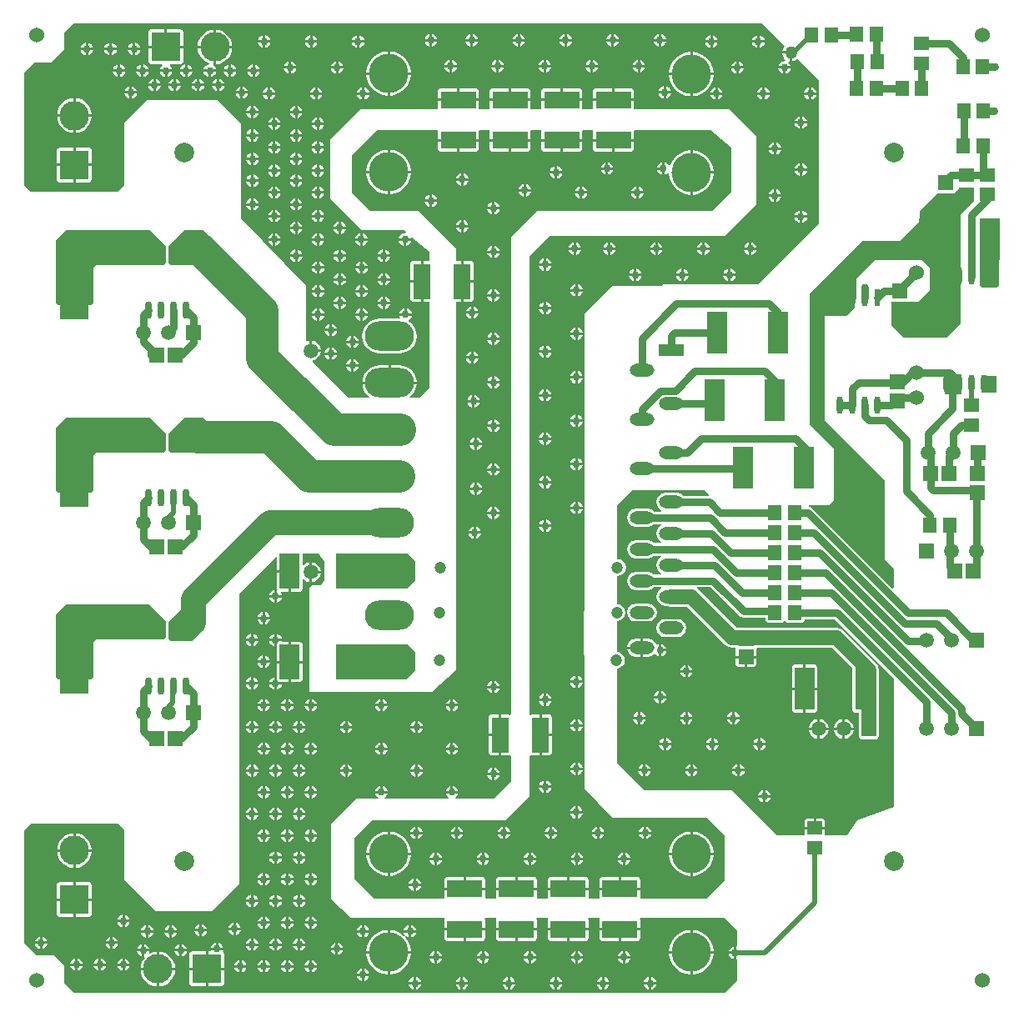
<source format=gbr>
G04 Layer_Physical_Order=1*
G04 Layer_Color=255*
%FSLAX26Y26*%
%MOIN*%
%TF.FileFunction,Copper,L1,Top,Signal*%
%TF.Part,Single*%
G01*
G75*
%TA.AperFunction,SMDPad,CuDef*%
%ADD10O,0.025591X0.070866*%
%ADD11R,0.070866X0.141732*%
%ADD12R,0.141732X0.070866*%
%ADD13R,0.059055X0.062992*%
%ADD14R,0.055118X0.059055*%
%ADD15R,0.062992X0.059055*%
%ADD16R,0.023622X0.070866*%
%ADD17O,0.023622X0.070866*%
%ADD18R,0.059055X0.055118*%
%ADD19R,0.078740X0.139764*%
%ADD20R,0.080709X0.171260*%
%TA.AperFunction,Conductor*%
%ADD21C,0.100000*%
%ADD22C,0.020000*%
%ADD23C,0.030000*%
%ADD24C,0.130000*%
%ADD25C,0.060000*%
%ADD26R,0.059000X0.071000*%
%ADD27R,0.069000X0.084000*%
%TA.AperFunction,ComponentPad*%
%ADD28R,0.118110X0.118110*%
%ADD29C,0.118110*%
%ADD30R,0.059055X0.059055*%
%ADD31C,0.059055*%
%ADD32R,0.118110X0.118110*%
%ADD33C,0.060000*%
%ADD34O,0.196850X0.118110*%
%ADD35O,0.098425X0.051181*%
%ADD36R,0.098425X0.051181*%
%ADD37C,0.047244*%
%ADD38C,0.157480*%
%TA.AperFunction,ViaPad*%
%ADD39C,0.078740*%
%TA.AperFunction,WasherPad*%
%ADD40C,0.060000*%
%TA.AperFunction,ViaPad*%
%ADD41C,0.030000*%
%ADD42C,0.023622*%
%ADD43C,0.050000*%
G36*
X666000Y-779528D02*
X692000Y-805528D01*
Y-919528D01*
X623000Y-919528D01*
X535000Y-919528D01*
X525000Y-909528D01*
Y-844528D01*
X590000Y-779527D01*
X666000Y-779528D01*
D02*
G37*
G36*
X3745000Y-664528D02*
X3692000Y-717528D01*
Y-1152527D01*
X3635000Y-1209527D01*
X3465000D01*
X3415000Y-1159527D01*
Y-1065527D01*
X3524000D01*
X3570000Y-1019528D01*
Y-929528D01*
X3530156Y-889684D01*
X3530000Y-899528D01*
X3350000D01*
X3270000Y-979528D01*
Y-1089527D01*
X3235000Y-1124527D01*
X3150000D01*
Y-1329527D01*
X3150300Y-1539828D01*
X3390000Y-1779528D01*
X3390000Y-2099530D01*
X3425000Y-2134531D01*
Y-2210673D01*
X3420381Y-2212586D01*
X3099298Y-1891504D01*
X3091028Y-1885978D01*
X3083738Y-1884528D01*
X3084230Y-1879528D01*
X3155000D01*
Y-1879527D01*
X3165000D01*
X3185000Y-1859527D01*
Y-1654527D01*
X3090000Y-1559527D01*
Y-1034527D01*
X3302500Y-822027D01*
X3452500Y-822028D01*
X3530000Y-744528D01*
Y-704528D01*
X3600000Y-634528D01*
X3665000D01*
X3690000Y-609528D01*
X3745000D01*
Y-664528D01*
D02*
G37*
G36*
X1482000Y-2436528D02*
X1514000Y-2468527D01*
X1514000Y-2540527D01*
X1478000Y-2576528D01*
X1198000Y-2576528D01*
Y-2436528D01*
X1482000Y-2436528D01*
D02*
G37*
G36*
X450000Y-779528D02*
X515000Y-844528D01*
X515000Y-909527D01*
X504999Y-919529D01*
X235000Y-919527D01*
X225000Y-929527D01*
X225000Y-1069528D01*
X215000Y-1079528D01*
X84999Y-1079527D01*
X75000Y-1069528D01*
X75000Y-819528D01*
X115000Y-779527D01*
X450000Y-779528D01*
D02*
G37*
G36*
Y-1528741D02*
X515000Y-1593740D01*
X515000Y-1658740D01*
X504999Y-1668742D01*
X235000Y-1668740D01*
X225000Y-1678740D01*
X225000Y-1818741D01*
X215000Y-1828740D01*
X84999Y-1828740D01*
X75000Y-1818741D01*
X75000Y-1568740D01*
X115000Y-1528740D01*
X450000Y-1528741D01*
D02*
G37*
G36*
X666000Y-1530528D02*
X692000Y-1556527D01*
Y-1670528D01*
X623000Y-1670528D01*
X535000Y-1670527D01*
X525000Y-1660527D01*
Y-1595527D01*
X590000Y-1530527D01*
X666000Y-1530528D01*
D02*
G37*
G36*
X2687368Y-1836896D02*
X2685297Y-1841896D01*
X2585387D01*
X2585273Y-1841726D01*
X2573501Y-1833860D01*
X2559614Y-1831098D01*
X2512370D01*
X2498483Y-1833860D01*
X2486711Y-1841726D01*
X2478844Y-1853499D01*
X2476082Y-1867386D01*
X2478844Y-1881272D01*
X2486711Y-1893045D01*
X2496952Y-1899888D01*
X2495435Y-1904888D01*
X2467395D01*
X2467281Y-1904719D01*
X2455509Y-1896852D01*
X2441622Y-1894090D01*
X2394378D01*
X2380491Y-1896852D01*
X2368719Y-1904719D01*
X2360852Y-1916491D01*
X2358090Y-1930378D01*
X2360852Y-1944265D01*
X2368719Y-1956037D01*
X2380491Y-1963903D01*
X2394378Y-1966666D01*
X2441622D01*
X2455509Y-1963903D01*
X2467281Y-1956037D01*
X2467395Y-1955868D01*
X2495435D01*
X2496952Y-1960868D01*
X2486711Y-1967711D01*
X2478844Y-1979483D01*
X2476082Y-1993370D01*
X2478844Y-2007257D01*
X2486711Y-2019029D01*
X2496952Y-2025872D01*
X2495435Y-2030872D01*
X2467395D01*
X2467281Y-2030703D01*
X2455509Y-2022837D01*
X2441622Y-2020074D01*
X2394378D01*
X2380491Y-2022837D01*
X2368719Y-2030703D01*
X2360852Y-2042476D01*
X2358090Y-2056362D01*
X2360852Y-2070249D01*
X2368719Y-2082021D01*
X2380491Y-2089888D01*
X2394378Y-2092650D01*
X2441622D01*
X2455509Y-2089888D01*
X2467281Y-2082021D01*
X2467395Y-2081852D01*
X2495435D01*
X2496952Y-2086852D01*
X2486711Y-2093695D01*
X2478844Y-2105468D01*
X2476082Y-2119354D01*
X2478844Y-2133241D01*
X2486711Y-2145014D01*
X2496952Y-2151857D01*
X2495435Y-2156857D01*
X2467395D01*
X2467281Y-2156687D01*
X2455509Y-2148821D01*
X2441622Y-2146059D01*
X2394378D01*
X2380491Y-2148821D01*
X2368719Y-2156687D01*
X2360852Y-2168460D01*
X2358090Y-2182347D01*
X2360852Y-2196233D01*
X2368719Y-2208006D01*
X2380491Y-2215872D01*
X2394378Y-2218634D01*
X2441622D01*
X2455509Y-2215872D01*
X2467281Y-2208006D01*
X2467395Y-2207836D01*
X2495435D01*
X2496952Y-2212836D01*
X2486711Y-2219679D01*
X2478844Y-2231452D01*
X2476082Y-2245338D01*
X2478844Y-2259225D01*
X2486711Y-2270998D01*
X2498483Y-2278864D01*
X2512370Y-2281626D01*
X2518303D01*
X2520385Y-2283018D01*
X2535992Y-2286122D01*
X2598918D01*
X2751162Y-2438366D01*
X2764393Y-2447207D01*
X2780000Y-2450311D01*
X2791117D01*
X2793895Y-2454468D01*
X2792680Y-2457401D01*
Y-2481929D01*
X2835000D01*
X2877320D01*
Y-2457401D01*
X2876105Y-2454468D01*
X2878883Y-2450311D01*
X3178107D01*
X3259885Y-2532089D01*
Y-2700157D01*
X3263055Y-2707811D01*
X3270709Y-2710981D01*
X3284216D01*
Y-2774528D01*
X3284649Y-2776700D01*
Y-2804055D01*
X3287819Y-2811709D01*
X3295472Y-2814879D01*
X3322827D01*
X3325000Y-2815311D01*
X3327173Y-2814879D01*
X3354528D01*
X3362181Y-2811709D01*
X3365351Y-2804055D01*
Y-2776700D01*
X3365784Y-2774528D01*
Y-2539528D01*
X3365784Y-2539528D01*
X3362679Y-2523920D01*
X3353838Y-2510689D01*
X3353838Y-2510689D01*
X3223838Y-2380689D01*
X3210607Y-2371848D01*
X3195000Y-2368744D01*
X3194999Y-2368744D01*
X2796893D01*
X2644649Y-2216500D01*
X2638844Y-2212621D01*
X2640295Y-2207836D01*
X2692261D01*
X2806976Y-2322552D01*
X2815245Y-2328077D01*
X2825000Y-2330017D01*
X2912247D01*
Y-2339055D01*
X2915417Y-2346709D01*
X2923071Y-2349879D01*
X2978189D01*
X2985843Y-2346709D01*
X2987294Y-2343205D01*
X2992706D01*
X2994157Y-2346709D01*
X3001811Y-2349879D01*
X3056929D01*
X3064583Y-2346709D01*
X3067753Y-2339055D01*
Y-2335017D01*
X3187873D01*
X3425000Y-2572144D01*
X3425000Y-3085152D01*
X3280000Y-3139528D01*
X3239999Y-3199528D01*
X3151561D01*
X3150351Y-3197716D01*
Y-3175157D01*
X3069649D01*
Y-3197716D01*
X3068439Y-3199528D01*
X2960000D01*
X2780000Y-3019528D01*
X2430000Y-3019528D01*
X2320000Y-2909528D01*
Y-2533339D01*
X2329654Y-2531418D01*
X2340775Y-2523987D01*
X2348206Y-2512866D01*
X2350816Y-2499747D01*
X2348206Y-2486628D01*
X2340775Y-2475507D01*
X2329654Y-2468076D01*
X2320000Y-2466156D01*
Y-2343542D01*
X2331780Y-2341199D01*
X2342901Y-2333768D01*
X2350333Y-2322646D01*
X2352942Y-2309528D01*
X2350333Y-2296409D01*
X2342901Y-2285287D01*
X2331780Y-2277856D01*
X2320000Y-2275513D01*
Y-2163808D01*
X2333119Y-2161199D01*
X2344240Y-2153768D01*
X2351671Y-2142646D01*
X2354281Y-2129528D01*
X2351671Y-2116409D01*
X2344240Y-2105287D01*
X2333119Y-2097856D01*
X2320000Y-2095247D01*
Y-1879527D01*
X2380719Y-1818808D01*
X2669280D01*
X2687368Y-1836896D01*
D02*
G37*
G36*
X2775000Y-450928D02*
Y-629528D01*
X2699999Y-704528D01*
X1999999Y-704528D01*
X1896000Y-808528D01*
X1896000Y-2533527D01*
Y-2708116D01*
X1895719Y-2709528D01*
Y-2715624D01*
X1890719Y-2718965D01*
X1886724Y-2717310D01*
X1856291D01*
Y-2799000D01*
Y-2880690D01*
X1886724D01*
X1891000Y-2878919D01*
X1896000Y-2882260D01*
Y-2983527D01*
X1825000Y-3054528D01*
X1672590D01*
X1671073Y-3049528D01*
X1677024Y-3045552D01*
X1682550Y-3037282D01*
X1683495Y-3032528D01*
X1634505D01*
X1635450Y-3037282D01*
X1640976Y-3045552D01*
X1646927Y-3049528D01*
X1645410Y-3054528D01*
X1390590D01*
X1389073Y-3049528D01*
X1395024Y-3045552D01*
X1400550Y-3037282D01*
X1401495Y-3032528D01*
X1352505D01*
X1353450Y-3037282D01*
X1358976Y-3045552D01*
X1364927Y-3049528D01*
X1363410Y-3054528D01*
X1275000D01*
X1175000Y-3154528D01*
Y-3456800D01*
X1255000Y-3529528D01*
X1628042D01*
X1630691Y-3534528D01*
X1628310Y-3540276D01*
Y-3570708D01*
X1710000D01*
X1791690D01*
Y-3540276D01*
X1789309Y-3534528D01*
X1791958Y-3529528D01*
X1834708D01*
X1837358Y-3534528D01*
X1834977Y-3540276D01*
Y-3570708D01*
X1916667D01*
X1998357D01*
Y-3540276D01*
X1995976Y-3534528D01*
X1998625Y-3529528D01*
X2041375D01*
X2044024Y-3534528D01*
X2041643Y-3540276D01*
Y-3570708D01*
X2123333D01*
X2205023D01*
Y-3540276D01*
X2202642Y-3534528D01*
X2205291Y-3529528D01*
X2248042D01*
X2250691Y-3534528D01*
X2248310Y-3540276D01*
Y-3570708D01*
X2330000D01*
X2411690D01*
Y-3540276D01*
X2409309Y-3534528D01*
X2411958Y-3529527D01*
X2750000D01*
X2800000Y-3579528D01*
Y-3640929D01*
X2795000Y-3645032D01*
Y-3669528D01*
Y-3694023D01*
D01*
X2800000Y-3698126D01*
Y-3779528D01*
X2750000Y-3829528D01*
X975000D01*
X150000Y-3829528D01*
X110000Y-3789528D01*
Y-3719527D01*
X70000Y-3679527D01*
X-1Y-3679528D01*
X-50000Y-3629529D01*
Y-3179528D01*
X-25000Y-3154527D01*
X325000Y-3154528D01*
X350000Y-3179528D01*
X350000Y-3379528D01*
X475000Y-3504527D01*
X700000Y-3504528D01*
X808000Y-3396527D01*
X808000Y-2236791D01*
X955988Y-2085704D01*
X960617Y-2087594D01*
Y-2139528D01*
X1010811D01*
Y-2144528D01*
X1015811D01*
Y-2225233D01*
X1050181D01*
X1057835Y-2222063D01*
X1061005Y-2214409D01*
Y-2176410D01*
X1065790Y-2174959D01*
X1066502Y-2176025D01*
X1079577Y-2184762D01*
X1090000Y-2186835D01*
Y-2147528D01*
Y-2108220D01*
X1079577Y-2110293D01*
X1066502Y-2119030D01*
X1065790Y-2120096D01*
X1061005Y-2118645D01*
Y-2074720D01*
X1125000Y-2074528D01*
X1150000Y-2105086D01*
Y-2179528D01*
X1135000Y-2199528D01*
X1100000D01*
X1090000Y-2209528D01*
Y-2626528D01*
X1577999Y-2626528D01*
X1675000Y-2539528D01*
Y-1066690D01*
X1695709D01*
Y-985000D01*
Y-903310D01*
X1675000D01*
Y-854528D01*
X1525000Y-704528D01*
X1333000Y-704527D01*
X1258000Y-629527D01*
X1258000Y-479527D01*
X1358000Y-379527D01*
X1601191D01*
X1603969Y-383685D01*
X1603310Y-385276D01*
Y-415708D01*
X1685000D01*
X1766690D01*
Y-385276D01*
X1766031Y-383685D01*
X1768809Y-379527D01*
X1807858D01*
X1810636Y-383685D01*
X1809977Y-385276D01*
Y-415708D01*
X1891667D01*
X1973357D01*
Y-385276D01*
X1972698Y-383685D01*
X1975476Y-379527D01*
X2014524D01*
X2017302Y-383685D01*
X2016643Y-385276D01*
Y-415708D01*
X2098333D01*
X2180023D01*
Y-385276D01*
X2179364Y-383685D01*
X2182142Y-379527D01*
X2221191D01*
X2223969Y-383685D01*
X2223310Y-385276D01*
Y-415708D01*
X2305000D01*
X2386690D01*
Y-385276D01*
X2386031Y-383685D01*
X2388809Y-379527D01*
X2691588D01*
X2775000Y-450928D01*
D02*
G37*
G36*
X667000Y-2281528D02*
X667000Y-2377528D01*
X623000Y-2421528D01*
X535000Y-2421528D01*
X525000Y-2411528D01*
Y-2346528D01*
X590000Y-2281527D01*
X667000Y-2281528D01*
D02*
G37*
G36*
X450000Y-2277953D02*
X515000Y-2342953D01*
X515000Y-2407952D01*
X504999Y-2417954D01*
X235000Y-2417952D01*
X225000Y-2427952D01*
X225000Y-2567953D01*
X215000Y-2577953D01*
X84999Y-2577952D01*
X75000Y-2567953D01*
X75000Y-2317953D01*
X115000Y-2277952D01*
X450000Y-2277953D01*
D02*
G37*
G36*
X1482000Y-2074528D02*
X1514000Y-2106527D01*
X1514000Y-2178527D01*
X1478000Y-2214528D01*
X1198000Y-2214528D01*
Y-2074528D01*
X1482000Y-2074528D01*
D02*
G37*
G36*
X2989610Y-44137D02*
X2981874Y-55714D01*
X2980153Y-64371D01*
X3014844D01*
Y-69371D01*
X3019844D01*
Y-104062D01*
X3028500Y-102340D01*
X3040077Y-94604D01*
X3125000Y-179528D01*
X3124999Y-754528D01*
X2884280Y-995247D01*
X2520000D01*
X2506881Y-997856D01*
X2496897Y-1004528D01*
X2299999Y-1004528D01*
X2190000Y-1114528D01*
Y-2293908D01*
X2188329Y-2296409D01*
X2185719Y-2309528D01*
Y-2474528D01*
X2188329Y-2487646D01*
X2190000Y-2490147D01*
Y-3012017D01*
X2299999Y-3129527D01*
X2680499D01*
X2749999Y-3204528D01*
Y-3379528D01*
X2680499Y-3454527D01*
X2414200Y-3454527D01*
X2411828Y-3450977D01*
X2411690Y-3449527D01*
Y-3419291D01*
X2330000D01*
X2248310D01*
Y-3449724D01*
X2248577Y-3450370D01*
X2245799Y-3454527D01*
X2207534D01*
X2205161Y-3450977D01*
X2205023Y-3449527D01*
Y-3419291D01*
X2123333D01*
X2041643D01*
Y-3449724D01*
X2041911Y-3450370D01*
X2039133Y-3454528D01*
X2000867D01*
X1998494Y-3450977D01*
X1998357Y-3449528D01*
Y-3419291D01*
X1916667D01*
X1834977D01*
Y-3449724D01*
X1835244Y-3450370D01*
X1832466Y-3454528D01*
X1794200D01*
X1791828Y-3450977D01*
X1791690Y-3449528D01*
Y-3419291D01*
X1710000D01*
X1628310D01*
Y-3449724D01*
X1628578Y-3450370D01*
X1625800Y-3454528D01*
X1350000Y-3454528D01*
X1270000Y-3374527D01*
X1270000Y-3211365D01*
X1341838Y-3139528D01*
X1870999Y-3139527D01*
X1968000Y-3042526D01*
Y-2882260D01*
X1973000Y-2878919D01*
X1977276Y-2880690D01*
X2007709D01*
Y-2799000D01*
Y-2717310D01*
X1977276D01*
X1973000Y-2719081D01*
X1968000Y-2715740D01*
Y-2586528D01*
Y-886528D01*
X2049999Y-804528D01*
X2749999Y-804527D01*
X2875000Y-679527D01*
X2875000Y-404527D01*
X2768001Y-297528D01*
X2482002Y-297528D01*
X2390529D01*
X2386690Y-292528D01*
Y-264292D01*
X2305000D01*
X2223310D01*
Y-294724D01*
X2221437Y-297528D01*
X2183862D01*
X2180023Y-292528D01*
Y-264292D01*
X2098333D01*
X2016643D01*
Y-294724D01*
X2014770Y-297528D01*
X1977196D01*
X1973357Y-292528D01*
Y-264292D01*
X1891667D01*
X1809977D01*
Y-294724D01*
X1808103Y-297528D01*
X1770529D01*
X1766690Y-292528D01*
Y-264292D01*
X1685000D01*
X1603310D01*
Y-294724D01*
X1601437Y-297528D01*
X1293223D01*
X1173000Y-417751D01*
Y-653515D01*
X1300649Y-779527D01*
X1466000Y-779528D01*
X1475896Y-787913D01*
X1473650Y-792565D01*
X1471000Y-792038D01*
X1461245Y-793978D01*
X1452976Y-799504D01*
X1447450Y-807773D01*
X1446505Y-812528D01*
X1495495D01*
X1495148Y-810784D01*
X1499712Y-808097D01*
X1568000Y-865968D01*
Y-903310D01*
X1544292D01*
Y-985000D01*
Y-1066690D01*
X1568000D01*
X1568000Y-1411527D01*
X1528808Y-1450719D01*
X1491494D01*
X1489796Y-1445719D01*
X1498196Y-1439274D01*
X1509264Y-1424849D01*
X1516223Y-1408051D01*
X1517938Y-1395024D01*
X1409575D01*
X1301212D01*
X1302927Y-1408051D01*
X1309885Y-1424849D01*
X1320954Y-1439274D01*
X1329353Y-1445719D01*
X1327656Y-1450719D01*
X1246842D01*
X1101357Y-1305234D01*
X1102808Y-1300449D01*
X1110423Y-1298935D01*
X1123498Y-1290198D01*
X1132234Y-1277124D01*
X1134307Y-1266700D01*
X1095000D01*
Y-1261700D01*
X1090000D01*
Y-1222393D01*
X1080650Y-1224253D01*
X1075650Y-1221535D01*
Y-1004527D01*
X815000Y-734528D01*
Y-354528D01*
X719999Y-259526D01*
X440474Y-259526D01*
X350000Y-350000D01*
Y-599999D01*
X325000Y-625000D01*
X-25000D01*
X-50000Y-600000D01*
Y-150002D01*
X-9999Y-110000D01*
X55000D01*
X110053Y-54947D01*
X109954Y9954D01*
X145473Y45472D01*
X2900000Y45473D01*
X2989610Y-44137D01*
D02*
G37*
G36*
X3845000Y-739528D02*
X3845000Y-999528D01*
X3835000Y-1009527D01*
X3780000Y-1009528D01*
X3770000Y-999528D01*
X3770000Y-739528D01*
X3775000Y-734528D01*
X3840000D01*
X3845000Y-739528D01*
D02*
G37*
%LPC*%
G36*
X2507000Y-2840528D02*
X2487505D01*
X2488450Y-2845282D01*
X2493976Y-2853552D01*
X2502245Y-2859077D01*
X2507000Y-2860023D01*
Y-2840528D01*
D02*
G37*
G36*
X2423000Y-2915032D02*
X2418245Y-2915978D01*
X2409976Y-2921503D01*
X2404450Y-2929773D01*
X2403505Y-2934528D01*
X2423000D01*
Y-2915032D01*
D02*
G37*
G36*
X2809000D02*
Y-2934528D01*
X2828495D01*
X2827550Y-2929773D01*
X2822024Y-2921503D01*
X2813755Y-2915978D01*
X2809000Y-2915032D01*
D02*
G37*
G36*
X2611000D02*
X2606245Y-2915978D01*
X2597976Y-2921503D01*
X2592450Y-2929773D01*
X2591505Y-2934528D01*
X2611000D01*
Y-2915032D01*
D02*
G37*
G36*
X2433000D02*
Y-2934528D01*
X2452495D01*
X2451550Y-2929773D01*
X2446024Y-2921503D01*
X2437755Y-2915978D01*
X2433000Y-2915032D01*
D02*
G37*
G36*
X2799000D02*
X2794245Y-2915978D01*
X2785976Y-2921503D01*
X2780450Y-2929773D01*
X2779505Y-2934528D01*
X2799000D01*
Y-2915032D01*
D02*
G37*
G36*
X2621000D02*
Y-2934528D01*
X2640495D01*
X2639550Y-2929773D01*
X2634024Y-2921503D01*
X2625755Y-2915978D01*
X2621000Y-2915032D01*
D02*
G37*
G36*
X3120000Y-2779528D02*
X3085693D01*
X3087766Y-2789951D01*
X3096502Y-2803025D01*
X3109577Y-2811762D01*
X3120000Y-2813835D01*
Y-2779528D01*
D02*
G37*
G36*
X3264307D02*
X3230000D01*
Y-2813835D01*
X3240423Y-2811762D01*
X3253498Y-2803025D01*
X3262234Y-2789951D01*
X3264307Y-2779528D01*
D02*
G37*
G36*
X3220000D02*
X3185693D01*
X3187766Y-2789951D01*
X3196502Y-2803025D01*
X3209577Y-2811762D01*
X3220000Y-2813835D01*
Y-2779528D01*
D02*
G37*
G36*
X2883000Y-2811032D02*
X2878245Y-2811978D01*
X2869976Y-2817503D01*
X2864450Y-2825773D01*
X2863505Y-2830528D01*
X2883000D01*
Y-2811032D01*
D02*
G37*
G36*
X2705000D02*
Y-2830528D01*
X2724495D01*
X2723550Y-2825773D01*
X2718024Y-2817503D01*
X2709755Y-2811978D01*
X2705000Y-2811032D01*
D02*
G37*
G36*
X3164307Y-2779528D02*
X3130000D01*
Y-2813835D01*
X3140423Y-2811762D01*
X3153498Y-2803025D01*
X3162234Y-2789951D01*
X3164307Y-2779528D01*
D02*
G37*
G36*
X2893000Y-2811032D02*
Y-2830528D01*
X2912495D01*
X2911550Y-2825773D01*
X2906024Y-2817503D01*
X2897755Y-2811978D01*
X2893000Y-2811032D01*
D02*
G37*
G36*
X2695000D02*
X2690245Y-2811978D01*
X2681976Y-2817503D01*
X2676450Y-2825773D01*
X2675505Y-2830528D01*
X2695000D01*
Y-2811032D01*
D02*
G37*
G36*
X2912495Y-2840528D02*
X2893000D01*
Y-2860023D01*
X2897755Y-2859077D01*
X2906024Y-2853552D01*
X2911550Y-2845282D01*
X2912495Y-2840528D01*
D02*
G37*
G36*
X2695000D02*
X2675505D01*
X2676450Y-2845282D01*
X2681976Y-2853552D01*
X2690245Y-2859077D01*
X2695000Y-2860023D01*
Y-2840528D01*
D02*
G37*
G36*
X2536495D02*
X2517000D01*
Y-2860023D01*
X2521755Y-2859077D01*
X2530024Y-2853552D01*
X2535550Y-2845282D01*
X2536495Y-2840528D01*
D02*
G37*
G36*
X2883000D02*
X2863505D01*
X2864450Y-2845282D01*
X2869976Y-2853552D01*
X2878245Y-2859077D01*
X2883000Y-2860023D01*
Y-2840528D01*
D02*
G37*
G36*
X2724495D02*
X2705000D01*
Y-2860023D01*
X2709755Y-2859077D01*
X2718024Y-2853552D01*
X2723550Y-2845282D01*
X2724495Y-2840528D01*
D02*
G37*
G36*
X2517000Y-2811032D02*
Y-2830528D01*
X2536495D01*
X2535550Y-2825773D01*
X2530024Y-2817503D01*
X2521755Y-2811978D01*
X2517000Y-2811032D01*
D02*
G37*
G36*
X2507000D02*
X2502245Y-2811978D01*
X2493976Y-2817503D01*
X2488450Y-2825773D01*
X2487505Y-2830528D01*
X2507000D01*
Y-2811032D01*
D02*
G37*
G36*
X2903000Y-3048528D02*
X2883505D01*
X2884450Y-3053282D01*
X2889976Y-3061552D01*
X2898245Y-3067077D01*
X2903000Y-3068023D01*
Y-3048528D01*
D02*
G37*
G36*
X2932495D02*
X2913000D01*
Y-3068023D01*
X2917755Y-3067077D01*
X2926024Y-3061552D01*
X2931550Y-3053282D01*
X2932495Y-3048528D01*
D02*
G37*
G36*
X2913000Y-3019032D02*
Y-3038528D01*
X2932495D01*
X2931550Y-3033773D01*
X2926024Y-3025503D01*
X2917755Y-3019978D01*
X2913000Y-3019032D01*
D02*
G37*
G36*
X2903000D02*
X2898245Y-3019978D01*
X2889976Y-3025503D01*
X2884450Y-3033773D01*
X2883505Y-3038528D01*
X2903000D01*
Y-3019032D01*
D02*
G37*
G36*
X3139528Y-3131775D02*
X3115000D01*
Y-3165157D01*
X3150351D01*
Y-3142599D01*
X3147181Y-3134945D01*
X3139528Y-3131775D01*
D02*
G37*
G36*
X3105000D02*
X3080472D01*
X3072819Y-3134945D01*
X3069649Y-3142599D01*
Y-3165157D01*
X3105000D01*
Y-3131775D01*
D02*
G37*
G36*
X2452495Y-2944528D02*
X2433000D01*
Y-2964023D01*
X2437755Y-2963077D01*
X2446024Y-2957552D01*
X2451550Y-2949282D01*
X2452495Y-2944528D01*
D02*
G37*
G36*
X2423000D02*
X2403505D01*
X2404450Y-2949282D01*
X2409976Y-2957552D01*
X2418245Y-2963077D01*
X2423000Y-2964023D01*
Y-2944528D01*
D02*
G37*
G36*
X2611000D02*
X2591505D01*
X2592450Y-2949282D01*
X2597976Y-2957552D01*
X2606245Y-2963077D01*
X2611000Y-2964023D01*
Y-2944528D01*
D02*
G37*
G36*
X2799000D02*
X2779505D01*
X2780450Y-2949282D01*
X2785976Y-2957552D01*
X2794245Y-2963077D01*
X2799000Y-2964023D01*
Y-2944528D01*
D02*
G37*
G36*
X2640495D02*
X2621000D01*
Y-2964023D01*
X2625755Y-2963077D01*
X2634024Y-2957552D01*
X2639550Y-2949282D01*
X2640495Y-2944528D01*
D02*
G37*
G36*
X2828495D02*
X2809000D01*
Y-2964023D01*
X2813755Y-2963077D01*
X2822024Y-2957552D01*
X2827550Y-2949282D01*
X2828495Y-2944528D01*
D02*
G37*
G36*
X2441622Y-2413775D02*
X2423000D01*
Y-2450063D01*
Y-2486351D01*
X2441622D01*
X2455509Y-2483588D01*
X2466907Y-2475972D01*
X2468440Y-2475369D01*
X2472518D01*
X2473976Y-2477552D01*
X2482245Y-2483077D01*
X2487000Y-2484023D01*
Y-2459528D01*
Y-2435032D01*
X2482245Y-2435978D01*
X2479346Y-2437915D01*
X2475148Y-2436176D01*
X2467281Y-2424404D01*
X2455509Y-2416537D01*
X2441622Y-2413775D01*
D02*
G37*
G36*
X2413000Y-2455063D02*
X2359085D01*
X2360852Y-2463950D01*
X2368719Y-2475722D01*
X2380491Y-2483588D01*
X2394378Y-2486351D01*
X2413000D01*
Y-2455063D01*
D02*
G37*
G36*
X2877320Y-2491929D02*
X2840000D01*
Y-2527280D01*
X2866496D01*
X2874150Y-2524110D01*
X2877320Y-2516456D01*
Y-2491929D01*
D02*
G37*
G36*
X2830000D02*
X2792680D01*
Y-2516456D01*
X2795850Y-2524110D01*
X2803504Y-2527280D01*
X2830000D01*
Y-2491929D01*
D02*
G37*
G36*
X2516495Y-2464528D02*
X2497000D01*
Y-2484023D01*
X2501755Y-2483077D01*
X2510024Y-2477552D01*
X2515550Y-2469282D01*
X2516495Y-2464528D01*
D02*
G37*
G36*
X2413000Y-2413775D02*
X2394378D01*
X2380491Y-2416537D01*
X2368719Y-2424404D01*
X2360852Y-2436176D01*
X2359085Y-2445063D01*
X2413000D01*
Y-2413775D01*
D02*
G37*
G36*
X2497000Y-2435032D02*
Y-2454528D01*
X2516495D01*
X2515550Y-2449773D01*
X2510024Y-2441503D01*
X2501755Y-2435978D01*
X2497000Y-2435032D01*
D02*
G37*
G36*
X3109291Y-2518074D02*
X3073937D01*
Y-2609528D01*
X3120115D01*
Y-2528898D01*
X3116945Y-2521244D01*
X3109291Y-2518074D01*
D02*
G37*
G36*
X3063937D02*
X3028583D01*
X3020929Y-2521244D01*
X3017759Y-2528898D01*
Y-2609528D01*
X3063937D01*
Y-2518074D01*
D02*
G37*
G36*
X2601000Y-2519032D02*
Y-2538528D01*
X2620495D01*
X2619550Y-2533773D01*
X2614024Y-2525503D01*
X2605755Y-2519978D01*
X2601000Y-2519032D01*
D02*
G37*
G36*
X2591000D02*
X2586245Y-2519978D01*
X2577976Y-2525503D01*
X2572450Y-2533773D01*
X2571505Y-2538528D01*
X2591000D01*
Y-2519032D01*
D02*
G37*
G36*
X2620495Y-2548528D02*
X2601000D01*
Y-2568023D01*
X2605755Y-2567077D01*
X2614024Y-2561552D01*
X2619550Y-2553282D01*
X2620495Y-2548528D01*
D02*
G37*
G36*
X2591000D02*
X2571505D01*
X2572450Y-2553282D01*
X2577976Y-2561552D01*
X2586245Y-2567077D01*
X2591000Y-2568023D01*
Y-2548528D01*
D02*
G37*
G36*
X2559614Y-2335035D02*
X2512370D01*
X2498483Y-2337797D01*
X2486711Y-2345663D01*
X2478844Y-2357436D01*
X2476082Y-2371323D01*
X2478844Y-2385209D01*
X2486711Y-2396982D01*
X2498483Y-2404848D01*
X2512370Y-2407610D01*
X2559614D01*
X2573501Y-2404848D01*
X2585273Y-2396982D01*
X2593140Y-2385209D01*
X2595902Y-2371323D01*
X2593140Y-2357436D01*
X2585273Y-2345663D01*
X2573501Y-2337797D01*
X2559614Y-2335035D01*
D02*
G37*
G36*
X2441622Y-2272043D02*
X2394378D01*
X2380491Y-2274805D01*
X2368719Y-2282671D01*
X2360852Y-2294444D01*
X2358090Y-2308331D01*
X2360852Y-2322217D01*
X2368719Y-2333990D01*
X2380491Y-2341856D01*
X2394378Y-2344619D01*
X2441622D01*
X2455509Y-2341856D01*
X2467281Y-2333990D01*
X2475148Y-2322217D01*
X2477910Y-2308331D01*
X2475148Y-2294444D01*
X2467281Y-2282671D01*
X2455509Y-2274805D01*
X2441622Y-2272043D01*
D02*
G37*
G36*
X2779000Y-2736528D02*
X2759505D01*
X2760450Y-2741282D01*
X2765976Y-2749552D01*
X2774245Y-2755077D01*
X2779000Y-2756023D01*
Y-2736528D01*
D02*
G37*
G36*
X2620495D02*
X2601000D01*
Y-2756023D01*
X2605755Y-2755077D01*
X2614024Y-2749552D01*
X2619550Y-2741282D01*
X2620495Y-2736528D01*
D02*
G37*
G36*
X2808495D02*
X2789000D01*
Y-2756023D01*
X2793755Y-2755077D01*
X2802024Y-2749552D01*
X2807550Y-2741282D01*
X2808495Y-2736528D01*
D02*
G37*
G36*
X2403000D02*
X2383505D01*
X2384450Y-2741282D01*
X2389976Y-2749552D01*
X2398245Y-2755077D01*
X2403000Y-2756023D01*
Y-2736528D01*
D02*
G37*
G36*
X2591000D02*
X2571505D01*
X2572450Y-2741282D01*
X2577976Y-2749552D01*
X2586245Y-2755077D01*
X2591000Y-2756023D01*
Y-2736528D01*
D02*
G37*
G36*
X2432495D02*
X2413000D01*
Y-2756023D01*
X2417755Y-2755077D01*
X2426024Y-2749552D01*
X2431550Y-2741282D01*
X2432495Y-2736528D01*
D02*
G37*
G36*
X2789000Y-2707032D02*
Y-2726528D01*
X2808495D01*
X2807550Y-2721773D01*
X2802024Y-2713503D01*
X2793755Y-2707978D01*
X2789000Y-2707032D01*
D02*
G37*
G36*
X2779000D02*
X2774245Y-2707978D01*
X2765976Y-2713503D01*
X2760450Y-2721773D01*
X2759505Y-2726528D01*
X2779000D01*
Y-2707032D01*
D02*
G37*
G36*
X3120115Y-2619528D02*
X3073937D01*
Y-2710981D01*
X3109291D01*
X3116945Y-2707811D01*
X3120115Y-2700157D01*
Y-2619528D01*
D02*
G37*
G36*
X3063937D02*
X3017759D01*
Y-2700157D01*
X3020929Y-2707811D01*
X3028583Y-2710981D01*
X3063937D01*
Y-2619528D01*
D02*
G37*
G36*
X2413000Y-2707032D02*
Y-2726528D01*
X2432495D01*
X2431550Y-2721773D01*
X2426024Y-2713503D01*
X2417755Y-2707978D01*
X2413000Y-2707032D01*
D02*
G37*
G36*
X2403000D02*
X2398245Y-2707978D01*
X2389976Y-2713503D01*
X2384450Y-2721773D01*
X2383505Y-2726528D01*
X2403000D01*
Y-2707032D01*
D02*
G37*
G36*
X2601000D02*
Y-2726528D01*
X2620495D01*
X2619550Y-2721773D01*
X2614024Y-2713503D01*
X2605755Y-2707978D01*
X2601000Y-2707032D01*
D02*
G37*
G36*
X2591000D02*
X2586245Y-2707978D01*
X2577976Y-2713503D01*
X2572450Y-2721773D01*
X2571505Y-2726528D01*
X2591000D01*
Y-2707032D01*
D02*
G37*
G36*
X3220000Y-2735220D02*
X3209577Y-2737294D01*
X3196502Y-2746030D01*
X3187766Y-2759105D01*
X3185693Y-2769528D01*
X3220000D01*
Y-2735220D01*
D02*
G37*
G36*
X3120000D02*
X3109577Y-2737294D01*
X3096502Y-2746030D01*
X3087766Y-2759105D01*
X3085693Y-2769528D01*
X3120000D01*
Y-2735220D01*
D02*
G37*
G36*
X3230000Y-2735220D02*
Y-2769528D01*
X3264307D01*
X3262234Y-2759105D01*
X3253498Y-2746030D01*
X3240423Y-2737294D01*
X3230000Y-2735220D01*
D02*
G37*
G36*
X3130000D02*
Y-2769528D01*
X3164307D01*
X3162234Y-2759105D01*
X3153498Y-2746030D01*
X3140423Y-2737294D01*
X3130000Y-2735220D01*
D02*
G37*
G36*
X2516495Y-2652528D02*
X2497000D01*
Y-2672023D01*
X2501755Y-2671077D01*
X2510024Y-2665552D01*
X2515550Y-2657282D01*
X2516495Y-2652528D01*
D02*
G37*
G36*
X2487000D02*
X2467505D01*
X2468450Y-2657282D01*
X2473976Y-2665552D01*
X2482245Y-2671077D01*
X2487000Y-2672023D01*
Y-2652528D01*
D02*
G37*
G36*
Y-2623032D02*
X2482245Y-2623978D01*
X2473976Y-2629503D01*
X2468450Y-2637773D01*
X2467505Y-2642528D01*
X2487000D01*
Y-2623032D01*
D02*
G37*
G36*
X2497000D02*
Y-2642528D01*
X2516495D01*
X2515550Y-2637773D01*
X2510024Y-2629503D01*
X2501755Y-2623978D01*
X2497000Y-2623032D01*
D02*
G37*
G36*
X902000Y-2858528D02*
X882505D01*
X883451Y-2863282D01*
X888976Y-2871552D01*
X897245Y-2877077D01*
X902000Y-2878023D01*
Y-2858528D01*
D02*
G37*
G36*
X996000D02*
X976505D01*
X977451Y-2863282D01*
X982976Y-2871552D01*
X991245Y-2877077D01*
X996000Y-2878023D01*
Y-2858528D01*
D02*
G37*
G36*
X931495D02*
X912000D01*
Y-2878023D01*
X916755Y-2877077D01*
X925024Y-2871552D01*
X930549Y-2863282D01*
X931495Y-2858528D01*
D02*
G37*
G36*
X1654000D02*
X1634505D01*
X1635450Y-2863282D01*
X1640976Y-2871552D01*
X1649245Y-2877077D01*
X1654000Y-2878023D01*
Y-2858528D01*
D02*
G37*
G36*
X1401495D02*
X1382000D01*
Y-2878023D01*
X1386755Y-2877077D01*
X1395024Y-2871552D01*
X1400550Y-2863282D01*
X1401495Y-2858528D01*
D02*
G37*
G36*
X1683495D02*
X1664000D01*
Y-2878023D01*
X1668755Y-2877077D01*
X1677024Y-2871552D01*
X1682550Y-2863282D01*
X1683495Y-2858528D01*
D02*
G37*
G36*
X1090000D02*
X1070505D01*
X1071450Y-2863282D01*
X1076976Y-2871552D01*
X1085245Y-2877077D01*
X1090000Y-2878023D01*
Y-2858528D01*
D02*
G37*
G36*
X1025495D02*
X1006000D01*
Y-2878023D01*
X1010755Y-2877077D01*
X1019024Y-2871552D01*
X1024550Y-2863282D01*
X1025495Y-2858528D01*
D02*
G37*
G36*
X1372000D02*
X1352505D01*
X1353450Y-2863282D01*
X1358976Y-2871552D01*
X1367245Y-2877077D01*
X1372000Y-2878023D01*
Y-2858528D01*
D02*
G37*
G36*
X1119495D02*
X1100000D01*
Y-2878023D01*
X1104755Y-2877077D01*
X1113024Y-2871552D01*
X1118550Y-2863282D01*
X1119495Y-2858528D01*
D02*
G37*
G36*
X1241000Y-2916032D02*
Y-2935528D01*
X1260495D01*
X1259550Y-2930773D01*
X1254024Y-2922503D01*
X1245755Y-2916978D01*
X1241000Y-2916032D01*
D02*
G37*
G36*
X1231000D02*
X1226245Y-2916978D01*
X1217976Y-2922503D01*
X1212450Y-2930773D01*
X1211505Y-2935528D01*
X1231000D01*
Y-2916032D01*
D02*
G37*
G36*
X1523000D02*
Y-2935528D01*
X1542495D01*
X1541550Y-2930773D01*
X1536024Y-2922503D01*
X1527755Y-2916978D01*
X1523000Y-2916032D01*
D02*
G37*
G36*
X1513000D02*
X1508245Y-2916978D01*
X1499976Y-2922503D01*
X1494450Y-2930773D01*
X1493505Y-2935528D01*
X1513000D01*
Y-2916032D01*
D02*
G37*
G36*
X959000D02*
Y-2935528D01*
X978495D01*
X977549Y-2930773D01*
X972024Y-2922503D01*
X963755Y-2916978D01*
X959000Y-2916032D01*
D02*
G37*
G36*
X949000D02*
X944245Y-2916978D01*
X935976Y-2922503D01*
X930451Y-2930773D01*
X929505Y-2935528D01*
X949000D01*
Y-2916032D01*
D02*
G37*
G36*
X1053000D02*
Y-2935528D01*
X1072495D01*
X1071550Y-2930773D01*
X1066024Y-2922503D01*
X1057755Y-2916978D01*
X1053000Y-2916032D01*
D02*
G37*
G36*
X1043000D02*
X1038245Y-2916978D01*
X1029976Y-2922503D01*
X1024450Y-2930773D01*
X1023505Y-2935528D01*
X1043000D01*
Y-2916032D01*
D02*
G37*
G36*
X1846291Y-2804000D02*
X1805034D01*
Y-2869866D01*
X1808205Y-2877520D01*
X1815858Y-2880690D01*
X1846291D01*
Y-2804000D01*
D02*
G37*
G36*
Y-2717310D02*
X1815858D01*
X1808205Y-2720480D01*
X1805034Y-2728134D01*
Y-2794000D01*
X1846291D01*
Y-2717310D01*
D02*
G37*
G36*
X1072495Y-2771528D02*
X1053000D01*
Y-2791023D01*
X1057755Y-2790077D01*
X1066024Y-2784552D01*
X1071550Y-2776282D01*
X1072495Y-2771528D01*
D02*
G37*
G36*
X1043000D02*
X1023505D01*
X1024450Y-2776282D01*
X1029976Y-2784552D01*
X1038245Y-2790077D01*
X1043000Y-2791023D01*
Y-2771528D01*
D02*
G37*
G36*
X1260495D02*
X1241000D01*
Y-2791023D01*
X1245755Y-2790077D01*
X1254024Y-2784552D01*
X1259550Y-2776282D01*
X1260495Y-2771528D01*
D02*
G37*
G36*
X1231000D02*
X1211505D01*
X1212450Y-2776282D01*
X1217976Y-2784552D01*
X1226245Y-2790077D01*
X1231000Y-2791023D01*
Y-2771528D01*
D02*
G37*
G36*
X884495D02*
X865000D01*
Y-2791023D01*
X869755Y-2790077D01*
X878024Y-2784552D01*
X883549Y-2776282D01*
X884495Y-2771528D01*
D02*
G37*
G36*
X855000D02*
X835505D01*
X836451Y-2776282D01*
X841976Y-2784552D01*
X850245Y-2790077D01*
X855000Y-2791023D01*
Y-2771528D01*
D02*
G37*
G36*
X978495D02*
X959000D01*
Y-2791023D01*
X963755Y-2790077D01*
X972024Y-2784552D01*
X977549Y-2776282D01*
X978495Y-2771528D01*
D02*
G37*
G36*
X949000D02*
X929505D01*
X930451Y-2776282D01*
X935976Y-2784552D01*
X944245Y-2790077D01*
X949000Y-2791023D01*
Y-2771528D01*
D02*
G37*
G36*
X902000Y-2829032D02*
X897245Y-2829978D01*
X888976Y-2835503D01*
X883451Y-2843773D01*
X882505Y-2848528D01*
X902000D01*
Y-2829032D01*
D02*
G37*
G36*
X996000D02*
X991245Y-2829978D01*
X982976Y-2835503D01*
X977451Y-2843773D01*
X976505Y-2848528D01*
X996000D01*
Y-2829032D01*
D02*
G37*
G36*
X912000D02*
Y-2848528D01*
X931495D01*
X930549Y-2843773D01*
X925024Y-2835503D01*
X916755Y-2829978D01*
X912000Y-2829032D01*
D02*
G37*
G36*
X1006000D02*
Y-2848528D01*
X1025495D01*
X1024550Y-2843773D01*
X1019024Y-2835503D01*
X1010755Y-2829978D01*
X1006000Y-2829032D01*
D02*
G37*
G36*
X1664000D02*
Y-2848528D01*
X1683495D01*
X1682550Y-2843773D01*
X1677024Y-2835503D01*
X1668755Y-2829978D01*
X1664000Y-2829032D01*
D02*
G37*
G36*
X1654000D02*
X1649245Y-2829978D01*
X1640976Y-2835503D01*
X1635450Y-2843773D01*
X1634505Y-2848528D01*
X1654000D01*
Y-2829032D01*
D02*
G37*
G36*
X1100000D02*
Y-2848528D01*
X1119495D01*
X1118550Y-2843773D01*
X1113024Y-2835503D01*
X1104755Y-2829978D01*
X1100000Y-2829032D01*
D02*
G37*
G36*
X1090000D02*
X1085245Y-2829978D01*
X1076976Y-2835503D01*
X1071450Y-2843773D01*
X1070505Y-2848528D01*
X1090000D01*
Y-2829032D01*
D02*
G37*
G36*
X1382000D02*
Y-2848528D01*
X1401495D01*
X1400550Y-2843773D01*
X1395024Y-2835503D01*
X1386755Y-2829978D01*
X1382000Y-2829032D01*
D02*
G37*
G36*
X1372000D02*
X1367245Y-2829978D01*
X1358976Y-2835503D01*
X1353450Y-2843773D01*
X1352505Y-2848528D01*
X1372000D01*
Y-2829032D01*
D02*
G37*
G36*
X865000Y-2916032D02*
Y-2935528D01*
X884495D01*
X883549Y-2930773D01*
X878024Y-2922503D01*
X869755Y-2916978D01*
X865000Y-2916032D01*
D02*
G37*
G36*
X902000Y-3032528D02*
X882505D01*
X883451Y-3037282D01*
X888976Y-3045552D01*
X897245Y-3051077D01*
X902000Y-3052023D01*
Y-3032528D01*
D02*
G37*
G36*
X1043000Y-3090032D02*
X1038245Y-3090978D01*
X1029976Y-3096503D01*
X1024450Y-3104773D01*
X1023505Y-3109528D01*
X1043000D01*
Y-3090032D01*
D02*
G37*
G36*
X959000D02*
Y-3109528D01*
X978495D01*
X977549Y-3104773D01*
X972024Y-3096503D01*
X963755Y-3090978D01*
X959000Y-3090032D01*
D02*
G37*
G36*
X1053000D02*
Y-3109528D01*
X1072495D01*
X1071550Y-3104773D01*
X1066024Y-3096503D01*
X1057755Y-3090978D01*
X1053000Y-3090032D01*
D02*
G37*
G36*
X931495Y-3032528D02*
X912000D01*
Y-3052023D01*
X916755Y-3051077D01*
X925024Y-3045552D01*
X930549Y-3037282D01*
X931495Y-3032528D01*
D02*
G37*
G36*
X1025495D02*
X1006000D01*
Y-3052023D01*
X1010755Y-3051077D01*
X1019024Y-3045552D01*
X1024550Y-3037282D01*
X1025495Y-3032528D01*
D02*
G37*
G36*
X996000D02*
X976505D01*
X977451Y-3037282D01*
X982976Y-3045552D01*
X991245Y-3051077D01*
X996000Y-3052023D01*
Y-3032528D01*
D02*
G37*
G36*
X1119495D02*
X1100000D01*
Y-3052023D01*
X1104755Y-3051077D01*
X1113024Y-3045552D01*
X1118550Y-3037282D01*
X1119495Y-3032528D01*
D02*
G37*
G36*
X1090000D02*
X1070505D01*
X1071450Y-3037282D01*
X1076976Y-3045552D01*
X1085245Y-3051077D01*
X1090000Y-3052023D01*
Y-3032528D01*
D02*
G37*
G36*
X884495Y-3119528D02*
X865000D01*
Y-3139023D01*
X869755Y-3138077D01*
X878024Y-3132552D01*
X883549Y-3124282D01*
X884495Y-3119528D01*
D02*
G37*
G36*
X855000D02*
X835505D01*
X836451Y-3124282D01*
X841976Y-3132552D01*
X850245Y-3138077D01*
X855000Y-3139023D01*
Y-3119528D01*
D02*
G37*
G36*
X949000D02*
X929505D01*
X930451Y-3124282D01*
X935976Y-3132552D01*
X944245Y-3138077D01*
X949000Y-3139023D01*
Y-3119528D01*
D02*
G37*
G36*
X855000Y-3090032D02*
X850245Y-3090978D01*
X841976Y-3096503D01*
X836451Y-3104773D01*
X835505Y-3109528D01*
X855000D01*
Y-3090032D01*
D02*
G37*
G36*
X949000D02*
X944245Y-3090978D01*
X935976Y-3096503D01*
X930451Y-3104773D01*
X929505Y-3109528D01*
X949000D01*
Y-3090032D01*
D02*
G37*
G36*
X865000D02*
Y-3109528D01*
X884495D01*
X883549Y-3104773D01*
X878024Y-3096503D01*
X869755Y-3090978D01*
X865000Y-3090032D01*
D02*
G37*
G36*
X1043000Y-3119528D02*
X1023505D01*
X1024450Y-3124282D01*
X1029976Y-3132552D01*
X1038245Y-3138077D01*
X1043000Y-3139023D01*
Y-3119528D01*
D02*
G37*
G36*
X978495D02*
X959000D01*
Y-3139023D01*
X963755Y-3138077D01*
X972024Y-3132552D01*
X977549Y-3124282D01*
X978495Y-3119528D01*
D02*
G37*
G36*
X1072495D02*
X1053000D01*
Y-3139023D01*
X1057755Y-3138077D01*
X1066024Y-3132552D01*
X1071550Y-3124282D01*
X1072495Y-3119528D01*
D02*
G37*
G36*
X902000Y-3003032D02*
X897245Y-3003978D01*
X888976Y-3009503D01*
X883451Y-3017773D01*
X882505Y-3022528D01*
X902000D01*
Y-3003032D01*
D02*
G37*
G36*
X1542495Y-2945528D02*
X1523000D01*
Y-2965023D01*
X1527755Y-2964077D01*
X1536024Y-2958552D01*
X1541550Y-2950282D01*
X1542495Y-2945528D01*
D02*
G37*
G36*
X1513000D02*
X1493505D01*
X1494450Y-2950282D01*
X1499976Y-2958552D01*
X1508245Y-2964077D01*
X1513000Y-2965023D01*
Y-2945528D01*
D02*
G37*
G36*
X1072495D02*
X1053000D01*
Y-2965023D01*
X1057755Y-2964077D01*
X1066024Y-2958552D01*
X1071550Y-2950282D01*
X1072495Y-2945528D01*
D02*
G37*
G36*
X1043000D02*
X1023505D01*
X1024450Y-2950282D01*
X1029976Y-2958552D01*
X1038245Y-2964077D01*
X1043000Y-2965023D01*
Y-2945528D01*
D02*
G37*
G36*
X1260495D02*
X1241000D01*
Y-2965023D01*
X1245755Y-2964077D01*
X1254024Y-2958552D01*
X1259550Y-2950282D01*
X1260495Y-2945528D01*
D02*
G37*
G36*
X1231000D02*
X1211505D01*
X1212450Y-2950282D01*
X1217976Y-2958552D01*
X1226245Y-2964077D01*
X1231000Y-2965023D01*
Y-2945528D01*
D02*
G37*
G36*
X1820000Y-2930032D02*
X1815245Y-2930978D01*
X1806976Y-2936503D01*
X1801450Y-2944773D01*
X1800505Y-2949528D01*
X1820000D01*
Y-2930032D01*
D02*
G37*
G36*
X855000Y-2916032D02*
X850245Y-2916978D01*
X841976Y-2922503D01*
X836451Y-2930773D01*
X835505Y-2935528D01*
X855000D01*
Y-2916032D01*
D02*
G37*
G36*
X1830000Y-2930032D02*
Y-2949528D01*
X1849495D01*
X1848550Y-2944773D01*
X1843024Y-2936503D01*
X1834755Y-2930978D01*
X1830000Y-2930032D01*
D02*
G37*
G36*
X1372000Y-3003032D02*
X1367245Y-3003978D01*
X1358976Y-3009503D01*
X1353450Y-3017773D01*
X1352505Y-3022528D01*
X1372000D01*
Y-3003032D01*
D02*
G37*
G36*
X1100000D02*
Y-3022528D01*
X1119495D01*
X1118550Y-3017773D01*
X1113024Y-3009503D01*
X1104755Y-3003978D01*
X1100000Y-3003032D01*
D02*
G37*
G36*
X1654000D02*
X1649245Y-3003978D01*
X1640976Y-3009503D01*
X1635450Y-3017773D01*
X1634505Y-3022528D01*
X1654000D01*
Y-3003032D01*
D02*
G37*
G36*
X1382000D02*
Y-3022528D01*
X1401495D01*
X1400550Y-3017773D01*
X1395024Y-3009503D01*
X1386755Y-3003978D01*
X1382000Y-3003032D01*
D02*
G37*
G36*
X996000D02*
X991245Y-3003978D01*
X982976Y-3009503D01*
X977451Y-3017773D01*
X976505Y-3022528D01*
X996000D01*
Y-3003032D01*
D02*
G37*
G36*
X912000D02*
Y-3022528D01*
X931495D01*
X930549Y-3017773D01*
X925024Y-3009503D01*
X916755Y-3003978D01*
X912000Y-3003032D01*
D02*
G37*
G36*
X1090000D02*
X1085245Y-3003978D01*
X1076976Y-3009503D01*
X1071450Y-3017773D01*
X1070505Y-3022528D01*
X1090000D01*
Y-3003032D01*
D02*
G37*
G36*
X1006000D02*
Y-3022528D01*
X1025495D01*
X1024550Y-3017773D01*
X1019024Y-3009503D01*
X1010755Y-3003978D01*
X1006000Y-3003032D01*
D02*
G37*
G36*
X1664000D02*
Y-3022528D01*
X1683495D01*
X1682550Y-3017773D01*
X1677024Y-3009503D01*
X1668755Y-3003978D01*
X1664000Y-3003032D01*
D02*
G37*
G36*
X884495Y-2945528D02*
X865000D01*
Y-2965023D01*
X869755Y-2964077D01*
X878024Y-2958552D01*
X883549Y-2950282D01*
X884495Y-2945528D01*
D02*
G37*
G36*
X855000D02*
X835505D01*
X836451Y-2950282D01*
X841976Y-2958552D01*
X850245Y-2964077D01*
X855000Y-2965023D01*
Y-2945528D01*
D02*
G37*
G36*
X978495D02*
X959000D01*
Y-2965023D01*
X963755Y-2964077D01*
X972024Y-2958552D01*
X977549Y-2950282D01*
X978495Y-2945528D01*
D02*
G37*
G36*
X949000D02*
X929505D01*
X930451Y-2950282D01*
X935976Y-2958552D01*
X944245Y-2964077D01*
X949000Y-2965023D01*
Y-2945528D01*
D02*
G37*
G36*
X1849495Y-2959528D02*
X1830000D01*
Y-2979023D01*
X1834755Y-2978077D01*
X1843024Y-2972552D01*
X1848550Y-2964282D01*
X1849495Y-2959528D01*
D02*
G37*
G36*
X1820000D02*
X1800505D01*
X1801450Y-2964282D01*
X1806976Y-2972552D01*
X1815245Y-2978077D01*
X1820000Y-2979023D01*
Y-2959528D01*
D02*
G37*
G36*
X912000Y-2481032D02*
Y-2500528D01*
X931495D01*
X930549Y-2495773D01*
X925024Y-2487503D01*
X916755Y-2481978D01*
X912000Y-2481032D01*
D02*
G37*
G36*
X902000D02*
X897245Y-2481978D01*
X888976Y-2487503D01*
X883451Y-2495773D01*
X882505Y-2500528D01*
X902000D01*
Y-2481032D01*
D02*
G37*
G36*
X1050181Y-2425822D02*
X1015811D01*
Y-2501528D01*
X1061005D01*
Y-2436646D01*
X1057835Y-2428992D01*
X1050181Y-2425822D01*
D02*
G37*
G36*
X980097Y-2423528D02*
X959000D01*
Y-2445315D01*
X960617Y-2446642D01*
Y-2501528D01*
X1005811D01*
Y-2425822D01*
X981980D01*
X980097Y-2423528D01*
D02*
G37*
G36*
X855000Y-2394032D02*
X850245Y-2394978D01*
X841976Y-2400503D01*
X836451Y-2408773D01*
X835505Y-2413528D01*
X855000D01*
Y-2394032D01*
D02*
G37*
G36*
X949000Y-2423528D02*
X929505D01*
X930451Y-2428282D01*
X935976Y-2436552D01*
X944245Y-2442077D01*
X949000Y-2443023D01*
Y-2423528D01*
D02*
G37*
G36*
Y-2394032D02*
X944245Y-2394978D01*
X935976Y-2400503D01*
X930451Y-2408773D01*
X929505Y-2413528D01*
X949000D01*
Y-2394032D01*
D02*
G37*
G36*
X865000D02*
Y-2413528D01*
X884495D01*
X883549Y-2408773D01*
X878024Y-2400503D01*
X869755Y-2394978D01*
X865000Y-2394032D01*
D02*
G37*
G36*
X884495Y-2423528D02*
X865000D01*
Y-2443023D01*
X869755Y-2442077D01*
X878024Y-2436552D01*
X883549Y-2428282D01*
X884495Y-2423528D01*
D02*
G37*
G36*
X855000D02*
X835505D01*
X836451Y-2428282D01*
X841976Y-2436552D01*
X850245Y-2442077D01*
X855000Y-2443023D01*
Y-2423528D01*
D02*
G37*
G36*
X865000Y-2568032D02*
Y-2587528D01*
X884495D01*
X883549Y-2582773D01*
X878024Y-2574503D01*
X869755Y-2568978D01*
X865000Y-2568032D01*
D02*
G37*
G36*
X855000D02*
X850245Y-2568978D01*
X841976Y-2574503D01*
X836451Y-2582773D01*
X835505Y-2587528D01*
X855000D01*
Y-2568032D01*
D02*
G37*
G36*
X1005811Y-2511528D02*
X960617D01*
Y-2564413D01*
X959000Y-2565740D01*
Y-2587528D01*
X982136D01*
X982378Y-2587233D01*
X1005811D01*
Y-2511528D01*
D02*
G37*
G36*
X949000Y-2568032D02*
X944245Y-2568978D01*
X935976Y-2574503D01*
X930451Y-2582773D01*
X929505Y-2587528D01*
X949000D01*
Y-2568032D01*
D02*
G37*
G36*
X1830000Y-2582032D02*
Y-2601528D01*
X1849495D01*
X1848550Y-2596773D01*
X1843024Y-2588503D01*
X1834755Y-2582978D01*
X1830000Y-2582032D01*
D02*
G37*
G36*
X1820000D02*
X1815245Y-2582978D01*
X1806976Y-2588503D01*
X1801450Y-2596773D01*
X1800505Y-2601528D01*
X1820000D01*
Y-2582032D01*
D02*
G37*
G36*
X1061005Y-2511528D02*
X1015811D01*
Y-2587233D01*
X1050181D01*
X1057835Y-2584063D01*
X1061005Y-2576409D01*
Y-2511528D01*
D02*
G37*
G36*
X931495Y-2510528D02*
X912000D01*
Y-2530023D01*
X916755Y-2529077D01*
X925024Y-2523552D01*
X930549Y-2515282D01*
X931495Y-2510528D01*
D02*
G37*
G36*
X902000D02*
X882505D01*
X883451Y-2515282D01*
X888976Y-2523552D01*
X897245Y-2529077D01*
X902000Y-2530023D01*
Y-2510528D01*
D02*
G37*
G36*
X959000Y-2394032D02*
Y-2413528D01*
X978495D01*
X977549Y-2408773D01*
X972024Y-2400503D01*
X963755Y-2394978D01*
X959000Y-2394032D01*
D02*
G37*
G36*
X1849495Y-1915527D02*
X1830000D01*
Y-1935023D01*
X1834755Y-1934077D01*
X1843024Y-1928552D01*
X1848550Y-1920282D01*
X1849495Y-1915527D01*
D02*
G37*
G36*
X1820000Y-1886032D02*
X1815245Y-1886978D01*
X1806976Y-1892504D01*
X1801450Y-1900773D01*
X1800505Y-1905527D01*
X1820000D01*
Y-1886032D01*
D02*
G37*
G36*
X1755000Y-1965032D02*
Y-1984527D01*
X1774495D01*
X1773550Y-1979773D01*
X1768024Y-1971504D01*
X1759755Y-1965978D01*
X1755000Y-1965032D01*
D02*
G37*
G36*
X1820000Y-1915527D02*
X1800505D01*
X1801450Y-1920282D01*
X1806976Y-1928552D01*
X1815245Y-1934077D01*
X1820000Y-1935023D01*
Y-1915527D01*
D02*
G37*
G36*
X1830000Y-1886032D02*
Y-1905527D01*
X1849495D01*
X1848550Y-1900773D01*
X1843024Y-1892504D01*
X1834755Y-1886978D01*
X1830000Y-1886032D01*
D02*
G37*
G36*
X1760000Y-1790032D02*
Y-1809527D01*
X1779495D01*
X1778550Y-1804773D01*
X1773024Y-1796504D01*
X1764755Y-1790978D01*
X1760000Y-1790032D01*
D02*
G37*
G36*
X1750000D02*
X1745245Y-1790978D01*
X1736976Y-1796504D01*
X1731450Y-1804773D01*
X1730505Y-1809527D01*
X1750000D01*
Y-1790032D01*
D02*
G37*
G36*
X1779495Y-1819527D02*
X1760000D01*
Y-1839023D01*
X1764755Y-1838077D01*
X1773024Y-1832552D01*
X1778550Y-1824282D01*
X1779495Y-1819527D01*
D02*
G37*
G36*
X1750000D02*
X1730505D01*
X1731450Y-1824282D01*
X1736976Y-1832552D01*
X1745245Y-1838077D01*
X1750000Y-1839023D01*
Y-1819527D01*
D02*
G37*
G36*
X912000Y-2307032D02*
Y-2326528D01*
X931495D01*
X930549Y-2321773D01*
X925024Y-2313503D01*
X916755Y-2307978D01*
X912000Y-2307032D01*
D02*
G37*
G36*
X902000D02*
X897245Y-2307978D01*
X888976Y-2313503D01*
X883451Y-2321773D01*
X882505Y-2326528D01*
X902000D01*
Y-2307032D01*
D02*
G37*
G36*
X978495Y-2249528D02*
X959000D01*
Y-2269023D01*
X963755Y-2268077D01*
X972024Y-2262552D01*
X977549Y-2254282D01*
X978495Y-2249528D01*
D02*
G37*
G36*
X949000D02*
X929505D01*
X930451Y-2254282D01*
X935976Y-2262552D01*
X944245Y-2268077D01*
X949000Y-2269023D01*
Y-2249528D01*
D02*
G37*
G36*
X902000Y-2336528D02*
X882505D01*
X883451Y-2341282D01*
X888976Y-2349552D01*
X897245Y-2355077D01*
X902000Y-2356023D01*
Y-2336528D01*
D02*
G37*
G36*
X931495D02*
X912000D01*
Y-2356023D01*
X916755Y-2355077D01*
X925024Y-2349552D01*
X930549Y-2341282D01*
X931495Y-2336528D01*
D02*
G37*
G36*
X949000Y-2220032D02*
X944245Y-2220978D01*
X935976Y-2226503D01*
X930451Y-2234773D01*
X929505Y-2239528D01*
X949000D01*
Y-2220032D01*
D02*
G37*
G36*
X1774495Y-1994527D02*
X1755000D01*
Y-2014023D01*
X1759755Y-2013077D01*
X1768024Y-2007552D01*
X1773550Y-1999282D01*
X1774495Y-1994527D01*
D02*
G37*
G36*
X1745000Y-1965032D02*
X1740245Y-1965978D01*
X1731976Y-1971504D01*
X1726450Y-1979773D01*
X1725505Y-1984527D01*
X1745000D01*
Y-1965032D01*
D02*
G37*
G36*
X1134307Y-2152528D02*
X1100000D01*
Y-2186835D01*
X1110423Y-2184762D01*
X1123498Y-2176025D01*
X1132234Y-2162950D01*
X1134307Y-2152528D01*
D02*
G37*
G36*
X1005811Y-2149528D02*
X960617D01*
Y-2214409D01*
X961271Y-2215988D01*
X959000Y-2218755D01*
Y-2239528D01*
X978495D01*
X977549Y-2234773D01*
X974516Y-2230233D01*
X977189Y-2225233D01*
X1005811D01*
Y-2149528D01*
D02*
G37*
G36*
X1745000Y-1994527D02*
X1725505D01*
X1726450Y-1999282D01*
X1731976Y-2007552D01*
X1740245Y-2013077D01*
X1745000Y-2014023D01*
Y-1994527D01*
D02*
G37*
G36*
X1100000Y-2108220D02*
Y-2142528D01*
X1134307D01*
X1132234Y-2132105D01*
X1123498Y-2119030D01*
X1110423Y-2110293D01*
X1100000Y-2108220D01*
D02*
G37*
G36*
X1523000Y-2742032D02*
Y-2761528D01*
X1542495D01*
X1541550Y-2756773D01*
X1536024Y-2748503D01*
X1527755Y-2742978D01*
X1523000Y-2742032D01*
D02*
G37*
G36*
X1542495Y-2771528D02*
X1523000D01*
Y-2791023D01*
X1527755Y-2790077D01*
X1536024Y-2784552D01*
X1541550Y-2776282D01*
X1542495Y-2771528D01*
D02*
G37*
G36*
X1513000D02*
X1493505D01*
X1494450Y-2776282D01*
X1499976Y-2784552D01*
X1508245Y-2790077D01*
X1513000Y-2791023D01*
Y-2771528D01*
D02*
G37*
G36*
X855000Y-2742032D02*
X850245Y-2742978D01*
X841976Y-2748503D01*
X836451Y-2756773D01*
X835505Y-2761528D01*
X855000D01*
Y-2742032D01*
D02*
G37*
G36*
X1231000D02*
X1226245Y-2742978D01*
X1217976Y-2748503D01*
X1212450Y-2756773D01*
X1211505Y-2761528D01*
X1231000D01*
Y-2742032D01*
D02*
G37*
G36*
X1053000D02*
Y-2761528D01*
X1072495D01*
X1071550Y-2756773D01*
X1066024Y-2748503D01*
X1057755Y-2742978D01*
X1053000Y-2742032D01*
D02*
G37*
G36*
X1513000D02*
X1508245Y-2742978D01*
X1499976Y-2748503D01*
X1494450Y-2756773D01*
X1493505Y-2761528D01*
X1513000D01*
Y-2742032D01*
D02*
G37*
G36*
X1241000D02*
Y-2761528D01*
X1260495D01*
X1259550Y-2756773D01*
X1254024Y-2748503D01*
X1245755Y-2742978D01*
X1241000Y-2742032D01*
D02*
G37*
G36*
X949000D02*
X944245Y-2742978D01*
X935976Y-2748503D01*
X930451Y-2756773D01*
X929505Y-2761528D01*
X949000D01*
Y-2742032D01*
D02*
G37*
G36*
X865000D02*
Y-2761528D01*
X884495D01*
X883549Y-2756773D01*
X878024Y-2748503D01*
X869755Y-2742978D01*
X865000Y-2742032D01*
D02*
G37*
G36*
X1043000D02*
X1038245Y-2742978D01*
X1029976Y-2748503D01*
X1024450Y-2756773D01*
X1023505Y-2761528D01*
X1043000D01*
Y-2742032D01*
D02*
G37*
G36*
X959000D02*
Y-2761528D01*
X978495D01*
X977549Y-2756773D01*
X972024Y-2748503D01*
X963755Y-2742978D01*
X959000Y-2742032D01*
D02*
G37*
G36*
X902000Y-2684528D02*
X882505D01*
X883451Y-2689282D01*
X888976Y-2697552D01*
X897245Y-2703077D01*
X902000Y-2704023D01*
Y-2684528D01*
D02*
G37*
G36*
X1382000Y-2655032D02*
Y-2674528D01*
X1401495D01*
X1400550Y-2669773D01*
X1395024Y-2661503D01*
X1386755Y-2655978D01*
X1382000Y-2655032D01*
D02*
G37*
G36*
X1372000D02*
X1367245Y-2655978D01*
X1358976Y-2661503D01*
X1353450Y-2669773D01*
X1352505Y-2674528D01*
X1372000D01*
Y-2655032D01*
D02*
G37*
G36*
X1664000D02*
Y-2674528D01*
X1683495D01*
X1682550Y-2669773D01*
X1677024Y-2661503D01*
X1668755Y-2655978D01*
X1664000Y-2655032D01*
D02*
G37*
G36*
X1654000D02*
X1649245Y-2655978D01*
X1640976Y-2661503D01*
X1635450Y-2669773D01*
X1634505Y-2674528D01*
X1654000D01*
Y-2655032D01*
D02*
G37*
G36*
X949000Y-2597528D02*
X929505D01*
X930451Y-2602282D01*
X935976Y-2610552D01*
X944245Y-2616077D01*
X949000Y-2617023D01*
Y-2597528D01*
D02*
G37*
G36*
X884495D02*
X865000D01*
Y-2617023D01*
X869755Y-2616077D01*
X878024Y-2610552D01*
X883549Y-2602282D01*
X884495Y-2597528D01*
D02*
G37*
G36*
X978495D02*
X959000D01*
Y-2617023D01*
X963755Y-2616077D01*
X972024Y-2610552D01*
X977549Y-2602282D01*
X978495Y-2597528D01*
D02*
G37*
G36*
X1820000Y-2611528D02*
X1800505D01*
X1801450Y-2616282D01*
X1806976Y-2624552D01*
X1815245Y-2630077D01*
X1820000Y-2631023D01*
Y-2611528D01*
D02*
G37*
G36*
X855000Y-2597528D02*
X835505D01*
X836451Y-2602282D01*
X841976Y-2610552D01*
X850245Y-2616077D01*
X855000Y-2617023D01*
Y-2597528D01*
D02*
G37*
G36*
X1849495Y-2611528D02*
X1830000D01*
Y-2631023D01*
X1834755Y-2630077D01*
X1843024Y-2624552D01*
X1848550Y-2616282D01*
X1849495Y-2611528D01*
D02*
G37*
G36*
X1372000Y-2684528D02*
X1352505D01*
X1353450Y-2689282D01*
X1358976Y-2697552D01*
X1367245Y-2703077D01*
X1372000Y-2704023D01*
Y-2684528D01*
D02*
G37*
G36*
X1119495D02*
X1100000D01*
Y-2704023D01*
X1104755Y-2703077D01*
X1113024Y-2697552D01*
X1118550Y-2689282D01*
X1119495Y-2684528D01*
D02*
G37*
G36*
X1654000D02*
X1634505D01*
X1635450Y-2689282D01*
X1640976Y-2697552D01*
X1649245Y-2703077D01*
X1654000Y-2704023D01*
Y-2684528D01*
D02*
G37*
G36*
X1401495D02*
X1382000D01*
Y-2704023D01*
X1386755Y-2703077D01*
X1395024Y-2697552D01*
X1400550Y-2689282D01*
X1401495Y-2684528D01*
D02*
G37*
G36*
X996000D02*
X976505D01*
X977451Y-2689282D01*
X982976Y-2697552D01*
X991245Y-2703077D01*
X996000Y-2704023D01*
Y-2684528D01*
D02*
G37*
G36*
X931495D02*
X912000D01*
Y-2704023D01*
X916755Y-2703077D01*
X925024Y-2697552D01*
X930549Y-2689282D01*
X931495Y-2684528D01*
D02*
G37*
G36*
X1090000D02*
X1070505D01*
X1071450Y-2689282D01*
X1076976Y-2697552D01*
X1085245Y-2703077D01*
X1090000Y-2704023D01*
Y-2684528D01*
D02*
G37*
G36*
X1025495D02*
X1006000D01*
Y-2704023D01*
X1010755Y-2703077D01*
X1019024Y-2697552D01*
X1024550Y-2689282D01*
X1025495Y-2684528D01*
D02*
G37*
G36*
X1683495D02*
X1664000D01*
Y-2704023D01*
X1668755Y-2703077D01*
X1677024Y-2697552D01*
X1682550Y-2689282D01*
X1683495Y-2684528D01*
D02*
G37*
G36*
X1006000Y-2655032D02*
Y-2674528D01*
X1025495D01*
X1024550Y-2669773D01*
X1019024Y-2661503D01*
X1010755Y-2655978D01*
X1006000Y-2655032D01*
D02*
G37*
G36*
X996000D02*
X991245Y-2655978D01*
X982976Y-2661503D01*
X977451Y-2669773D01*
X976505Y-2674528D01*
X996000D01*
Y-2655032D01*
D02*
G37*
G36*
X1100000D02*
Y-2674528D01*
X1119495D01*
X1118550Y-2669773D01*
X1113024Y-2661503D01*
X1104755Y-2655978D01*
X1100000Y-2655032D01*
D02*
G37*
G36*
X1090000D02*
X1085245Y-2655978D01*
X1076976Y-2661503D01*
X1071450Y-2669773D01*
X1070505Y-2674528D01*
X1090000D01*
Y-2655032D01*
D02*
G37*
G36*
X912000D02*
Y-2674528D01*
X931495D01*
X930549Y-2669773D01*
X925024Y-2661503D01*
X916755Y-2655978D01*
X912000Y-2655032D01*
D02*
G37*
G36*
X902000D02*
X897245Y-2655978D01*
X888976Y-2661503D01*
X883451Y-2669773D01*
X882505Y-2674528D01*
X902000D01*
Y-2655032D01*
D02*
G37*
G36*
X2785000Y-3645032D02*
X2780245Y-3645978D01*
X2771976Y-3651503D01*
X2766450Y-3659773D01*
X2765505Y-3664528D01*
X2785000D01*
Y-3645032D01*
D02*
G37*
G36*
X1223495Y-3658528D02*
X1204000D01*
Y-3678023D01*
X1208755Y-3677077D01*
X1217024Y-3671552D01*
X1222550Y-3663282D01*
X1223495Y-3658528D01*
D02*
G37*
G36*
X2611000Y-3578680D02*
X2592834Y-3581072D01*
X2571247Y-3590013D01*
X2552710Y-3604237D01*
X2538486Y-3622775D01*
X2529544Y-3644362D01*
X2527152Y-3662528D01*
X2611000D01*
Y-3578680D01*
D02*
G37*
G36*
X1401000D02*
X1382834Y-3581072D01*
X1361247Y-3590013D01*
X1342710Y-3604237D01*
X1328486Y-3622775D01*
X1319544Y-3644362D01*
X1317152Y-3662528D01*
X1401000D01*
Y-3578680D01*
D02*
G37*
G36*
X2342000Y-3663032D02*
X2337245Y-3663978D01*
X2328976Y-3669503D01*
X2323450Y-3677773D01*
X2322505Y-3682528D01*
X2342000D01*
Y-3663032D01*
D02*
G37*
G36*
X2164000D02*
Y-3682528D01*
X2183495D01*
X2182550Y-3677773D01*
X2177024Y-3669503D01*
X2168755Y-3663978D01*
X2164000Y-3663032D01*
D02*
G37*
G36*
X1194000Y-3658528D02*
X1174505D01*
X1175450Y-3663282D01*
X1180976Y-3671552D01*
X1189245Y-3677077D01*
X1194000Y-3678023D01*
Y-3658528D01*
D02*
G37*
G36*
X2352000Y-3663032D02*
Y-3682528D01*
X2371495D01*
X2370550Y-3677773D01*
X2365024Y-3669503D01*
X2356755Y-3663978D01*
X2352000Y-3663032D01*
D02*
G37*
G36*
X2621000Y-3578680D02*
Y-3662528D01*
X2704848D01*
X2702456Y-3644362D01*
X2693514Y-3622775D01*
X2679290Y-3604237D01*
X2660753Y-3590013D01*
X2639166Y-3581072D01*
X2621000Y-3578680D01*
D02*
G37*
G36*
X1072495Y-3641528D02*
X1053000D01*
Y-3661023D01*
X1057755Y-3660077D01*
X1066024Y-3654552D01*
X1071550Y-3646282D01*
X1072495Y-3641528D01*
D02*
G37*
G36*
X1043000D02*
X1023505D01*
X1024450Y-3646282D01*
X1029976Y-3654552D01*
X1038245Y-3660077D01*
X1043000Y-3661023D01*
Y-3641528D01*
D02*
G37*
G36*
X430000Y-3635032D02*
Y-3654528D01*
X449495D01*
X448550Y-3649773D01*
X443024Y-3641503D01*
X434755Y-3635978D01*
X430000Y-3635032D01*
D02*
G37*
G36*
X420000D02*
X415245Y-3635978D01*
X406976Y-3641503D01*
X401450Y-3649773D01*
X400505Y-3654528D01*
X420000D01*
Y-3635032D01*
D02*
G37*
G36*
X884495Y-3641528D02*
X865000D01*
Y-3661023D01*
X869755Y-3660077D01*
X878024Y-3654552D01*
X883549Y-3646282D01*
X884495Y-3641528D01*
D02*
G37*
G36*
X855000D02*
X835505D01*
X836451Y-3646282D01*
X841976Y-3654552D01*
X850245Y-3660077D01*
X855000Y-3661023D01*
Y-3641528D01*
D02*
G37*
G36*
X978495D02*
X959000D01*
Y-3661023D01*
X963755Y-3660077D01*
X972024Y-3654552D01*
X977549Y-3646282D01*
X978495Y-3641528D01*
D02*
G37*
G36*
X949000D02*
X929505D01*
X930451Y-3646282D01*
X935976Y-3654552D01*
X944245Y-3660077D01*
X949000Y-3661023D01*
Y-3641528D01*
D02*
G37*
G36*
X2154000Y-3663032D02*
X2149245Y-3663978D01*
X2140976Y-3669503D01*
X2135450Y-3677773D01*
X2134505Y-3682528D01*
X2154000D01*
Y-3663032D01*
D02*
G37*
G36*
X341000Y-3692032D02*
X336245Y-3692978D01*
X327976Y-3698503D01*
X322450Y-3706773D01*
X321505Y-3711528D01*
X341000D01*
Y-3692032D01*
D02*
G37*
G36*
X257000D02*
Y-3711528D01*
X276495D01*
X275550Y-3706773D01*
X270024Y-3698503D01*
X261755Y-3692978D01*
X257000Y-3692032D01*
D02*
G37*
G36*
X2785000Y-3674528D02*
X2765505D01*
X2766450Y-3679282D01*
X2771976Y-3687552D01*
X2780245Y-3693077D01*
X2785000Y-3694023D01*
Y-3674528D01*
D02*
G37*
G36*
X351000Y-3692032D02*
Y-3711528D01*
X370495D01*
X369550Y-3706773D01*
X364024Y-3698503D01*
X355755Y-3692978D01*
X351000Y-3692032D01*
D02*
G37*
G36*
X153000D02*
X148245Y-3692978D01*
X139976Y-3698503D01*
X134451Y-3706773D01*
X133505Y-3711528D01*
X153000D01*
Y-3692032D01*
D02*
G37*
G36*
X2371495Y-3692528D02*
X2352000D01*
Y-3712023D01*
X2356755Y-3711077D01*
X2365024Y-3705552D01*
X2370550Y-3697282D01*
X2371495Y-3692528D01*
D02*
G37*
G36*
X247000Y-3692032D02*
X242245Y-3692978D01*
X233976Y-3698503D01*
X228451Y-3706773D01*
X227505Y-3711528D01*
X247000D01*
Y-3692032D01*
D02*
G37*
G36*
X163000D02*
Y-3711528D01*
X182495D01*
X181549Y-3706773D01*
X176024Y-3698503D01*
X167755Y-3692978D01*
X163000Y-3692032D01*
D02*
G37*
G36*
X420000Y-3664528D02*
X400505D01*
X401450Y-3669282D01*
X406976Y-3677552D01*
X415245Y-3683077D01*
X420000Y-3684023D01*
Y-3664528D01*
D02*
G37*
G36*
X1788000Y-3663032D02*
Y-3682528D01*
X1807495D01*
X1806550Y-3677773D01*
X1801024Y-3669503D01*
X1792755Y-3663978D01*
X1788000Y-3663032D01*
D02*
G37*
G36*
X1778000D02*
X1773245Y-3663978D01*
X1764976Y-3669503D01*
X1759450Y-3677773D01*
X1758505Y-3682528D01*
X1778000D01*
Y-3663032D01*
D02*
G37*
G36*
X1976000D02*
Y-3682528D01*
X1995495D01*
X1994550Y-3677773D01*
X1989024Y-3669503D01*
X1980755Y-3663978D01*
X1976000Y-3663032D01*
D02*
G37*
G36*
X1966000D02*
X1961245Y-3663978D01*
X1952976Y-3669503D01*
X1947450Y-3677773D01*
X1946505Y-3682528D01*
X1966000D01*
Y-3663032D01*
D02*
G37*
G36*
X599495Y-3664528D02*
X580000D01*
Y-3684023D01*
X584755Y-3683077D01*
X593024Y-3677552D01*
X598549Y-3669282D01*
X599495Y-3664528D01*
D02*
G37*
G36*
X570000D02*
X550505D01*
X551451Y-3669282D01*
X556976Y-3677552D01*
X565245Y-3683077D01*
X570000Y-3684023D01*
Y-3664528D01*
D02*
G37*
G36*
X1600000Y-3663032D02*
Y-3682528D01*
X1619495D01*
X1618550Y-3677773D01*
X1613024Y-3669503D01*
X1604755Y-3663978D01*
X1600000Y-3663032D01*
D02*
G37*
G36*
X1590000D02*
X1585245Y-3663978D01*
X1576976Y-3669503D01*
X1571450Y-3677773D01*
X1570505Y-3682528D01*
X1590000D01*
Y-3663032D01*
D02*
G37*
G36*
X570000Y-3635032D02*
X565245Y-3635978D01*
X556976Y-3641503D01*
X551451Y-3649773D01*
X550505Y-3654528D01*
X570000D01*
Y-3635032D01*
D02*
G37*
G36*
X2118333Y-3580708D02*
X2041643D01*
Y-3611142D01*
X2044813Y-3618795D01*
X2052467Y-3621966D01*
X2118333D01*
Y-3580708D01*
D02*
G37*
G36*
X1998357D02*
X1921667D01*
Y-3621966D01*
X1987533D01*
X1995186Y-3618795D01*
X1998357Y-3611142D01*
Y-3580708D01*
D02*
G37*
G36*
X2325000D02*
X2248310D01*
Y-3611142D01*
X2251480Y-3618795D01*
X2259134Y-3621966D01*
X2325000D01*
Y-3580708D01*
D02*
G37*
G36*
X2205023D02*
X2128333D01*
Y-3621966D01*
X2194199D01*
X2201853Y-3618795D01*
X2205023Y-3611142D01*
Y-3580708D01*
D02*
G37*
G36*
X1705000D02*
X1628310D01*
Y-3611142D01*
X1631480Y-3618795D01*
X1639134Y-3621966D01*
X1705000D01*
Y-3580708D01*
D02*
G37*
G36*
X304000Y-3605032D02*
Y-3624528D01*
X323495D01*
X322550Y-3619773D01*
X317024Y-3611503D01*
X308755Y-3605978D01*
X304000Y-3605032D01*
D02*
G37*
G36*
X1911667Y-3580708D02*
X1834977D01*
Y-3611142D01*
X1838147Y-3618795D01*
X1845801Y-3621966D01*
X1911667D01*
Y-3580708D01*
D02*
G37*
G36*
X1791690D02*
X1715000D01*
Y-3621966D01*
X1780866D01*
X1788520Y-3618795D01*
X1791690Y-3611142D01*
Y-3580708D01*
D02*
G37*
G36*
X2411690D02*
X2335000D01*
Y-3621966D01*
X2400866D01*
X2408520Y-3618795D01*
X2411690Y-3611142D01*
Y-3580708D01*
D02*
G37*
G36*
X1327495Y-3588528D02*
X1308000D01*
Y-3608023D01*
X1312755Y-3607077D01*
X1321024Y-3601552D01*
X1326550Y-3593282D01*
X1327495Y-3588528D01*
D02*
G37*
G36*
X1298000D02*
X1278505D01*
X1279450Y-3593282D01*
X1284976Y-3601552D01*
X1293245Y-3607077D01*
X1298000Y-3608023D01*
Y-3588528D01*
D02*
G37*
G36*
X1515495D02*
X1496000D01*
Y-3608023D01*
X1500755Y-3607077D01*
X1509024Y-3601552D01*
X1514550Y-3593282D01*
X1515495Y-3588528D01*
D02*
G37*
G36*
X1411000Y-3578680D02*
Y-3662528D01*
X1494848D01*
X1492456Y-3644362D01*
X1483514Y-3622775D01*
X1471484Y-3607096D01*
X1470652Y-3606012D01*
X1474116Y-3602314D01*
X1475476Y-3603222D01*
X1481245Y-3607077D01*
X1486000Y-3608023D01*
Y-3588528D01*
X1466505D01*
X1467450Y-3593282D01*
X1471031Y-3598640D01*
X1471895Y-3599934D01*
X1468196Y-3603398D01*
X1467064Y-3602529D01*
X1450753Y-3590013D01*
X1429166Y-3581072D01*
X1411000Y-3578680D01*
D02*
G37*
G36*
X465495Y-3589528D02*
X446000D01*
Y-3609023D01*
X450755Y-3608077D01*
X459024Y-3602552D01*
X464550Y-3594282D01*
X465495Y-3589528D01*
D02*
G37*
G36*
X436000D02*
X416505D01*
X417450Y-3594282D01*
X422976Y-3602552D01*
X431245Y-3608077D01*
X436000Y-3609023D01*
Y-3589528D01*
D02*
G37*
G36*
X559495D02*
X540000D01*
Y-3609023D01*
X544755Y-3608077D01*
X553024Y-3602552D01*
X558549Y-3594282D01*
X559495Y-3589528D01*
D02*
G37*
G36*
X530000D02*
X510505D01*
X511450Y-3594282D01*
X516976Y-3602552D01*
X525245Y-3608077D01*
X530000Y-3609023D01*
Y-3589528D01*
D02*
G37*
G36*
X294000Y-3605032D02*
X289245Y-3605978D01*
X280976Y-3611503D01*
X275450Y-3619773D01*
X274505Y-3624528D01*
X294000D01*
Y-3605032D01*
D02*
G37*
G36*
X715000Y-3630032D02*
X710245Y-3630978D01*
X701976Y-3636503D01*
X696451Y-3644773D01*
X695505Y-3649528D01*
X715000D01*
Y-3630032D01*
D02*
G37*
G36*
X323495Y-3634528D02*
X304000D01*
Y-3654023D01*
X308755Y-3653077D01*
X317024Y-3647552D01*
X322550Y-3639282D01*
X323495Y-3634528D01*
D02*
G37*
G36*
X1194000Y-3629032D02*
X1189245Y-3629978D01*
X1180976Y-3635503D01*
X1175450Y-3643773D01*
X1174505Y-3648528D01*
X1194000D01*
Y-3629032D01*
D02*
G37*
G36*
X725000Y-3630032D02*
Y-3649528D01*
X744495D01*
X743549Y-3644773D01*
X738024Y-3636503D01*
X729755Y-3630978D01*
X725000Y-3630032D01*
D02*
G37*
G36*
X12000Y-3634528D02*
X-7495D01*
X-6550Y-3639282D01*
X-1024Y-3647552D01*
X7245Y-3653077D01*
X12000Y-3654023D01*
Y-3634528D01*
D02*
G37*
G36*
X580000Y-3635032D02*
Y-3654528D01*
X599495D01*
X598549Y-3649773D01*
X593024Y-3641503D01*
X584755Y-3635978D01*
X580000Y-3635032D01*
D02*
G37*
G36*
X294000Y-3634528D02*
X274505D01*
X275450Y-3639282D01*
X280976Y-3647552D01*
X289245Y-3653077D01*
X294000Y-3654023D01*
Y-3634528D01*
D02*
G37*
G36*
X41495D02*
X22000D01*
Y-3654023D01*
X26755Y-3653077D01*
X35024Y-3647552D01*
X40550Y-3639282D01*
X41495Y-3634528D01*
D02*
G37*
G36*
X1204000Y-3629032D02*
Y-3648528D01*
X1223495D01*
X1222550Y-3643773D01*
X1217024Y-3635503D01*
X1208755Y-3629978D01*
X1204000Y-3629032D01*
D02*
G37*
G36*
X1053000Y-3612032D02*
Y-3631528D01*
X1072495D01*
X1071550Y-3626773D01*
X1066024Y-3618503D01*
X1057755Y-3612978D01*
X1053000Y-3612032D01*
D02*
G37*
G36*
X1043000D02*
X1038245Y-3612978D01*
X1029976Y-3618503D01*
X1024450Y-3626773D01*
X1023505Y-3631528D01*
X1043000D01*
Y-3612032D01*
D02*
G37*
G36*
X22000Y-3605032D02*
Y-3624528D01*
X41495D01*
X40550Y-3619773D01*
X35024Y-3611503D01*
X26755Y-3605978D01*
X22000Y-3605032D01*
D02*
G37*
G36*
X12000D02*
X7245Y-3605978D01*
X-1024Y-3611503D01*
X-6550Y-3619773D01*
X-7495Y-3624528D01*
X12000D01*
Y-3605032D01*
D02*
G37*
G36*
X865000Y-3612032D02*
Y-3631528D01*
X884495D01*
X883549Y-3626773D01*
X878024Y-3618503D01*
X869755Y-3612978D01*
X865000Y-3612032D01*
D02*
G37*
G36*
X855000D02*
X850245Y-3612978D01*
X841976Y-3618503D01*
X836451Y-3626773D01*
X835505Y-3631528D01*
X855000D01*
Y-3612032D01*
D02*
G37*
G36*
X959000D02*
Y-3631528D01*
X978495D01*
X977549Y-3626773D01*
X972024Y-3618503D01*
X963755Y-3612978D01*
X959000Y-3612032D01*
D02*
G37*
G36*
X949000D02*
X944245Y-3612978D01*
X935976Y-3618503D01*
X930451Y-3626773D01*
X929505Y-3631528D01*
X949000D01*
Y-3612032D01*
D02*
G37*
G36*
X2080000Y-3767032D02*
Y-3786528D01*
X2099495D01*
X2098550Y-3781773D01*
X2093024Y-3773503D01*
X2084755Y-3767978D01*
X2080000Y-3767032D01*
D02*
G37*
G36*
X2070000D02*
X2065245Y-3767978D01*
X2056976Y-3773503D01*
X2051450Y-3781773D01*
X2050505Y-3786528D01*
X2070000D01*
Y-3767032D01*
D02*
G37*
G36*
X2268000D02*
Y-3786528D01*
X2287495D01*
X2286550Y-3781773D01*
X2281024Y-3773503D01*
X2272755Y-3767978D01*
X2268000Y-3767032D01*
D02*
G37*
G36*
X2258000D02*
X2253245Y-3767978D01*
X2244976Y-3773503D01*
X2239450Y-3781773D01*
X2238505Y-3786528D01*
X2258000D01*
Y-3767032D01*
D02*
G37*
G36*
X1704000D02*
Y-3786528D01*
X1723495D01*
X1722550Y-3781773D01*
X1717024Y-3773503D01*
X1708755Y-3767978D01*
X1704000Y-3767032D01*
D02*
G37*
G36*
X1694000D02*
X1689245Y-3767978D01*
X1680976Y-3773503D01*
X1675450Y-3781773D01*
X1674505Y-3786528D01*
X1694000D01*
Y-3767032D01*
D02*
G37*
G36*
X1892000D02*
Y-3786528D01*
X1911495D01*
X1910550Y-3781773D01*
X1905024Y-3773503D01*
X1896755Y-3767978D01*
X1892000Y-3767032D01*
D02*
G37*
G36*
X1882000D02*
X1877245Y-3767978D01*
X1868976Y-3773503D01*
X1863450Y-3781773D01*
X1862505Y-3786528D01*
X1882000D01*
Y-3767032D01*
D02*
G37*
G36*
X2446000D02*
X2441245Y-3767978D01*
X2432976Y-3773503D01*
X2427450Y-3781773D01*
X2426505Y-3786528D01*
X2446000D01*
Y-3767032D01*
D02*
G37*
G36*
X1401000Y-3672528D02*
X1317152D01*
X1319544Y-3690693D01*
X1328486Y-3712280D01*
X1342710Y-3730818D01*
X1361247Y-3745042D01*
X1382834Y-3753983D01*
X1401000Y-3756375D01*
Y-3672528D01*
D02*
G37*
G36*
X2704847D02*
X2621000D01*
Y-3756375D01*
X2639166Y-3753983D01*
X2660753Y-3745042D01*
X2679290Y-3730818D01*
X2693514Y-3712280D01*
X2702456Y-3690693D01*
X2704847Y-3672528D01*
D02*
G37*
G36*
X1298000Y-3733032D02*
X1293245Y-3733978D01*
X1284976Y-3739503D01*
X1279450Y-3747773D01*
X1278505Y-3752528D01*
X1298000D01*
Y-3733032D01*
D02*
G37*
G36*
X2611000Y-3672528D02*
X2527153D01*
X2529544Y-3690693D01*
X2538486Y-3712280D01*
X2552710Y-3730818D01*
X2571247Y-3745042D01*
X2592834Y-3753983D01*
X2611000Y-3756375D01*
Y-3672528D01*
D02*
G37*
G36*
X1298000Y-3762528D02*
X1278505D01*
X1279450Y-3767282D01*
X1284976Y-3775552D01*
X1293245Y-3781077D01*
X1298000Y-3782023D01*
Y-3762528D01*
D02*
G37*
G36*
X2456000Y-3767032D02*
Y-3786528D01*
X2475495D01*
X2474550Y-3781773D01*
X2469024Y-3773503D01*
X2460755Y-3767978D01*
X2456000Y-3767032D01*
D02*
G37*
G36*
X1494848Y-3672528D02*
X1411000D01*
Y-3756375D01*
X1429166Y-3753983D01*
X1450753Y-3745042D01*
X1469290Y-3730818D01*
X1483514Y-3712280D01*
X1492456Y-3690693D01*
X1494848Y-3672528D01*
D02*
G37*
G36*
X1327495Y-3762528D02*
X1308000D01*
Y-3782023D01*
X1312755Y-3781077D01*
X1321024Y-3775552D01*
X1326550Y-3767282D01*
X1327495Y-3762528D01*
D02*
G37*
G36*
X1516000Y-3767032D02*
Y-3786528D01*
X1535495D01*
X1534550Y-3781773D01*
X1529024Y-3773503D01*
X1520755Y-3767978D01*
X1516000Y-3767032D01*
D02*
G37*
G36*
X1911495Y-3796528D02*
X1892000D01*
Y-3816023D01*
X1896755Y-3815077D01*
X1905024Y-3809552D01*
X1910550Y-3801282D01*
X1911495Y-3796528D01*
D02*
G37*
G36*
X1882000D02*
X1862505D01*
X1863450Y-3801282D01*
X1868976Y-3809552D01*
X1877245Y-3815077D01*
X1882000Y-3816023D01*
Y-3796528D01*
D02*
G37*
G36*
X2099495D02*
X2080000D01*
Y-3816023D01*
X2084755Y-3815077D01*
X2093024Y-3809552D01*
X2098550Y-3801282D01*
X2099495Y-3796528D01*
D02*
G37*
G36*
X2070000D02*
X2050505D01*
X2051450Y-3801282D01*
X2056976Y-3809552D01*
X2065245Y-3815077D01*
X2070000Y-3816023D01*
Y-3796528D01*
D02*
G37*
G36*
X1535495D02*
X1516000D01*
Y-3816023D01*
X1520755Y-3815077D01*
X1529024Y-3809552D01*
X1534550Y-3801282D01*
X1535495Y-3796528D01*
D02*
G37*
G36*
X1506000D02*
X1486505D01*
X1487450Y-3801282D01*
X1492976Y-3809552D01*
X1501245Y-3815077D01*
X1506000Y-3816023D01*
Y-3796528D01*
D02*
G37*
G36*
X1723495D02*
X1704000D01*
Y-3816023D01*
X1708755Y-3815077D01*
X1717024Y-3809552D01*
X1722550Y-3801282D01*
X1723495Y-3796528D01*
D02*
G37*
G36*
X1694000D02*
X1674505D01*
X1675450Y-3801282D01*
X1680976Y-3809552D01*
X1689245Y-3815077D01*
X1694000Y-3816023D01*
Y-3796528D01*
D02*
G37*
G36*
X2258000D02*
X2238505D01*
X2239450Y-3801282D01*
X2244976Y-3809552D01*
X2253245Y-3815077D01*
X2258000Y-3816023D01*
Y-3796528D01*
D02*
G37*
G36*
X552567Y-3739528D02*
X488575D01*
Y-3803520D01*
X501602Y-3801805D01*
X518400Y-3794847D01*
X532826Y-3783778D01*
X543894Y-3769353D01*
X550852Y-3752555D01*
X552567Y-3739528D01*
D02*
G37*
G36*
X750304D02*
X685425D01*
Y-3804407D01*
X739480D01*
X747134Y-3801236D01*
X750304Y-3793583D01*
Y-3739528D01*
D02*
G37*
G36*
X1506000Y-3767032D02*
X1501245Y-3767978D01*
X1492976Y-3773503D01*
X1487450Y-3781773D01*
X1486505Y-3786528D01*
X1506000D01*
Y-3767032D01*
D02*
G37*
G36*
X478575Y-3739528D02*
X414582D01*
X416297Y-3752555D01*
X423255Y-3769353D01*
X434324Y-3783778D01*
X448749Y-3794847D01*
X465548Y-3801805D01*
X478575Y-3803520D01*
Y-3739528D01*
D02*
G37*
G36*
X2446000Y-3796528D02*
X2426505D01*
X2427450Y-3801282D01*
X2432976Y-3809552D01*
X2441245Y-3815077D01*
X2446000Y-3816023D01*
Y-3796528D01*
D02*
G37*
G36*
X2287495D02*
X2268000D01*
Y-3816023D01*
X2272755Y-3815077D01*
X2281024Y-3809552D01*
X2286550Y-3801282D01*
X2287495Y-3796528D01*
D02*
G37*
G36*
X675425Y-3739528D02*
X610546D01*
Y-3793583D01*
X613716Y-3801236D01*
X621370Y-3804407D01*
X675425D01*
Y-3739528D01*
D02*
G37*
G36*
X2475495Y-3796528D02*
X2456000D01*
Y-3816023D01*
X2460755Y-3815077D01*
X2469024Y-3809552D01*
X2474550Y-3801282D01*
X2475495Y-3796528D01*
D02*
G37*
G36*
X1308000Y-3733032D02*
Y-3752528D01*
X1327495D01*
X1326550Y-3747773D01*
X1321024Y-3739503D01*
X1312755Y-3733978D01*
X1308000Y-3733032D01*
D02*
G37*
G36*
X1006000Y-3699032D02*
Y-3718528D01*
X1025495D01*
X1024550Y-3713773D01*
X1019024Y-3705503D01*
X1010755Y-3699978D01*
X1006000Y-3699032D01*
D02*
G37*
G36*
X996000D02*
X991245Y-3699978D01*
X982976Y-3705503D01*
X977451Y-3713773D01*
X976505Y-3718528D01*
X996000D01*
Y-3699032D01*
D02*
G37*
G36*
X1100000D02*
Y-3718528D01*
X1119495D01*
X1118550Y-3713773D01*
X1113024Y-3705503D01*
X1104755Y-3699978D01*
X1100000Y-3699032D01*
D02*
G37*
G36*
X1090000D02*
X1085245Y-3699978D01*
X1076976Y-3705503D01*
X1071450Y-3713773D01*
X1070505Y-3718528D01*
X1090000D01*
Y-3699032D01*
D02*
G37*
G36*
X818000D02*
Y-3718528D01*
X837495D01*
X836549Y-3713773D01*
X831024Y-3705503D01*
X822755Y-3699978D01*
X818000Y-3699032D01*
D02*
G37*
G36*
X808000D02*
X803245Y-3699978D01*
X794976Y-3705503D01*
X789451Y-3713773D01*
X788505Y-3718528D01*
X808000D01*
Y-3699032D01*
D02*
G37*
G36*
X912000D02*
Y-3718528D01*
X931495D01*
X930549Y-3713773D01*
X925024Y-3705503D01*
X916755Y-3699978D01*
X912000Y-3699032D01*
D02*
G37*
G36*
X902000D02*
X897245Y-3699978D01*
X888976Y-3705503D01*
X883451Y-3713773D01*
X882505Y-3718528D01*
X902000D01*
Y-3699032D01*
D02*
G37*
G36*
X1590000Y-3692528D02*
X1570505D01*
X1571450Y-3697282D01*
X1576976Y-3705552D01*
X1585245Y-3711077D01*
X1590000Y-3712023D01*
Y-3692528D01*
D02*
G37*
G36*
X2154000D02*
X2134505D01*
X2135450Y-3697282D01*
X2140976Y-3705552D01*
X2149245Y-3711077D01*
X2154000Y-3712023D01*
Y-3692528D01*
D02*
G37*
G36*
X1995495D02*
X1976000D01*
Y-3712023D01*
X1980755Y-3711077D01*
X1989024Y-3705552D01*
X1994550Y-3697282D01*
X1995495Y-3692528D01*
D02*
G37*
G36*
X2342000D02*
X2322505D01*
X2323450Y-3697282D01*
X2328976Y-3705552D01*
X2337245Y-3711077D01*
X2342000Y-3712023D01*
Y-3692528D01*
D02*
G37*
G36*
X2183495D02*
X2164000D01*
Y-3712023D01*
X2168755Y-3711077D01*
X2177024Y-3705552D01*
X2182550Y-3697282D01*
X2183495Y-3692528D01*
D02*
G37*
G36*
X1778000D02*
X1758505D01*
X1759450Y-3697282D01*
X1764976Y-3705552D01*
X1773245Y-3711077D01*
X1778000Y-3712023D01*
Y-3692528D01*
D02*
G37*
G36*
X1619495D02*
X1600000D01*
Y-3712023D01*
X1604755Y-3711077D01*
X1613024Y-3705552D01*
X1618550Y-3697282D01*
X1619495Y-3692528D01*
D02*
G37*
G36*
X1966000D02*
X1946505D01*
X1947450Y-3697282D01*
X1952976Y-3705552D01*
X1961245Y-3711077D01*
X1966000Y-3712023D01*
Y-3692528D01*
D02*
G37*
G36*
X1807495D02*
X1788000D01*
Y-3712023D01*
X1792755Y-3711077D01*
X1801024Y-3705552D01*
X1806550Y-3697282D01*
X1807495Y-3692528D01*
D02*
G37*
G36*
X744495Y-3659528D02*
X695505D01*
X695529Y-3659648D01*
X691425Y-3664648D01*
X685425D01*
Y-3729528D01*
X750304D01*
Y-3675472D01*
X747134Y-3667819D01*
X744261Y-3666629D01*
X743549Y-3664282D01*
X744495Y-3659528D01*
D02*
G37*
G36*
X1025495Y-3728528D02*
X1006000D01*
Y-3748023D01*
X1010755Y-3747077D01*
X1019024Y-3741552D01*
X1024550Y-3733282D01*
X1025495Y-3728528D01*
D02*
G37*
G36*
X996000D02*
X976505D01*
X977451Y-3733282D01*
X982976Y-3741552D01*
X991245Y-3747077D01*
X996000Y-3748023D01*
Y-3728528D01*
D02*
G37*
G36*
X1119495D02*
X1100000D01*
Y-3748023D01*
X1104755Y-3747077D01*
X1113024Y-3741552D01*
X1118550Y-3733282D01*
X1119495Y-3728528D01*
D02*
G37*
G36*
X1090000D02*
X1070505D01*
X1071450Y-3733282D01*
X1076976Y-3741552D01*
X1085245Y-3747077D01*
X1090000Y-3748023D01*
Y-3728528D01*
D02*
G37*
G36*
X837495D02*
X818000D01*
Y-3748023D01*
X822755Y-3747077D01*
X831024Y-3741552D01*
X836549Y-3733282D01*
X837495Y-3728528D01*
D02*
G37*
G36*
X808000D02*
X788505D01*
X789451Y-3733282D01*
X794976Y-3741552D01*
X803245Y-3747077D01*
X808000Y-3748023D01*
Y-3728528D01*
D02*
G37*
G36*
X931495D02*
X912000D01*
Y-3748023D01*
X916755Y-3747077D01*
X925024Y-3741552D01*
X930549Y-3733282D01*
X931495Y-3728528D01*
D02*
G37*
G36*
X902000D02*
X882505D01*
X883451Y-3733282D01*
X888976Y-3741552D01*
X897245Y-3747077D01*
X902000Y-3748023D01*
Y-3728528D01*
D02*
G37*
G36*
X153000Y-3721528D02*
X133505D01*
X134451Y-3726282D01*
X139976Y-3734552D01*
X148245Y-3740077D01*
X153000Y-3741023D01*
Y-3721528D01*
D02*
G37*
G36*
X675425Y-3664648D02*
X621370D01*
X613716Y-3667819D01*
X610546Y-3675472D01*
Y-3729528D01*
X675425D01*
Y-3664648D01*
D02*
G37*
G36*
X370495Y-3721528D02*
X351000D01*
Y-3741023D01*
X355755Y-3740077D01*
X364024Y-3734552D01*
X369550Y-3726282D01*
X370495Y-3721528D01*
D02*
G37*
G36*
X488575Y-3665535D02*
Y-3729528D01*
X552568D01*
X550852Y-3716501D01*
X543894Y-3699702D01*
X532826Y-3685277D01*
X518400Y-3674208D01*
X501602Y-3667250D01*
X488575Y-3665535D01*
D02*
G37*
G36*
X449495Y-3664528D02*
X430000D01*
Y-3686189D01*
X431622Y-3688798D01*
X423255Y-3699702D01*
X416297Y-3716501D01*
X414582Y-3729528D01*
X478575D01*
Y-3665535D01*
X465548Y-3667250D01*
X452237Y-3672763D01*
X449758Y-3670423D01*
X448637Y-3668843D01*
X449495Y-3664528D01*
D02*
G37*
G36*
X247000Y-3721528D02*
X227505D01*
X228451Y-3726282D01*
X233976Y-3734552D01*
X242245Y-3740077D01*
X247000Y-3741023D01*
Y-3721528D01*
D02*
G37*
G36*
X182495D02*
X163000D01*
Y-3741023D01*
X167755Y-3740077D01*
X176024Y-3734552D01*
X181549Y-3726282D01*
X182495Y-3721528D01*
D02*
G37*
G36*
X341000D02*
X321505D01*
X322450Y-3726282D01*
X327976Y-3734552D01*
X336245Y-3740077D01*
X341000Y-3741023D01*
Y-3721528D01*
D02*
G37*
G36*
X276495D02*
X257000D01*
Y-3741023D01*
X261755Y-3740077D01*
X270024Y-3734552D01*
X275550Y-3726282D01*
X276495Y-3721528D01*
D02*
G37*
G36*
X650000Y-3584528D02*
X630505D01*
X631451Y-3589282D01*
X636976Y-3597552D01*
X645245Y-3603077D01*
X650000Y-3604023D01*
Y-3584528D01*
D02*
G37*
G36*
X1072495Y-3293528D02*
X1053000D01*
Y-3313023D01*
X1057755Y-3312077D01*
X1066024Y-3306552D01*
X1071550Y-3298282D01*
X1072495Y-3293528D01*
D02*
G37*
G36*
X1043000D02*
X1023505D01*
X1024450Y-3298282D01*
X1029976Y-3306552D01*
X1038245Y-3312077D01*
X1043000Y-3313023D01*
Y-3293528D01*
D02*
G37*
G36*
Y-3264032D02*
X1038245Y-3264978D01*
X1029976Y-3270503D01*
X1024450Y-3278773D01*
X1023505Y-3283528D01*
X1043000D01*
Y-3264032D01*
D02*
G37*
G36*
X959000D02*
Y-3283528D01*
X978495D01*
X977549Y-3278773D01*
X972024Y-3270503D01*
X963755Y-3264978D01*
X959000Y-3264032D01*
D02*
G37*
G36*
X1053000D02*
Y-3283528D01*
X1072495D01*
X1071550Y-3278773D01*
X1066024Y-3270503D01*
X1057755Y-3264978D01*
X1053000Y-3264032D01*
D02*
G37*
G36*
X949000D02*
X944245Y-3264978D01*
X935976Y-3270503D01*
X930451Y-3278773D01*
X929505Y-3283528D01*
X949000D01*
Y-3264032D01*
D02*
G37*
G36*
X978495Y-3293528D02*
X959000D01*
Y-3313023D01*
X963755Y-3312077D01*
X972024Y-3306552D01*
X977549Y-3298282D01*
X978495Y-3293528D01*
D02*
G37*
G36*
X218993Y-3266102D02*
X155000D01*
Y-3330095D01*
X168027Y-3328380D01*
X184826Y-3321422D01*
X199251Y-3310353D01*
X210320Y-3295928D01*
X217278Y-3279129D01*
X218993Y-3266102D01*
D02*
G37*
G36*
X145000D02*
X81007D01*
X82722Y-3279129D01*
X89680Y-3295928D01*
X100749Y-3310353D01*
X115174Y-3321422D01*
X131973Y-3328380D01*
X145000Y-3330095D01*
Y-3266102D01*
D02*
G37*
G36*
X949000Y-3293528D02*
X929505D01*
X930451Y-3298282D01*
X935976Y-3306552D01*
X944245Y-3312077D01*
X949000Y-3313023D01*
Y-3293528D01*
D02*
G37*
G36*
X912000Y-3177032D02*
Y-3196528D01*
X931495D01*
X930549Y-3191773D01*
X925024Y-3183503D01*
X916755Y-3177978D01*
X912000Y-3177032D01*
D02*
G37*
G36*
X902000D02*
X897245Y-3177978D01*
X888976Y-3183503D01*
X883451Y-3191773D01*
X882505Y-3196528D01*
X902000D01*
Y-3177032D01*
D02*
G37*
G36*
X1006000D02*
Y-3196528D01*
X1025495D01*
X1024550Y-3191773D01*
X1019024Y-3183503D01*
X1010755Y-3177978D01*
X1006000Y-3177032D01*
D02*
G37*
G36*
X996000D02*
X991245Y-3177978D01*
X982976Y-3183503D01*
X977451Y-3191773D01*
X976505Y-3196528D01*
X996000D01*
Y-3177032D01*
D02*
G37*
G36*
X1090000D02*
X1085245Y-3177978D01*
X1076976Y-3183503D01*
X1071450Y-3191773D01*
X1070505Y-3196528D01*
X1090000D01*
Y-3177032D01*
D02*
G37*
G36*
X1100000D02*
Y-3196528D01*
X1119495D01*
X1118550Y-3191773D01*
X1113024Y-3183503D01*
X1104755Y-3177978D01*
X1100000Y-3177032D01*
D02*
G37*
G36*
X931495Y-3206528D02*
X912000D01*
Y-3226023D01*
X916755Y-3225077D01*
X925024Y-3219552D01*
X930549Y-3211282D01*
X931495Y-3206528D01*
D02*
G37*
G36*
X902000D02*
X882505D01*
X883451Y-3211282D01*
X888976Y-3219552D01*
X897245Y-3225077D01*
X902000Y-3226023D01*
Y-3206528D01*
D02*
G37*
G36*
X1025495D02*
X1006000D01*
Y-3226023D01*
X1010755Y-3225077D01*
X1019024Y-3219552D01*
X1024550Y-3211282D01*
X1025495Y-3206528D01*
D02*
G37*
G36*
X996000D02*
X976505D01*
X977451Y-3211282D01*
X982976Y-3219552D01*
X991245Y-3225077D01*
X996000Y-3226023D01*
Y-3206528D01*
D02*
G37*
G36*
X155000Y-3192110D02*
Y-3256102D01*
X218993D01*
X217278Y-3243075D01*
X210320Y-3226277D01*
X199251Y-3211852D01*
X184826Y-3200783D01*
X168027Y-3193825D01*
X155000Y-3192110D01*
D02*
G37*
G36*
X145000Y-3192110D02*
X131973Y-3193825D01*
X115174Y-3200783D01*
X100749Y-3211852D01*
X89680Y-3226277D01*
X82722Y-3243075D01*
X81007Y-3256102D01*
X145000D01*
Y-3192110D01*
D02*
G37*
G36*
X1090000Y-3206528D02*
X1070505D01*
X1071450Y-3211282D01*
X1076976Y-3219552D01*
X1085245Y-3225077D01*
X1090000Y-3226023D01*
Y-3206528D01*
D02*
G37*
G36*
X1119495D02*
X1100000D01*
Y-3226023D01*
X1104755Y-3225077D01*
X1113024Y-3219552D01*
X1118550Y-3211282D01*
X1119495Y-3206528D01*
D02*
G37*
G36*
X902000Y-3525032D02*
X897245Y-3525978D01*
X888976Y-3531503D01*
X883451Y-3539773D01*
X882505Y-3544528D01*
X902000D01*
Y-3525032D01*
D02*
G37*
G36*
X370495Y-3547528D02*
X351000D01*
Y-3567023D01*
X355755Y-3566077D01*
X364024Y-3560552D01*
X369550Y-3552282D01*
X370495Y-3547528D01*
D02*
G37*
G36*
X996000Y-3525032D02*
X991245Y-3525978D01*
X982976Y-3531503D01*
X977451Y-3539773D01*
X976505Y-3544528D01*
X996000D01*
Y-3525032D01*
D02*
G37*
G36*
X912000D02*
Y-3544528D01*
X931495D01*
X930549Y-3539773D01*
X925024Y-3531503D01*
X916755Y-3525978D01*
X912000Y-3525032D01*
D02*
G37*
G36*
X785000Y-3550032D02*
X780245Y-3550978D01*
X771976Y-3556503D01*
X766451Y-3564773D01*
X765505Y-3569528D01*
X785000D01*
Y-3550032D01*
D02*
G37*
G36*
X1119495Y-3554528D02*
X1100000D01*
Y-3574023D01*
X1104755Y-3573077D01*
X1113024Y-3567552D01*
X1118550Y-3559282D01*
X1119495Y-3554528D01*
D02*
G37*
G36*
X341000Y-3547528D02*
X321505D01*
X322450Y-3552282D01*
X327976Y-3560552D01*
X336245Y-3566077D01*
X341000Y-3567023D01*
Y-3547528D01*
D02*
G37*
G36*
X795000Y-3550032D02*
Y-3569528D01*
X814495D01*
X813549Y-3564773D01*
X808024Y-3556503D01*
X799755Y-3550978D01*
X795000Y-3550032D01*
D02*
G37*
G36*
X1006000Y-3525032D02*
Y-3544528D01*
X1025495D01*
X1024550Y-3539773D01*
X1019024Y-3531503D01*
X1010755Y-3525978D01*
X1006000Y-3525032D01*
D02*
G37*
G36*
X219879Y-3462952D02*
X155000D01*
Y-3527832D01*
X209055D01*
X216709Y-3524662D01*
X219879Y-3517008D01*
Y-3462952D01*
D02*
G37*
G36*
X145000D02*
X80121D01*
Y-3517008D01*
X83291Y-3524662D01*
X90945Y-3527832D01*
X145000D01*
Y-3462952D01*
D02*
G37*
G36*
X884495Y-3467528D02*
X865000D01*
Y-3487023D01*
X869755Y-3486077D01*
X878024Y-3480552D01*
X883549Y-3472282D01*
X884495Y-3467528D01*
D02*
G37*
G36*
X855000D02*
X835505D01*
X836451Y-3472282D01*
X841976Y-3480552D01*
X850245Y-3486077D01*
X855000Y-3487023D01*
Y-3467528D01*
D02*
G37*
G36*
X1100000Y-3525032D02*
Y-3544528D01*
X1119495D01*
X1118550Y-3539773D01*
X1113024Y-3531503D01*
X1104755Y-3525978D01*
X1100000Y-3525032D01*
D02*
G37*
G36*
X1090000D02*
X1085245Y-3525978D01*
X1076976Y-3531503D01*
X1071450Y-3539773D01*
X1070505Y-3544528D01*
X1090000D01*
Y-3525032D01*
D02*
G37*
G36*
X351000Y-3518032D02*
Y-3537528D01*
X370495D01*
X369550Y-3532773D01*
X364024Y-3524503D01*
X355755Y-3518978D01*
X351000Y-3518032D01*
D02*
G37*
G36*
X341000D02*
X336245Y-3518978D01*
X327976Y-3524503D01*
X322450Y-3532773D01*
X321505Y-3537528D01*
X341000D01*
Y-3518032D01*
D02*
G37*
G36*
X1090000Y-3554528D02*
X1070505D01*
X1071450Y-3559282D01*
X1076976Y-3567552D01*
X1085245Y-3573077D01*
X1090000Y-3574023D01*
Y-3554528D01*
D02*
G37*
G36*
X530000Y-3560032D02*
X525245Y-3560978D01*
X516976Y-3566503D01*
X511450Y-3574773D01*
X510505Y-3579528D01*
X530000D01*
Y-3560032D01*
D02*
G37*
G36*
X446000D02*
Y-3579528D01*
X465495D01*
X464550Y-3574773D01*
X459024Y-3566503D01*
X450755Y-3560978D01*
X446000Y-3560032D01*
D02*
G37*
G36*
X1298000Y-3559032D02*
X1293245Y-3559978D01*
X1284976Y-3565503D01*
X1279450Y-3573773D01*
X1278505Y-3578528D01*
X1298000D01*
Y-3559032D01*
D02*
G37*
G36*
X540000Y-3560032D02*
Y-3579528D01*
X559495D01*
X558549Y-3574773D01*
X553024Y-3566503D01*
X544755Y-3560978D01*
X540000Y-3560032D01*
D02*
G37*
G36*
X785000Y-3579528D02*
X765505D01*
X766451Y-3584282D01*
X771976Y-3592552D01*
X780245Y-3598077D01*
X785000Y-3599023D01*
Y-3579528D01*
D02*
G37*
G36*
X679495Y-3584528D02*
X660000D01*
Y-3604023D01*
X664755Y-3603077D01*
X673024Y-3597552D01*
X678549Y-3589282D01*
X679495Y-3584528D01*
D02*
G37*
G36*
X436000Y-3560032D02*
X431245Y-3560978D01*
X422976Y-3566503D01*
X417450Y-3574773D01*
X416505Y-3579528D01*
X436000D01*
Y-3560032D01*
D02*
G37*
G36*
X814495Y-3579528D02*
X795000D01*
Y-3599023D01*
X799755Y-3598077D01*
X808024Y-3592552D01*
X813549Y-3584282D01*
X814495Y-3579528D01*
D02*
G37*
G36*
X1308000Y-3559032D02*
Y-3578528D01*
X1327495D01*
X1326550Y-3573773D01*
X1321024Y-3565503D01*
X1312755Y-3559978D01*
X1308000Y-3559032D01*
D02*
G37*
G36*
X931495Y-3554528D02*
X912000D01*
Y-3574023D01*
X916755Y-3573077D01*
X925024Y-3567552D01*
X930549Y-3559282D01*
X931495Y-3554528D01*
D02*
G37*
G36*
X902000D02*
X882505D01*
X883451Y-3559282D01*
X888976Y-3567552D01*
X897245Y-3573077D01*
X902000Y-3574023D01*
Y-3554528D01*
D02*
G37*
G36*
X1025495D02*
X1006000D01*
Y-3574023D01*
X1010755Y-3573077D01*
X1019024Y-3567552D01*
X1024550Y-3559282D01*
X1025495Y-3554528D01*
D02*
G37*
G36*
X996000D02*
X976505D01*
X977451Y-3559282D01*
X982976Y-3567552D01*
X991245Y-3573077D01*
X996000Y-3574023D01*
Y-3554528D01*
D02*
G37*
G36*
X1496000Y-3559032D02*
Y-3578528D01*
X1515495D01*
X1514550Y-3573773D01*
X1509024Y-3565503D01*
X1500755Y-3559978D01*
X1496000Y-3559032D01*
D02*
G37*
G36*
X1486000D02*
X1481245Y-3559978D01*
X1472976Y-3565503D01*
X1467450Y-3573773D01*
X1466505Y-3578528D01*
X1486000D01*
Y-3559032D01*
D02*
G37*
G36*
X660000Y-3555032D02*
Y-3574528D01*
X679495D01*
X678549Y-3569773D01*
X673024Y-3561503D01*
X664755Y-3555978D01*
X660000Y-3555032D01*
D02*
G37*
G36*
X650000D02*
X645245Y-3555978D01*
X636976Y-3561503D01*
X631451Y-3569773D01*
X630505Y-3574528D01*
X650000D01*
Y-3555032D01*
D02*
G37*
G36*
X949000Y-3467528D02*
X929505D01*
X930451Y-3472282D01*
X935976Y-3480552D01*
X944245Y-3486077D01*
X949000Y-3487023D01*
Y-3467528D01*
D02*
G37*
G36*
X996000Y-3380528D02*
X976505D01*
X977451Y-3385282D01*
X982976Y-3393552D01*
X991245Y-3399077D01*
X996000Y-3400023D01*
Y-3380528D01*
D02*
G37*
G36*
X931495D02*
X912000D01*
Y-3400023D01*
X916755Y-3399077D01*
X925024Y-3393552D01*
X930549Y-3385282D01*
X931495Y-3380528D01*
D02*
G37*
G36*
X1090000D02*
X1070505D01*
X1071450Y-3385282D01*
X1076976Y-3393552D01*
X1085245Y-3399077D01*
X1090000Y-3400023D01*
Y-3380528D01*
D02*
G37*
G36*
X1025495D02*
X1006000D01*
Y-3400023D01*
X1010755Y-3399077D01*
X1019024Y-3393552D01*
X1024550Y-3385282D01*
X1025495Y-3380528D01*
D02*
G37*
G36*
X902000D02*
X882505D01*
X883451Y-3385282D01*
X888976Y-3393552D01*
X897245Y-3399077D01*
X902000Y-3400023D01*
Y-3380528D01*
D02*
G37*
G36*
X1119495D02*
X1100000D01*
Y-3400023D01*
X1104755Y-3399077D01*
X1113024Y-3393552D01*
X1118550Y-3385282D01*
X1119495Y-3380528D01*
D02*
G37*
G36*
X1006000Y-3351032D02*
Y-3370528D01*
X1025495D01*
X1024550Y-3365773D01*
X1019024Y-3357503D01*
X1010755Y-3351978D01*
X1006000Y-3351032D01*
D02*
G37*
G36*
X996000D02*
X991245Y-3351978D01*
X982976Y-3357503D01*
X977451Y-3365773D01*
X976505Y-3370528D01*
X996000D01*
Y-3351032D01*
D02*
G37*
G36*
X1100000D02*
Y-3370528D01*
X1119495D01*
X1118550Y-3365773D01*
X1113024Y-3357503D01*
X1104755Y-3351978D01*
X1100000Y-3351032D01*
D02*
G37*
G36*
X1090000D02*
X1085245Y-3351978D01*
X1076976Y-3357503D01*
X1071450Y-3365773D01*
X1070505Y-3370528D01*
X1090000D01*
Y-3351032D01*
D02*
G37*
G36*
X912000D02*
Y-3370528D01*
X931495D01*
X930549Y-3365773D01*
X925024Y-3357503D01*
X916755Y-3351978D01*
X912000Y-3351032D01*
D02*
G37*
G36*
X902000D02*
X897245Y-3351978D01*
X888976Y-3357503D01*
X883451Y-3365773D01*
X882505Y-3370528D01*
X902000D01*
Y-3351032D01*
D02*
G37*
G36*
X949000Y-3438032D02*
X944245Y-3438978D01*
X935976Y-3444503D01*
X930451Y-3452773D01*
X929505Y-3457528D01*
X949000D01*
Y-3438032D01*
D02*
G37*
G36*
X865000D02*
Y-3457528D01*
X884495D01*
X883549Y-3452773D01*
X878024Y-3444503D01*
X869755Y-3438978D01*
X865000Y-3438032D01*
D02*
G37*
G36*
X1043000D02*
X1038245Y-3438978D01*
X1029976Y-3444503D01*
X1024450Y-3452773D01*
X1023505Y-3457528D01*
X1043000D01*
Y-3438032D01*
D02*
G37*
G36*
X959000D02*
Y-3457528D01*
X978495D01*
X977549Y-3452773D01*
X972024Y-3444503D01*
X963755Y-3438978D01*
X959000Y-3438032D01*
D02*
G37*
G36*
X1043000Y-3467528D02*
X1023505D01*
X1024450Y-3472282D01*
X1029976Y-3480552D01*
X1038245Y-3486077D01*
X1043000Y-3487023D01*
Y-3467528D01*
D02*
G37*
G36*
X978495D02*
X959000D01*
Y-3487023D01*
X963755Y-3486077D01*
X972024Y-3480552D01*
X977549Y-3472282D01*
X978495Y-3467528D01*
D02*
G37*
G36*
X855000Y-3438032D02*
X850245Y-3438978D01*
X841976Y-3444503D01*
X836451Y-3452773D01*
X835505Y-3457528D01*
X855000D01*
Y-3438032D01*
D02*
G37*
G36*
X1072495Y-3467528D02*
X1053000D01*
Y-3487023D01*
X1057755Y-3486077D01*
X1066024Y-3480552D01*
X1071550Y-3472282D01*
X1072495Y-3467528D01*
D02*
G37*
G36*
X1053000Y-3438032D02*
Y-3457528D01*
X1072495D01*
X1071550Y-3452773D01*
X1066024Y-3444503D01*
X1057755Y-3438978D01*
X1053000Y-3438032D01*
D02*
G37*
G36*
X209055Y-3388074D02*
X155000D01*
Y-3452952D01*
X219879D01*
Y-3398898D01*
X216709Y-3391244D01*
X209055Y-3388074D01*
D02*
G37*
G36*
X145000D02*
X90945D01*
X83291Y-3391244D01*
X80121Y-3398898D01*
Y-3452952D01*
X145000D01*
Y-3388074D01*
D02*
G37*
G36*
X1411000Y-458680D02*
Y-542528D01*
X1494848D01*
X1492456Y-524362D01*
X1483514Y-502775D01*
X1469290Y-484237D01*
X1450753Y-470013D01*
X1429166Y-461072D01*
X1411000Y-458680D01*
D02*
G37*
G36*
X1401000Y-458680D02*
X1382834Y-461072D01*
X1361247Y-470013D01*
X1342710Y-484237D01*
X1328486Y-502775D01*
X1319544Y-524362D01*
X1317152Y-542528D01*
X1401000D01*
Y-458680D01*
D02*
G37*
G36*
X2274000Y-509032D02*
X2269245Y-509978D01*
X2260976Y-515504D01*
X2255450Y-523773D01*
X2254505Y-528528D01*
X2274000D01*
Y-509032D01*
D02*
G37*
G36*
X2499000D02*
X2494245Y-509978D01*
X2485976Y-515504D01*
X2480450Y-523773D01*
X2479505Y-528528D01*
X2499000D01*
Y-509032D01*
D02*
G37*
G36*
X2284000D02*
Y-528528D01*
X2303495D01*
X2302550Y-523773D01*
X2297024Y-515504D01*
X2288755Y-509978D01*
X2284000Y-509032D01*
D02*
G37*
G36*
X2611000Y-460680D02*
X2592834Y-463072D01*
X2571247Y-472013D01*
X2552710Y-486237D01*
X2538486Y-504775D01*
X2531726Y-521093D01*
X2526102Y-521606D01*
X2522024Y-515504D01*
X2513755Y-509978D01*
X2509000Y-509032D01*
Y-533528D01*
Y-558023D01*
X2513755Y-557077D01*
X2521742Y-551740D01*
X2523481Y-552022D01*
X2526971Y-553148D01*
X2529544Y-572693D01*
X2538486Y-594280D01*
X2552710Y-612818D01*
X2571247Y-627042D01*
X2592834Y-635984D01*
X2611000Y-638375D01*
Y-549528D01*
Y-460680D01*
D02*
G37*
G36*
X2080000Y-524032D02*
Y-543528D01*
X2099495D01*
X2098550Y-538773D01*
X2093024Y-530504D01*
X2084755Y-524978D01*
X2080000Y-524032D01*
D02*
G37*
G36*
X1705000Y-553032D02*
Y-572528D01*
X1724495D01*
X1723550Y-567773D01*
X1718024Y-559504D01*
X1709755Y-553978D01*
X1705000Y-553032D01*
D02*
G37*
G36*
X1695000D02*
X1690245Y-553978D01*
X1681976Y-559504D01*
X1676450Y-567773D01*
X1675505Y-572528D01*
X1695000D01*
Y-553032D01*
D02*
G37*
G36*
X2099495Y-553528D02*
X2080000D01*
Y-573023D01*
X2084755Y-572077D01*
X2093024Y-566552D01*
X2098550Y-558282D01*
X2099495Y-553528D01*
D02*
G37*
G36*
X2070000D02*
X2050505D01*
X2051450Y-558282D01*
X2056976Y-566552D01*
X2065245Y-572077D01*
X2070000Y-573023D01*
Y-553528D01*
D02*
G37*
G36*
X2499000Y-538528D02*
X2479505D01*
X2480450Y-543282D01*
X2485976Y-551552D01*
X2494245Y-557077D01*
X2499000Y-558023D01*
Y-538528D01*
D02*
G37*
G36*
X2303495D02*
X2284000D01*
Y-558023D01*
X2288755Y-557077D01*
X2297024Y-551552D01*
X2302550Y-543282D01*
X2303495Y-538528D01*
D02*
G37*
G36*
X2070000Y-524032D02*
X2065245Y-524978D01*
X2056976Y-530504D01*
X2051450Y-538773D01*
X2050505Y-543528D01*
X2070000D01*
Y-524032D01*
D02*
G37*
G36*
X2621000Y-460680D02*
Y-544528D01*
X2704848D01*
X2702456Y-526362D01*
X2693514Y-504775D01*
X2679290Y-486237D01*
X2660753Y-472013D01*
X2639166Y-463072D01*
X2621000Y-460680D01*
D02*
G37*
G36*
X2274000Y-538528D02*
X2254505D01*
X2255450Y-543282D01*
X2260976Y-551552D01*
X2269245Y-557077D01*
X2274000Y-558023D01*
Y-538528D01*
D02*
G37*
G36*
X2386690Y-425708D02*
X2310000D01*
Y-466966D01*
X2375866D01*
X2383520Y-463795D01*
X2386690Y-456142D01*
Y-425708D01*
D02*
G37*
G36*
X2300000D02*
X2223310D01*
Y-456142D01*
X2226480Y-463795D01*
X2234134Y-466966D01*
X2300000D01*
Y-425708D01*
D02*
G37*
G36*
X1973357D02*
X1896667D01*
Y-466966D01*
X1962533D01*
X1970186Y-463795D01*
X1973357Y-456142D01*
Y-425708D01*
D02*
G37*
G36*
X1886667D02*
X1809977D01*
Y-456142D01*
X1813147Y-463795D01*
X1820801Y-466966D01*
X1886667D01*
Y-425708D01*
D02*
G37*
G36*
X2180023D02*
X2103333D01*
Y-466966D01*
X2169199D01*
X2176853Y-463795D01*
X2180023Y-456142D01*
Y-425708D01*
D02*
G37*
G36*
X2093333D02*
X2016643D01*
Y-456142D01*
X2019813Y-463795D01*
X2027467Y-466966D01*
X2093333D01*
Y-425708D01*
D02*
G37*
G36*
X1766690D02*
X1690000D01*
Y-466966D01*
X1755866D01*
X1763520Y-463795D01*
X1766690Y-456142D01*
Y-425708D01*
D02*
G37*
G36*
X1680000D02*
X1603310D01*
Y-456142D01*
X1606480Y-463795D01*
X1614134Y-466966D01*
X1680000D01*
Y-425708D01*
D02*
G37*
G36*
X1745000Y-1085032D02*
Y-1104527D01*
X1764495D01*
X1763550Y-1099773D01*
X1758024Y-1091504D01*
X1749755Y-1085978D01*
X1745000Y-1085032D01*
D02*
G37*
G36*
X1735000D02*
X1730245Y-1085978D01*
X1721976Y-1091504D01*
X1716450Y-1099773D01*
X1715505Y-1104527D01*
X1735000D01*
Y-1085032D01*
D02*
G37*
G36*
X1746966Y-990000D02*
X1705709D01*
Y-1066690D01*
X1736142D01*
X1743795Y-1063520D01*
X1746966Y-1055866D01*
Y-990000D01*
D02*
G37*
G36*
X1764495Y-1114527D02*
X1745000D01*
Y-1134023D01*
X1749755Y-1133077D01*
X1758024Y-1127552D01*
X1763550Y-1119282D01*
X1764495Y-1114527D01*
D02*
G37*
G36*
X1735000D02*
X1715505D01*
X1716450Y-1119282D01*
X1721976Y-1127552D01*
X1730245Y-1133077D01*
X1735000Y-1134023D01*
Y-1114527D01*
D02*
G37*
G36*
X1736142Y-903310D02*
X1705709D01*
Y-980000D01*
X1746966D01*
Y-914134D01*
X1743795Y-906480D01*
X1736142Y-903310D01*
D02*
G37*
G36*
X1849495Y-1045527D02*
X1830000D01*
Y-1065023D01*
X1834755Y-1064077D01*
X1843024Y-1058552D01*
X1848550Y-1050282D01*
X1849495Y-1045527D01*
D02*
G37*
G36*
X1820000D02*
X1800505D01*
X1801450Y-1050282D01*
X1806976Y-1058552D01*
X1815245Y-1064077D01*
X1820000Y-1065023D01*
Y-1045527D01*
D02*
G37*
G36*
Y-1016032D02*
X1815245Y-1016978D01*
X1806976Y-1022504D01*
X1801450Y-1030773D01*
X1800505Y-1035527D01*
X1820000D01*
Y-1016032D01*
D02*
G37*
G36*
X1830000D02*
Y-1035527D01*
X1849495D01*
X1848550Y-1030773D01*
X1843024Y-1022504D01*
X1834755Y-1016978D01*
X1830000Y-1016032D01*
D02*
G37*
G36*
Y-1190032D02*
Y-1209527D01*
X1849495D01*
X1848550Y-1204773D01*
X1843024Y-1196504D01*
X1834755Y-1190978D01*
X1830000Y-1190032D01*
D02*
G37*
G36*
Y-1538032D02*
Y-1557527D01*
X1849495D01*
X1848550Y-1552773D01*
X1843024Y-1544504D01*
X1834755Y-1538978D01*
X1830000Y-1538032D01*
D02*
G37*
G36*
X1820000D02*
X1815245Y-1538978D01*
X1806976Y-1544504D01*
X1801450Y-1552773D01*
X1800505Y-1557527D01*
X1820000D01*
Y-1538032D01*
D02*
G37*
G36*
X1849495Y-1567527D02*
X1830000D01*
Y-1587023D01*
X1834755Y-1586077D01*
X1843024Y-1580552D01*
X1848550Y-1572282D01*
X1849495Y-1567527D01*
D02*
G37*
G36*
X1820000D02*
X1800505D01*
X1801450Y-1572282D01*
X1806976Y-1580552D01*
X1815245Y-1586077D01*
X1820000Y-1587023D01*
Y-1567527D01*
D02*
G37*
G36*
X1740505Y-1469527D02*
X1721010D01*
X1721955Y-1474282D01*
X1727481Y-1482552D01*
X1735750Y-1488077D01*
X1740505Y-1489023D01*
Y-1469527D01*
D02*
G37*
G36*
X1750505Y-1440032D02*
Y-1459527D01*
X1770000D01*
X1769054Y-1454773D01*
X1763529Y-1446504D01*
X1755259Y-1440978D01*
X1750505Y-1440032D01*
D02*
G37*
G36*
X1820000Y-1393527D02*
X1800505D01*
X1801450Y-1398282D01*
X1806976Y-1406552D01*
X1815245Y-1412077D01*
X1820000Y-1413023D01*
Y-1393527D01*
D02*
G37*
G36*
X1770000Y-1469527D02*
X1750505D01*
Y-1489023D01*
X1755259Y-1488077D01*
X1763529Y-1482552D01*
X1769054Y-1474282D01*
X1770000Y-1469527D01*
D02*
G37*
G36*
X1740505Y-1440032D02*
X1735750Y-1440978D01*
X1727481Y-1446504D01*
X1721955Y-1454773D01*
X1721010Y-1459527D01*
X1740505D01*
Y-1440032D01*
D02*
G37*
G36*
X1830000Y-1712032D02*
Y-1731527D01*
X1849495D01*
X1848550Y-1726773D01*
X1843024Y-1718504D01*
X1834755Y-1712978D01*
X1830000Y-1712032D01*
D02*
G37*
G36*
X1820000D02*
X1815245Y-1712978D01*
X1806976Y-1718504D01*
X1801450Y-1726773D01*
X1800505Y-1731527D01*
X1820000D01*
Y-1712032D01*
D02*
G37*
G36*
X1849495Y-1741527D02*
X1830000D01*
Y-1761023D01*
X1834755Y-1760077D01*
X1843024Y-1754552D01*
X1848550Y-1746282D01*
X1849495Y-1741527D01*
D02*
G37*
G36*
X1820000D02*
X1800505D01*
X1801450Y-1746282D01*
X1806976Y-1754552D01*
X1815245Y-1760077D01*
X1820000Y-1761023D01*
Y-1741527D01*
D02*
G37*
G36*
X1750000Y-1610032D02*
X1745245Y-1610978D01*
X1736976Y-1616504D01*
X1731450Y-1624773D01*
X1730505Y-1629527D01*
X1750000D01*
Y-1610032D01*
D02*
G37*
G36*
X1760000D02*
Y-1629527D01*
X1779495D01*
X1778550Y-1624773D01*
X1773024Y-1616504D01*
X1764755Y-1610978D01*
X1760000Y-1610032D01*
D02*
G37*
G36*
X1750000Y-1639527D02*
X1730505D01*
X1731450Y-1644282D01*
X1736976Y-1652552D01*
X1745245Y-1658077D01*
X1750000Y-1659023D01*
Y-1639527D01*
D02*
G37*
G36*
X1779495D02*
X1760000D01*
Y-1659023D01*
X1764755Y-1658077D01*
X1773024Y-1652552D01*
X1778550Y-1644282D01*
X1779495Y-1639527D01*
D02*
G37*
G36*
X1735000Y-1265032D02*
X1730245Y-1265978D01*
X1721976Y-1271504D01*
X1716450Y-1279773D01*
X1715505Y-1284527D01*
X1735000D01*
Y-1265032D01*
D02*
G37*
G36*
X1745000D02*
Y-1284527D01*
X1764495D01*
X1763550Y-1279773D01*
X1758024Y-1271504D01*
X1749755Y-1265978D01*
X1745000Y-1265032D01*
D02*
G37*
G36*
X1820000Y-1190032D02*
X1815245Y-1190978D01*
X1806976Y-1196504D01*
X1801450Y-1204773D01*
X1800505Y-1209527D01*
X1820000D01*
Y-1190032D01*
D02*
G37*
G36*
Y-1219527D02*
X1800505D01*
X1801450Y-1224282D01*
X1806976Y-1232552D01*
X1815245Y-1238077D01*
X1820000Y-1239023D01*
Y-1219527D01*
D02*
G37*
G36*
X1849495D02*
X1830000D01*
Y-1239023D01*
X1834755Y-1238077D01*
X1843024Y-1232552D01*
X1848550Y-1224282D01*
X1849495Y-1219527D01*
D02*
G37*
G36*
X1820000Y-1364032D02*
X1815245Y-1364978D01*
X1806976Y-1370504D01*
X1801450Y-1378773D01*
X1800505Y-1383527D01*
X1820000D01*
Y-1364032D01*
D02*
G37*
G36*
X1830000D02*
Y-1383527D01*
X1849495D01*
X1848550Y-1378773D01*
X1843024Y-1370504D01*
X1834755Y-1364978D01*
X1830000Y-1364032D01*
D02*
G37*
G36*
X1849495Y-1393527D02*
X1830000D01*
Y-1413023D01*
X1834755Y-1412077D01*
X1843024Y-1406552D01*
X1848550Y-1398282D01*
X1849495Y-1393527D01*
D02*
G37*
G36*
X1764495Y-1294527D02*
X1745000D01*
Y-1314023D01*
X1749755Y-1313077D01*
X1758024Y-1307552D01*
X1763550Y-1299282D01*
X1764495Y-1294527D01*
D02*
G37*
G36*
X1735000D02*
X1715505D01*
X1716450Y-1299282D01*
X1721976Y-1307552D01*
X1730245Y-1313077D01*
X1735000Y-1314023D01*
Y-1294527D01*
D02*
G37*
G36*
X1830000Y-668032D02*
Y-687528D01*
X1849495D01*
X1848550Y-682773D01*
X1843024Y-674504D01*
X1834755Y-668978D01*
X1830000Y-668032D01*
D02*
G37*
G36*
X1820000D02*
X1815245Y-668978D01*
X1806976Y-674504D01*
X1801450Y-682773D01*
X1800505Y-687528D01*
X1820000D01*
Y-668032D01*
D02*
G37*
G36*
X1849495Y-697528D02*
X1830000D01*
Y-717023D01*
X1834755Y-716077D01*
X1843024Y-710552D01*
X1848550Y-702282D01*
X1849495Y-697528D01*
D02*
G37*
G36*
X1820000D02*
X1800505D01*
X1801450Y-702282D01*
X1806976Y-710552D01*
X1815245Y-716077D01*
X1820000Y-717023D01*
Y-697528D01*
D02*
G37*
G36*
X1570000Y-667528D02*
X1550505D01*
X1551450Y-672282D01*
X1556976Y-680552D01*
X1565245Y-686077D01*
X1570000Y-687023D01*
Y-667528D01*
D02*
G37*
G36*
Y-638032D02*
X1565245Y-638978D01*
X1556976Y-644504D01*
X1551450Y-652773D01*
X1550505Y-657528D01*
X1570000D01*
Y-638032D01*
D02*
G37*
G36*
X1599495Y-667528D02*
X1580000D01*
Y-687023D01*
X1584755Y-686077D01*
X1593024Y-680552D01*
X1598550Y-672282D01*
X1599495Y-667528D01*
D02*
G37*
G36*
X1705000Y-740032D02*
Y-759528D01*
X1724495D01*
X1723550Y-754773D01*
X1718024Y-746504D01*
X1709755Y-740978D01*
X1705000Y-740032D01*
D02*
G37*
G36*
X1695000D02*
X1690245Y-740978D01*
X1681976Y-746504D01*
X1676450Y-754773D01*
X1675505Y-759528D01*
X1695000D01*
Y-740032D01*
D02*
G37*
G36*
X2405000Y-605032D02*
Y-624528D01*
X2424495D01*
X2423550Y-619773D01*
X2418024Y-611504D01*
X2409755Y-605978D01*
X2405000Y-605032D01*
D02*
G37*
G36*
X2395000D02*
X2390245Y-605978D01*
X2381976Y-611504D01*
X2376450Y-619773D01*
X2375505Y-624528D01*
X2395000D01*
Y-605032D01*
D02*
G37*
G36*
X1955000Y-596032D02*
Y-615528D01*
X1974495D01*
X1973550Y-610773D01*
X1968024Y-602504D01*
X1959755Y-596978D01*
X1955000Y-596032D01*
D02*
G37*
G36*
X1945000D02*
X1940245Y-596978D01*
X1931976Y-602504D01*
X1926450Y-610773D01*
X1925505Y-615528D01*
X1945000D01*
Y-596032D01*
D02*
G37*
G36*
X2180000Y-605032D02*
Y-624528D01*
X2199495D01*
X2198550Y-619773D01*
X2193024Y-611504D01*
X2184755Y-605978D01*
X2180000Y-605032D01*
D02*
G37*
G36*
X2170000D02*
X2165245Y-605978D01*
X2156976Y-611504D01*
X2151450Y-619773D01*
X2150505Y-624528D01*
X2170000D01*
Y-605032D01*
D02*
G37*
G36*
X1724495Y-582528D02*
X1705000D01*
Y-602023D01*
X1709755Y-601077D01*
X1718024Y-595552D01*
X1723550Y-587282D01*
X1724495Y-582528D01*
D02*
G37*
G36*
X1695000D02*
X1675505D01*
X1676450Y-587282D01*
X1681976Y-595552D01*
X1690245Y-601077D01*
X1695000Y-602023D01*
Y-582528D01*
D02*
G37*
G36*
X2170000Y-634528D02*
X2150505D01*
X2151450Y-639282D01*
X2156976Y-647552D01*
X2165245Y-653077D01*
X2170000Y-654023D01*
Y-634528D01*
D02*
G37*
G36*
X2395000D02*
X2375505D01*
X2376450Y-639282D01*
X2381976Y-647552D01*
X2390245Y-653077D01*
X2395000Y-654023D01*
Y-634528D01*
D02*
G37*
G36*
X2199495D02*
X2180000D01*
Y-654023D01*
X2184755Y-653077D01*
X2193024Y-647552D01*
X2198550Y-639282D01*
X2199495Y-634528D01*
D02*
G37*
G36*
X1580000Y-638032D02*
Y-657528D01*
X1599495D01*
X1598550Y-652773D01*
X1593024Y-644504D01*
X1584755Y-638978D01*
X1580000Y-638032D01*
D02*
G37*
G36*
X2424495Y-634528D02*
X2405000D01*
Y-654023D01*
X2409755Y-653077D01*
X2418024Y-647552D01*
X2423550Y-639282D01*
X2424495Y-634528D01*
D02*
G37*
G36*
X1494848Y-552528D02*
X1411000D01*
Y-636375D01*
X1429166Y-633984D01*
X1450753Y-625042D01*
X1469290Y-610818D01*
X1483514Y-592280D01*
X1492456Y-570693D01*
X1494848Y-552528D01*
D02*
G37*
G36*
X1401000D02*
X1317152D01*
X1319544Y-570693D01*
X1328486Y-592280D01*
X1342710Y-610818D01*
X1361247Y-625042D01*
X1382834Y-633984D01*
X1401000Y-636375D01*
Y-552528D01*
D02*
G37*
G36*
X1974495Y-625528D02*
X1955000D01*
Y-645023D01*
X1959755Y-644077D01*
X1968024Y-638552D01*
X1973550Y-630282D01*
X1974495Y-625528D01*
D02*
G37*
G36*
X1945000D02*
X1925505D01*
X1926450Y-630282D01*
X1931976Y-638552D01*
X1940245Y-644077D01*
X1945000Y-645023D01*
Y-625528D01*
D02*
G37*
G36*
X2704847Y-554528D02*
X2621000D01*
Y-638375D01*
X2639166Y-635984D01*
X2660753Y-627042D01*
X2679290Y-612818D01*
X2693514Y-594280D01*
X2702456Y-572693D01*
X2704847Y-554528D01*
D02*
G37*
G36*
X1724495Y-769528D02*
X1705000D01*
Y-789023D01*
X1709755Y-788077D01*
X1718024Y-782552D01*
X1723550Y-774282D01*
X1724495Y-769528D01*
D02*
G37*
G36*
X1849495Y-871528D02*
X1830000D01*
Y-891023D01*
X1834755Y-890077D01*
X1843024Y-884552D01*
X1848550Y-876282D01*
X1849495Y-871528D01*
D02*
G37*
G36*
X1820000D02*
X1800505D01*
X1801450Y-876282D01*
X1806976Y-884552D01*
X1815245Y-890077D01*
X1820000Y-891023D01*
Y-871528D01*
D02*
G37*
G36*
X1695000Y-769528D02*
X1675505D01*
X1676450Y-774282D01*
X1681976Y-782552D01*
X1690245Y-788077D01*
X1695000Y-789023D01*
Y-769528D01*
D02*
G37*
G36*
X1830000Y-842032D02*
Y-861528D01*
X1849495D01*
X1848550Y-856773D01*
X1843024Y-848504D01*
X1834755Y-842978D01*
X1830000Y-842032D01*
D02*
G37*
G36*
X1820000D02*
X1815245Y-842978D01*
X1806976Y-848504D01*
X1801450Y-856773D01*
X1800505Y-861528D01*
X1820000D01*
Y-842032D01*
D02*
G37*
G36*
X2058965Y-2804000D02*
X2017709D01*
Y-2880690D01*
X2048142D01*
X2055795Y-2877520D01*
X2058965Y-2869866D01*
Y-2804000D01*
D02*
G37*
G36*
X2151450Y-2909577D02*
X2146696Y-2910523D01*
X2138427Y-2916048D01*
X2132901Y-2924318D01*
X2131955Y-2929072D01*
X2151450D01*
Y-2909577D01*
D02*
G37*
G36*
X2161450D02*
Y-2929072D01*
X2180946D01*
X2180000Y-2924318D01*
X2174474Y-2916048D01*
X2166205Y-2910523D01*
X2161450Y-2909577D01*
D02*
G37*
G36*
X2048142Y-2717310D02*
X2017709D01*
Y-2794000D01*
X2058965D01*
Y-2728134D01*
X2055795Y-2720480D01*
X2048142Y-2717310D01*
D02*
G37*
G36*
X2161450Y-3083577D02*
Y-3103072D01*
X2180946D01*
X2180000Y-3098318D01*
X2174474Y-3090048D01*
X2166205Y-3084523D01*
X2161450Y-3083577D01*
D02*
G37*
G36*
X2151450D02*
X2146696Y-3084523D01*
X2138427Y-3090048D01*
X2132901Y-3098318D01*
X2131955Y-3103072D01*
X2151450D01*
Y-3083577D01*
D02*
G37*
G36*
X2055946Y-3011072D02*
X2036450D01*
Y-3030567D01*
X2041205Y-3029622D01*
X2049474Y-3024096D01*
X2055000Y-3015827D01*
X2055946Y-3011072D01*
D02*
G37*
G36*
X2026450D02*
X2006955D01*
X2007901Y-3015827D01*
X2013427Y-3024096D01*
X2021696Y-3029622D01*
X2026450Y-3030567D01*
Y-3011072D01*
D02*
G37*
G36*
X2248000Y-3165331D02*
Y-3184827D01*
X2267495D01*
X2266550Y-3180072D01*
X2261024Y-3171803D01*
X2252755Y-3166277D01*
X2248000Y-3165331D01*
D02*
G37*
G36*
X2238000D02*
X2233245Y-3166277D01*
X2224976Y-3171803D01*
X2219450Y-3180072D01*
X2218505Y-3184827D01*
X2238000D01*
Y-3165331D01*
D02*
G37*
G36*
X2436000D02*
Y-3184827D01*
X2455495D01*
X2454550Y-3180072D01*
X2449024Y-3171803D01*
X2440755Y-3166277D01*
X2436000Y-3165331D01*
D02*
G37*
G36*
X2426000D02*
X2421245Y-3166277D01*
X2412976Y-3171803D01*
X2407450Y-3180072D01*
X2406505Y-3184827D01*
X2426000D01*
Y-3165331D01*
D02*
G37*
G36*
X2180946Y-3113072D02*
X2161450D01*
Y-3132567D01*
X2166205Y-3131622D01*
X2174474Y-3126096D01*
X2180000Y-3117827D01*
X2180946Y-3113072D01*
D02*
G37*
G36*
X2151450D02*
X2131955D01*
X2132901Y-3117827D01*
X2138427Y-3126096D01*
X2146696Y-3131622D01*
X2151450Y-3132567D01*
Y-3113072D01*
D02*
G37*
G36*
X2180946Y-2939072D02*
X2161450D01*
Y-2958567D01*
X2166205Y-2957622D01*
X2174474Y-2952096D01*
X2180000Y-2943827D01*
X2180946Y-2939072D01*
D02*
G37*
G36*
X2151450D02*
X2131955D01*
X2132901Y-2943827D01*
X2138427Y-2952096D01*
X2146696Y-2957622D01*
X2151450Y-2958567D01*
Y-2939072D01*
D02*
G37*
G36*
X2036450Y-2981577D02*
Y-3001072D01*
X2055946D01*
X2055000Y-2996318D01*
X2049474Y-2988048D01*
X2041205Y-2982523D01*
X2036450Y-2981577D01*
D02*
G37*
G36*
X2026450D02*
X2021696Y-2982523D01*
X2013427Y-2988048D01*
X2007901Y-2996318D01*
X2006955Y-3001072D01*
X2026450D01*
Y-2981577D01*
D02*
G37*
G36*
X2161450Y-2561577D02*
Y-2581072D01*
X2180946D01*
X2180000Y-2576318D01*
X2174474Y-2568048D01*
X2166205Y-2562523D01*
X2161450Y-2561577D01*
D02*
G37*
G36*
X2151450D02*
X2146696Y-2562523D01*
X2138427Y-2568048D01*
X2132901Y-2576318D01*
X2131955Y-2581072D01*
X2151450D01*
Y-2561577D01*
D02*
G37*
G36*
Y-1895072D02*
X2131955D01*
X2132901Y-1899827D01*
X2138427Y-1908096D01*
X2146696Y-1913622D01*
X2151450Y-1914567D01*
Y-1895072D01*
D02*
G37*
G36*
X2180946D02*
X2161450D01*
Y-1914567D01*
X2166205Y-1913622D01*
X2174474Y-1908096D01*
X2180000Y-1899827D01*
X2180946Y-1895072D01*
D02*
G37*
G36*
X2026450Y-1937577D02*
X2021696Y-1938523D01*
X2013427Y-1944048D01*
X2007901Y-1952318D01*
X2006955Y-1957072D01*
X2026450D01*
Y-1937577D01*
D02*
G37*
G36*
X2036450D02*
Y-1957072D01*
X2055946D01*
X2055000Y-1952318D01*
X2049474Y-1944048D01*
X2041205Y-1938523D01*
X2036450Y-1937577D01*
D02*
G37*
G36*
X2055946Y-1793072D02*
X2036450D01*
Y-1812567D01*
X2041205Y-1811622D01*
X2049474Y-1806096D01*
X2055000Y-1797827D01*
X2055946Y-1793072D01*
D02*
G37*
G36*
X2026450D02*
X2006955D01*
X2007901Y-1797827D01*
X2013427Y-1806096D01*
X2021696Y-1811622D01*
X2026450Y-1812567D01*
Y-1793072D01*
D02*
G37*
G36*
X2161450Y-1865577D02*
Y-1885072D01*
X2180946D01*
X2180000Y-1880318D01*
X2174474Y-1872048D01*
X2166205Y-1866523D01*
X2161450Y-1865577D01*
D02*
G37*
G36*
X2151450D02*
X2146696Y-1866523D01*
X2138427Y-1872048D01*
X2132901Y-1880318D01*
X2131955Y-1885072D01*
X2151450D01*
Y-1865577D01*
D02*
G37*
G36*
X2026450Y-1967072D02*
X2006955D01*
X2007901Y-1971827D01*
X2013427Y-1980096D01*
X2021696Y-1985622D01*
X2026450Y-1986567D01*
Y-1967072D01*
D02*
G37*
G36*
X2055946D02*
X2036450D01*
Y-1986567D01*
X2041205Y-1985622D01*
X2049474Y-1980096D01*
X2055000Y-1971827D01*
X2055946Y-1967072D01*
D02*
G37*
G36*
X2180946Y-2591072D02*
X2161450D01*
Y-2610567D01*
X2166205Y-2609622D01*
X2174474Y-2604096D01*
X2180000Y-2595827D01*
X2180946Y-2591072D01*
D02*
G37*
G36*
X2151450Y-2735577D02*
X2146696Y-2736523D01*
X2138427Y-2742048D01*
X2132901Y-2750318D01*
X2131955Y-2755072D01*
X2151450D01*
Y-2735577D01*
D02*
G37*
G36*
X2161450D02*
Y-2755072D01*
X2180946D01*
X2180000Y-2750318D01*
X2174474Y-2742048D01*
X2166205Y-2736523D01*
X2161450Y-2735577D01*
D02*
G37*
G36*
X2180946Y-2765072D02*
X2161450D01*
Y-2784567D01*
X2166205Y-2783622D01*
X2174474Y-2778096D01*
X2180000Y-2769827D01*
X2180946Y-2765072D01*
D02*
G37*
G36*
X2151450D02*
X2131955D01*
X2132901Y-2769827D01*
X2138427Y-2778096D01*
X2146696Y-2783622D01*
X2151450Y-2784567D01*
Y-2765072D01*
D02*
G37*
G36*
X2036450Y-2633577D02*
Y-2653072D01*
X2055946D01*
X2055000Y-2648318D01*
X2049474Y-2640048D01*
X2041205Y-2634523D01*
X2036450Y-2633577D01*
D02*
G37*
G36*
X2026450D02*
X2021696Y-2634523D01*
X2013427Y-2640048D01*
X2007901Y-2648318D01*
X2006955Y-2653072D01*
X2026450D01*
Y-2633577D01*
D02*
G37*
G36*
X2151450Y-2591072D02*
X2131955D01*
X2132901Y-2595827D01*
X2138427Y-2604096D01*
X2146696Y-2609622D01*
X2151450Y-2610567D01*
Y-2591072D01*
D02*
G37*
G36*
X2055946Y-2663072D02*
X2036450D01*
Y-2682567D01*
X2041205Y-2681622D01*
X2049474Y-2676096D01*
X2055000Y-2667827D01*
X2055946Y-2663072D01*
D02*
G37*
G36*
X2026450D02*
X2006955D01*
X2007901Y-2667827D01*
X2013427Y-2676096D01*
X2021696Y-2681622D01*
X2026450Y-2682567D01*
Y-2663072D01*
D02*
G37*
G36*
X2060000Y-3165331D02*
Y-3184827D01*
X2079495D01*
X2078550Y-3180072D01*
X2073024Y-3171803D01*
X2064755Y-3166277D01*
X2060000Y-3165331D01*
D02*
G37*
G36*
X1788000Y-3269331D02*
Y-3288827D01*
X1807495D01*
X1806550Y-3284072D01*
X1801024Y-3275803D01*
X1792755Y-3270277D01*
X1788000Y-3269331D01*
D02*
G37*
G36*
X1778000D02*
X1773245Y-3270277D01*
X1764976Y-3275803D01*
X1759450Y-3284072D01*
X1758505Y-3288827D01*
X1778000D01*
Y-3269331D01*
D02*
G37*
G36*
X1976000D02*
Y-3288827D01*
X1995495D01*
X1994550Y-3284072D01*
X1989024Y-3275803D01*
X1980755Y-3270277D01*
X1976000Y-3269331D01*
D02*
G37*
G36*
X1966000D02*
X1961245Y-3270277D01*
X1952976Y-3275803D01*
X1947450Y-3284072D01*
X1946505Y-3288827D01*
X1966000D01*
Y-3269331D01*
D02*
G37*
G36*
X1600000D02*
Y-3288827D01*
X1619495D01*
X1618550Y-3284072D01*
X1613024Y-3275803D01*
X1604755Y-3270277D01*
X1600000Y-3269331D01*
D02*
G37*
G36*
X1590000D02*
X1585245Y-3270277D01*
X1576976Y-3275803D01*
X1571450Y-3284072D01*
X1570505Y-3288827D01*
X1590000D01*
Y-3269331D01*
D02*
G37*
G36*
X2154000D02*
X2149245Y-3270277D01*
X2140976Y-3275803D01*
X2135450Y-3284072D01*
X2134505Y-3288827D01*
X2154000D01*
Y-3269331D01*
D02*
G37*
G36*
X1401000Y-3184979D02*
X1382834Y-3187371D01*
X1361247Y-3196312D01*
X1342710Y-3210537D01*
X1328486Y-3229074D01*
X1319544Y-3250661D01*
X1317152Y-3268827D01*
X1401000D01*
Y-3184979D01*
D02*
G37*
G36*
X2342000Y-3269331D02*
X2337245Y-3270277D01*
X2328976Y-3275803D01*
X2323450Y-3284072D01*
X2322505Y-3288827D01*
X2342000D01*
Y-3269331D01*
D02*
G37*
G36*
X2164000D02*
Y-3288827D01*
X2183495D01*
X2182550Y-3284072D01*
X2177024Y-3275803D01*
X2168755Y-3270277D01*
X2164000Y-3269331D01*
D02*
G37*
G36*
X2352000D02*
Y-3288827D01*
X2371495D01*
X2370550Y-3284072D01*
X2365024Y-3275803D01*
X2356755Y-3270277D01*
X2352000Y-3269331D01*
D02*
G37*
G36*
X1619495Y-3298827D02*
X1600000D01*
Y-3318322D01*
X1604755Y-3317376D01*
X1613024Y-3311851D01*
X1618550Y-3303581D01*
X1619495Y-3298827D01*
D02*
G37*
G36*
X1590000D02*
X1570505D01*
X1571450Y-3303581D01*
X1576976Y-3311851D01*
X1585245Y-3317376D01*
X1590000Y-3318322D01*
Y-3298827D01*
D02*
G37*
G36*
X2704847Y-3278827D02*
X2621000D01*
Y-3362674D01*
X2639166Y-3360283D01*
X2660753Y-3351341D01*
X2679290Y-3337117D01*
X2693514Y-3318580D01*
X2702456Y-3296992D01*
X2704847Y-3278827D01*
D02*
G37*
G36*
X1494848D02*
X1411000D01*
Y-3362674D01*
X1429166Y-3360283D01*
X1450753Y-3351341D01*
X1469290Y-3337117D01*
X1483514Y-3318580D01*
X1492456Y-3296992D01*
X1494848Y-3278827D01*
D02*
G37*
G36*
X2611000D02*
X2527153D01*
X2529544Y-3296992D01*
X2538486Y-3318580D01*
X2552710Y-3337117D01*
X2571247Y-3351341D01*
X2592834Y-3360283D01*
X2611000Y-3362674D01*
Y-3278827D01*
D02*
G37*
G36*
X1401000D02*
X1317152D01*
X1319544Y-3296992D01*
X1328486Y-3318580D01*
X1342710Y-3337117D01*
X1361247Y-3351341D01*
X1382834Y-3360283D01*
X1401000Y-3362674D01*
Y-3278827D01*
D02*
G37*
G36*
X1778000Y-3298827D02*
X1758505D01*
X1759450Y-3303581D01*
X1764976Y-3311851D01*
X1773245Y-3317376D01*
X1778000Y-3318322D01*
Y-3298827D01*
D02*
G37*
G36*
X2342000D02*
X2322505D01*
X2323450Y-3303581D01*
X2328976Y-3311851D01*
X2337245Y-3317376D01*
X2342000Y-3318322D01*
Y-3298827D01*
D02*
G37*
G36*
X2183495D02*
X2164000D01*
Y-3318322D01*
X2168755Y-3317376D01*
X2177024Y-3311851D01*
X2182550Y-3303581D01*
X2183495Y-3298827D01*
D02*
G37*
G36*
X2371495D02*
X2352000D01*
Y-3318322D01*
X2356755Y-3317376D01*
X2365024Y-3311851D01*
X2370550Y-3303581D01*
X2371495Y-3298827D01*
D02*
G37*
G36*
X1966000D02*
X1946505D01*
X1947450Y-3303581D01*
X1952976Y-3311851D01*
X1961245Y-3317376D01*
X1966000Y-3318322D01*
Y-3298827D01*
D02*
G37*
G36*
X1807495D02*
X1788000D01*
Y-3318322D01*
X1792755Y-3317376D01*
X1801024Y-3311851D01*
X1806550Y-3303581D01*
X1807495Y-3298827D01*
D02*
G37*
G36*
X2154000D02*
X2134505D01*
X2135450Y-3303581D01*
X2140976Y-3311851D01*
X2149245Y-3317376D01*
X2154000Y-3318322D01*
Y-3298827D01*
D02*
G37*
G36*
X1995495D02*
X1976000D01*
Y-3318322D01*
X1980755Y-3317376D01*
X1989024Y-3311851D01*
X1994550Y-3303581D01*
X1995495Y-3298827D01*
D02*
G37*
G36*
X2611000Y-3184979D02*
X2592834Y-3187371D01*
X2571247Y-3196312D01*
X2552710Y-3210537D01*
X2538486Y-3229074D01*
X2529544Y-3250661D01*
X2527152Y-3268827D01*
X2611000D01*
Y-3184979D01*
D02*
G37*
G36*
X2267495Y-3194827D02*
X2248000D01*
Y-3214322D01*
X2252755Y-3213376D01*
X2261024Y-3207851D01*
X2266550Y-3199581D01*
X2267495Y-3194827D01*
D02*
G37*
G36*
X2238000D02*
X2218505D01*
X2219450Y-3199581D01*
X2224976Y-3207851D01*
X2233245Y-3213376D01*
X2238000Y-3214322D01*
Y-3194827D01*
D02*
G37*
G36*
X2455495D02*
X2436000D01*
Y-3214322D01*
X2440755Y-3213376D01*
X2449024Y-3207851D01*
X2454550Y-3199581D01*
X2455495Y-3194827D01*
D02*
G37*
G36*
X2426000D02*
X2406505D01*
X2407450Y-3199581D01*
X2412976Y-3207851D01*
X2421245Y-3213376D01*
X2426000Y-3214322D01*
Y-3194827D01*
D02*
G37*
G36*
X1862000Y-3165331D02*
X1857245Y-3166277D01*
X1848976Y-3171803D01*
X1843450Y-3180072D01*
X1842505Y-3184827D01*
X1862000D01*
Y-3165331D01*
D02*
G37*
G36*
X1684000D02*
Y-3184827D01*
X1703495D01*
X1702550Y-3180072D01*
X1697024Y-3171803D01*
X1688755Y-3166277D01*
X1684000Y-3165331D01*
D02*
G37*
G36*
X2050000D02*
X2045245Y-3166277D01*
X2036976Y-3171803D01*
X2031450Y-3180072D01*
X2030505Y-3184827D01*
X2050000D01*
Y-3165331D01*
D02*
G37*
G36*
X1872000D02*
Y-3184827D01*
X1891495D01*
X1890550Y-3180072D01*
X1885024Y-3171803D01*
X1876755Y-3166277D01*
X1872000Y-3165331D01*
D02*
G37*
G36*
X1511490D02*
X1506735Y-3166277D01*
X1498466Y-3171803D01*
X1492940Y-3180072D01*
X1491995Y-3184827D01*
X1511490D01*
Y-3165331D01*
D02*
G37*
G36*
X1674000D02*
X1669245Y-3166277D01*
X1660976Y-3171803D01*
X1655450Y-3180072D01*
X1654505Y-3184827D01*
X1674000D01*
Y-3165331D01*
D02*
G37*
G36*
X1521490D02*
Y-3184827D01*
X1540985D01*
X1540039Y-3180072D01*
X1534514Y-3171803D01*
X1526244Y-3166277D01*
X1521490Y-3165331D01*
D02*
G37*
G36*
X2079495Y-3194827D02*
X2060000D01*
Y-3214322D01*
X2064755Y-3213376D01*
X2073024Y-3207851D01*
X2078550Y-3199581D01*
X2079495Y-3194827D01*
D02*
G37*
G36*
X2621000Y-3184979D02*
Y-3268827D01*
X2704848D01*
X2702456Y-3250661D01*
X2693514Y-3229074D01*
X2679290Y-3210537D01*
X2660753Y-3196312D01*
X2639166Y-3187371D01*
X2621000Y-3184979D01*
D02*
G37*
G36*
X1411000D02*
Y-3268827D01*
X1494848D01*
X1492456Y-3250661D01*
X1483514Y-3229074D01*
X1469290Y-3210537D01*
X1450753Y-3196312D01*
X1429166Y-3187371D01*
X1411000Y-3184979D01*
D02*
G37*
G36*
X1862000Y-3194827D02*
X1842505D01*
X1843450Y-3199581D01*
X1848976Y-3207851D01*
X1857245Y-3213376D01*
X1862000Y-3214322D01*
Y-3194827D01*
D02*
G37*
G36*
X1703495D02*
X1684000D01*
Y-3214322D01*
X1688755Y-3213376D01*
X1697024Y-3207851D01*
X1702550Y-3199581D01*
X1703495Y-3194827D01*
D02*
G37*
G36*
X2050000D02*
X2030505D01*
X2031450Y-3199581D01*
X2036976Y-3207851D01*
X2045245Y-3213376D01*
X2050000Y-3214322D01*
Y-3194827D01*
D02*
G37*
G36*
X1891495D02*
X1872000D01*
Y-3214322D01*
X1876755Y-3213376D01*
X1885024Y-3207851D01*
X1890550Y-3199581D01*
X1891495Y-3194827D01*
D02*
G37*
G36*
X1511490D02*
X1491995D01*
X1492940Y-3199581D01*
X1498466Y-3207851D01*
X1506735Y-3213376D01*
X1511490Y-3214322D01*
Y-3194827D01*
D02*
G37*
G36*
X1674000D02*
X1654505D01*
X1655450Y-3199581D01*
X1660976Y-3207851D01*
X1669245Y-3213376D01*
X1674000Y-3214322D01*
Y-3194827D01*
D02*
G37*
G36*
X1540985D02*
X1521490D01*
Y-3214322D01*
X1526244Y-3213376D01*
X1534514Y-3207851D01*
X1540039Y-3199581D01*
X1540985Y-3194827D01*
D02*
G37*
G36*
X2400866Y-3368035D02*
X2335000D01*
Y-3409291D01*
X2411690D01*
Y-3378858D01*
X2408520Y-3371205D01*
X2400866Y-3368035D01*
D02*
G37*
G36*
X2194199D02*
X2128333D01*
Y-3409291D01*
X2205023D01*
Y-3378858D01*
X2201853Y-3371205D01*
X2194199Y-3368035D01*
D02*
G37*
G36*
X1987533D02*
X1921667D01*
Y-3409291D01*
X1998357D01*
Y-3378858D01*
X1995186Y-3371205D01*
X1987533Y-3368035D01*
D02*
G37*
G36*
X1516000Y-3373331D02*
Y-3392827D01*
X1535495D01*
X1534550Y-3388072D01*
X1529024Y-3379803D01*
X1520755Y-3374277D01*
X1516000Y-3373331D01*
D02*
G37*
G36*
X1506000D02*
X1501245Y-3374277D01*
X1492976Y-3379803D01*
X1487450Y-3388072D01*
X1486505Y-3392827D01*
X1506000D01*
Y-3373331D01*
D02*
G37*
G36*
X1780866Y-3368035D02*
X1715000D01*
Y-3409291D01*
X1791690D01*
Y-3378858D01*
X1788520Y-3371205D01*
X1780866Y-3368035D01*
D02*
G37*
G36*
X1911667D02*
X1845801D01*
X1838147Y-3371205D01*
X1834977Y-3378858D01*
Y-3409291D01*
X1911667D01*
Y-3368035D01*
D02*
G37*
G36*
X2325000D02*
X2259134D01*
X2251480Y-3371205D01*
X2248310Y-3378858D01*
Y-3409291D01*
X2325000D01*
Y-3368035D01*
D02*
G37*
G36*
X2118333D02*
X2052467D01*
X2044813Y-3371205D01*
X2041643Y-3378858D01*
Y-3409291D01*
X2118333D01*
Y-3368035D01*
D02*
G37*
G36*
X1705000D02*
X1639134D01*
X1631480Y-3371205D01*
X1628310Y-3378858D01*
Y-3409291D01*
X1705000D01*
Y-3368035D01*
D02*
G37*
G36*
X1535495Y-3402827D02*
X1516000D01*
Y-3422322D01*
X1520755Y-3421376D01*
X1529024Y-3415851D01*
X1534550Y-3407581D01*
X1535495Y-3402827D01*
D02*
G37*
G36*
X1506000D02*
X1486505D01*
X1487450Y-3407581D01*
X1492976Y-3415851D01*
X1501245Y-3421376D01*
X1506000Y-3422322D01*
Y-3402827D01*
D02*
G37*
G36*
X1111000Y-238528D02*
X1091505D01*
X1092450Y-243282D01*
X1097976Y-251552D01*
X1106245Y-257077D01*
X1111000Y-258023D01*
Y-238528D01*
D02*
G37*
G36*
X952495D02*
X933000D01*
Y-258023D01*
X937755Y-257077D01*
X946024Y-251552D01*
X951549Y-243282D01*
X952495Y-238528D01*
D02*
G37*
G36*
X1299000D02*
X1279505D01*
X1280450Y-243282D01*
X1285976Y-251552D01*
X1294245Y-257077D01*
X1299000Y-258023D01*
Y-238528D01*
D02*
G37*
G36*
X1140495D02*
X1121000D01*
Y-258023D01*
X1125755Y-257077D01*
X1134024Y-251552D01*
X1139550Y-243282D01*
X1140495Y-238528D01*
D02*
G37*
G36*
X1031000Y-283032D02*
X1026245Y-283978D01*
X1017976Y-289503D01*
X1012451Y-297773D01*
X1011505Y-302527D01*
X1031000D01*
Y-283032D01*
D02*
G37*
G36*
X867000D02*
Y-302527D01*
X886495D01*
X885549Y-297773D01*
X880024Y-289503D01*
X871755Y-283978D01*
X867000Y-283032D01*
D02*
G37*
G36*
X923000Y-238528D02*
X903505D01*
X904451Y-243282D01*
X909976Y-251552D01*
X918245Y-257077D01*
X923000Y-258023D01*
Y-238528D01*
D02*
G37*
G36*
X1041000Y-283032D02*
Y-302527D01*
X1060495D01*
X1059550Y-297773D01*
X1054024Y-289503D01*
X1045755Y-283978D01*
X1041000Y-283032D01*
D02*
G37*
G36*
X1328495Y-238528D02*
X1309000D01*
Y-258023D01*
X1313755Y-257077D01*
X1322024Y-251552D01*
X1327550Y-243282D01*
X1328495Y-238528D01*
D02*
G37*
G36*
X3116495D02*
X3097000D01*
Y-258023D01*
X3101755Y-257077D01*
X3110024Y-251552D01*
X3115550Y-243282D01*
X3116495Y-238528D01*
D02*
G37*
G36*
X3087000D02*
X3067505D01*
X3068450Y-243282D01*
X3073976Y-251552D01*
X3082245Y-257077D01*
X3087000Y-258023D01*
Y-238528D01*
D02*
G37*
G36*
X2300000Y-213035D02*
X2234134D01*
X2226480Y-216205D01*
X2223310Y-223858D01*
Y-254292D01*
X2300000D01*
Y-213035D01*
D02*
G37*
G36*
X1886667D02*
X1820801D01*
X1813147Y-216205D01*
X1809977Y-223858D01*
Y-254292D01*
X1886667D01*
Y-213035D01*
D02*
G37*
G36*
X2740495Y-238528D02*
X2721000D01*
Y-258023D01*
X2725755Y-257077D01*
X2734024Y-251552D01*
X2739550Y-243282D01*
X2740495Y-238528D01*
D02*
G37*
G36*
X2711000D02*
X2691505D01*
X2692450Y-243282D01*
X2697976Y-251552D01*
X2706245Y-257077D01*
X2711000Y-258023D01*
Y-238528D01*
D02*
G37*
G36*
X2928495D02*
X2909000D01*
Y-258023D01*
X2913755Y-257077D01*
X2922024Y-251552D01*
X2927550Y-243282D01*
X2928495Y-238528D01*
D02*
G37*
G36*
X2899000D02*
X2879505D01*
X2880450Y-243282D01*
X2885976Y-251552D01*
X2894245Y-257077D01*
X2899000Y-258023D01*
Y-238528D01*
D02*
G37*
G36*
X857000Y-283032D02*
X852245Y-283978D01*
X843976Y-289503D01*
X838451Y-297773D01*
X837505Y-302527D01*
X857000D01*
Y-283032D01*
D02*
G37*
G36*
X944000Y-330032D02*
X939245Y-330978D01*
X930976Y-336503D01*
X925451Y-344773D01*
X924505Y-349527D01*
X944000D01*
Y-330032D01*
D02*
G37*
G36*
X3078495Y-354527D02*
X3059000D01*
Y-374023D01*
X3063755Y-373077D01*
X3072024Y-367551D01*
X3077550Y-359282D01*
X3078495Y-354527D01*
D02*
G37*
G36*
X1118000Y-330032D02*
X1113245Y-330978D01*
X1104976Y-336503D01*
X1099450Y-344773D01*
X1098505Y-349527D01*
X1118000D01*
Y-330032D01*
D02*
G37*
G36*
X954000D02*
Y-349527D01*
X973495D01*
X972549Y-344773D01*
X967024Y-336503D01*
X958755Y-330978D01*
X954000Y-330032D01*
D02*
G37*
G36*
X1118000Y-359527D02*
X1098505D01*
X1099450Y-364282D01*
X1104976Y-372551D01*
X1113245Y-378077D01*
X1118000Y-379023D01*
Y-359527D01*
D02*
G37*
G36*
X973495D02*
X954000D01*
Y-379023D01*
X958755Y-378077D01*
X967024Y-372551D01*
X972549Y-364282D01*
X973495Y-359527D01*
D02*
G37*
G36*
X3049000Y-354527D02*
X3029505D01*
X3030450Y-359282D01*
X3035976Y-367551D01*
X3044245Y-373077D01*
X3049000Y-374023D01*
Y-354527D01*
D02*
G37*
G36*
X1147495Y-359527D02*
X1128000D01*
Y-379023D01*
X1132755Y-378077D01*
X1141024Y-372551D01*
X1146550Y-364282D01*
X1147495Y-359527D01*
D02*
G37*
G36*
X1128000Y-330032D02*
Y-349527D01*
X1147495D01*
X1146550Y-344773D01*
X1141024Y-336503D01*
X1132755Y-330978D01*
X1128000Y-330032D01*
D02*
G37*
G36*
X1060495Y-312527D02*
X1041000D01*
Y-332023D01*
X1045755Y-331077D01*
X1054024Y-325551D01*
X1059550Y-317282D01*
X1060495Y-312527D01*
D02*
G37*
G36*
X1031000D02*
X1011505D01*
X1012451Y-317282D01*
X1017976Y-325551D01*
X1026245Y-331077D01*
X1031000Y-332023D01*
Y-312527D01*
D02*
G37*
G36*
X155000Y-252582D02*
Y-316575D01*
X218993D01*
X217278Y-303548D01*
X210320Y-286749D01*
X199251Y-272324D01*
X184826Y-261255D01*
X168027Y-254297D01*
X155000Y-252582D01*
D02*
G37*
G36*
X145000Y-252582D02*
X131973Y-254297D01*
X115174Y-261255D01*
X100749Y-272324D01*
X89680Y-286749D01*
X82722Y-303548D01*
X81007Y-316575D01*
X145000D01*
Y-252582D01*
D02*
G37*
G36*
X3059000Y-325032D02*
Y-344527D01*
X3078495D01*
X3077550Y-339773D01*
X3072024Y-331503D01*
X3063755Y-325978D01*
X3059000Y-325032D01*
D02*
G37*
G36*
X3049000D02*
X3044245Y-325978D01*
X3035976Y-331503D01*
X3030450Y-339773D01*
X3029505Y-344527D01*
X3049000D01*
Y-325032D01*
D02*
G37*
G36*
X886495Y-312527D02*
X867000D01*
Y-332023D01*
X871755Y-331077D01*
X880024Y-325551D01*
X885549Y-317282D01*
X886495Y-312527D01*
D02*
G37*
G36*
X857000D02*
X837505D01*
X838451Y-317282D01*
X843976Y-325551D01*
X852245Y-331077D01*
X857000Y-332023D01*
Y-312527D01*
D02*
G37*
G36*
X2721000Y-209032D02*
Y-228528D01*
X2740495D01*
X2739550Y-223773D01*
X2734024Y-215504D01*
X2725755Y-209978D01*
X2721000Y-209032D01*
D02*
G37*
G36*
X2711000D02*
X2706245Y-209978D01*
X2697976Y-215504D01*
X2692450Y-223773D01*
X2691505Y-228528D01*
X2711000D01*
Y-209032D01*
D02*
G37*
G36*
X2909000D02*
Y-228528D01*
X2928495D01*
X2927550Y-223773D01*
X2922024Y-215504D01*
X2913755Y-209978D01*
X2909000Y-209032D01*
D02*
G37*
G36*
X2899000D02*
X2894245Y-209978D01*
X2885976Y-215504D01*
X2880450Y-223773D01*
X2879505Y-228528D01*
X2899000D01*
Y-209032D01*
D02*
G37*
G36*
X1121000D02*
Y-228528D01*
X1140495D01*
X1139550Y-223773D01*
X1134024Y-215504D01*
X1125755Y-209978D01*
X1121000Y-209032D01*
D02*
G37*
G36*
X1111000D02*
X1106245Y-209978D01*
X1097976Y-215504D01*
X1092450Y-223773D01*
X1091505Y-228528D01*
X1111000D01*
Y-209032D01*
D02*
G37*
G36*
X1309000D02*
Y-228528D01*
X1328495D01*
X1327550Y-223773D01*
X1322024Y-215504D01*
X1313755Y-209978D01*
X1309000Y-209032D01*
D02*
G37*
G36*
X1299000D02*
X1294245Y-209978D01*
X1285976Y-215504D01*
X1280450Y-223773D01*
X1279505Y-228528D01*
X1299000D01*
Y-209032D01*
D02*
G37*
G36*
X3087000D02*
X3082245Y-209978D01*
X3073976Y-215504D01*
X3068450Y-223773D01*
X3067505Y-228528D01*
X3087000D01*
Y-209032D01*
D02*
G37*
G36*
X465000Y-204528D02*
X445505D01*
X446450Y-209282D01*
X451976Y-217552D01*
X460245Y-223077D01*
X465000Y-224023D01*
Y-204528D01*
D02*
G37*
G36*
X824000Y-205032D02*
Y-224528D01*
X843495D01*
X842549Y-219773D01*
X837024Y-211504D01*
X828755Y-205978D01*
X824000Y-205032D01*
D02*
G37*
G36*
X545000Y-204528D02*
X525505D01*
X526451Y-209282D01*
X531976Y-217552D01*
X540245Y-223077D01*
X545000Y-224023D01*
Y-204528D01*
D02*
G37*
G36*
X494495D02*
X475000D01*
Y-224023D01*
X479755Y-223077D01*
X488024Y-217552D01*
X493550Y-209282D01*
X494495Y-204528D01*
D02*
G37*
G36*
X370000Y-205032D02*
X365245Y-205978D01*
X356976Y-211504D01*
X351450Y-219773D01*
X350505Y-224528D01*
X370000D01*
Y-205032D01*
D02*
G37*
G36*
X3097000Y-209032D02*
Y-228528D01*
X3116495D01*
X3115550Y-223773D01*
X3110024Y-215504D01*
X3101755Y-209978D01*
X3097000Y-209032D01*
D02*
G37*
G36*
X814000Y-205032D02*
X809245Y-205978D01*
X800976Y-211504D01*
X795451Y-219773D01*
X794505Y-224528D01*
X814000D01*
Y-205032D01*
D02*
G37*
G36*
X380000D02*
Y-224528D01*
X399495D01*
X398550Y-219773D01*
X393024Y-211504D01*
X384755Y-205978D01*
X380000Y-205032D01*
D02*
G37*
G36*
X933000Y-209032D02*
Y-228528D01*
X952495D01*
X951549Y-223773D01*
X946024Y-215504D01*
X937755Y-209978D01*
X933000Y-209032D01*
D02*
G37*
G36*
X2375866Y-213035D02*
X2310000D01*
Y-254292D01*
X2386690D01*
Y-223858D01*
X2383520Y-216205D01*
X2375866Y-213035D01*
D02*
G37*
G36*
X1962533D02*
X1896667D01*
Y-254292D01*
X1973357D01*
Y-223858D01*
X1970186Y-216205D01*
X1962533Y-213035D01*
D02*
G37*
G36*
X399495Y-234528D02*
X380000D01*
Y-254023D01*
X384755Y-253077D01*
X393024Y-247552D01*
X398550Y-239282D01*
X399495Y-234528D01*
D02*
G37*
G36*
X370000D02*
X350505D01*
X351450Y-239282D01*
X356976Y-247552D01*
X365245Y-253077D01*
X370000Y-254023D01*
Y-234528D01*
D02*
G37*
G36*
X1680000Y-213035D02*
X1614134D01*
X1606480Y-216205D01*
X1603310Y-223858D01*
Y-254292D01*
X1680000D01*
Y-213035D01*
D02*
G37*
G36*
X2093333D02*
X2027467D01*
X2019813Y-216205D01*
X2016643Y-223858D01*
Y-254292D01*
X2093333D01*
Y-213035D01*
D02*
G37*
G36*
X1755866D02*
X1690000D01*
Y-254292D01*
X1766690D01*
Y-223858D01*
X1763520Y-216205D01*
X1755866Y-213035D01*
D02*
G37*
G36*
X2169199D02*
X2103333D01*
Y-254292D01*
X2180023D01*
Y-223858D01*
X2176853Y-216205D01*
X2169199Y-213035D01*
D02*
G37*
G36*
X814000Y-234528D02*
X794505D01*
X795451Y-239282D01*
X800976Y-247552D01*
X809245Y-253077D01*
X814000Y-254023D01*
Y-234528D01*
D02*
G37*
G36*
X1494848Y-158827D02*
X1411000D01*
Y-242674D01*
X1429166Y-240283D01*
X1450753Y-231341D01*
X1469290Y-217117D01*
X1483514Y-198580D01*
X1492456Y-176993D01*
X1494848Y-158827D01*
D02*
G37*
G36*
X2611000Y-160827D02*
X2527153D01*
X2529544Y-178993D01*
X2538486Y-200580D01*
X2552710Y-219117D01*
X2571247Y-233341D01*
X2592834Y-242283D01*
X2611000Y-244674D01*
Y-160827D01*
D02*
G37*
G36*
X923000Y-209032D02*
X918245Y-209978D01*
X909976Y-215504D01*
X904451Y-223773D01*
X903505Y-228528D01*
X923000D01*
Y-209032D01*
D02*
G37*
G36*
X1401000Y-158827D02*
X1317152D01*
X1319544Y-176993D01*
X1328486Y-198580D01*
X1342710Y-217117D01*
X1361247Y-231341D01*
X1382834Y-240283D01*
X1401000Y-242674D01*
Y-158827D01*
D02*
G37*
G36*
X2505000Y-233528D02*
X2485505D01*
X2486450Y-238282D01*
X2491976Y-246552D01*
X2500245Y-252077D01*
X2505000Y-253023D01*
Y-233528D01*
D02*
G37*
G36*
X843495Y-234528D02*
X824000D01*
Y-254023D01*
X828755Y-253077D01*
X837024Y-247552D01*
X842549Y-239282D01*
X843495Y-234528D01*
D02*
G37*
G36*
X2704847Y-160827D02*
X2621000D01*
Y-244674D01*
X2639166Y-242283D01*
X2660753Y-233341D01*
X2679290Y-219117D01*
X2693514Y-200580D01*
X2702456Y-178993D01*
X2704847Y-160827D01*
D02*
G37*
G36*
X2534495Y-233528D02*
X2515000D01*
Y-253023D01*
X2519755Y-252077D01*
X2528024Y-246552D01*
X2533550Y-238282D01*
X2534495Y-233528D01*
D02*
G37*
G36*
X944000Y-359527D02*
X924505D01*
X925451Y-364282D01*
X930976Y-372551D01*
X939245Y-378077D01*
X944000Y-379023D01*
Y-359527D01*
D02*
G37*
G36*
X1128000Y-518032D02*
Y-537528D01*
X1147495D01*
X1146550Y-532773D01*
X1141024Y-524504D01*
X1132755Y-518978D01*
X1128000Y-518032D01*
D02*
G37*
G36*
X1118000D02*
X1113245Y-518978D01*
X1104976Y-524504D01*
X1099450Y-532773D01*
X1098505Y-537528D01*
X1118000D01*
Y-518032D01*
D02*
G37*
G36*
X3059000Y-513032D02*
Y-532528D01*
X3078495D01*
X3077550Y-527773D01*
X3072024Y-519504D01*
X3063755Y-513978D01*
X3059000Y-513032D01*
D02*
G37*
G36*
X3049000D02*
X3044245Y-513978D01*
X3035976Y-519504D01*
X3030450Y-527773D01*
X3029505Y-532528D01*
X3049000D01*
Y-513032D01*
D02*
G37*
G36*
X954000Y-518032D02*
Y-537528D01*
X973495D01*
X972549Y-532773D01*
X967024Y-524504D01*
X958755Y-518978D01*
X954000Y-518032D01*
D02*
G37*
G36*
X944000D02*
X939245Y-518978D01*
X930976Y-524504D01*
X925451Y-532773D01*
X924505Y-537528D01*
X944000D01*
Y-518032D01*
D02*
G37*
G36*
X1031000Y-500527D02*
X1011505D01*
X1012451Y-505282D01*
X1017976Y-513552D01*
X1026245Y-519077D01*
X1031000Y-520023D01*
Y-500527D01*
D02*
G37*
G36*
X886495D02*
X867000D01*
Y-520023D01*
X871755Y-519077D01*
X880024Y-513552D01*
X885549Y-505282D01*
X886495Y-500527D01*
D02*
G37*
G36*
X145000Y-448546D02*
X90945D01*
X83291Y-451716D01*
X80121Y-459370D01*
Y-513425D01*
X145000D01*
Y-448546D01*
D02*
G37*
G36*
X1060495Y-500527D02*
X1041000D01*
Y-520023D01*
X1045755Y-519077D01*
X1054024Y-513552D01*
X1059550Y-505282D01*
X1060495Y-500527D01*
D02*
G37*
G36*
X857000D02*
X837505D01*
X838451Y-505282D01*
X843976Y-513552D01*
X852245Y-519077D01*
X857000Y-520023D01*
Y-500527D01*
D02*
G37*
G36*
X973495Y-547528D02*
X954000D01*
Y-567023D01*
X958755Y-566077D01*
X967024Y-560552D01*
X972549Y-552282D01*
X973495Y-547528D01*
D02*
G37*
G36*
X944000D02*
X924505D01*
X925451Y-552282D01*
X930976Y-560552D01*
X939245Y-566077D01*
X944000Y-567023D01*
Y-547528D01*
D02*
G37*
G36*
X1041000Y-558032D02*
Y-577528D01*
X1060495D01*
X1059550Y-572773D01*
X1054024Y-564504D01*
X1045755Y-558978D01*
X1041000Y-558032D01*
D02*
G37*
G36*
X1031000D02*
X1026245Y-558978D01*
X1017976Y-564504D01*
X1012451Y-572773D01*
X1011505Y-577528D01*
X1031000D01*
Y-558032D01*
D02*
G37*
G36*
X1118000Y-547528D02*
X1098505D01*
X1099450Y-552282D01*
X1104976Y-560552D01*
X1113245Y-566077D01*
X1118000Y-567023D01*
Y-547528D01*
D02*
G37*
G36*
X3049000Y-542528D02*
X3029505D01*
X3030450Y-547282D01*
X3035976Y-555552D01*
X3044245Y-561077D01*
X3049000Y-562023D01*
Y-542528D01*
D02*
G37*
G36*
X1147495Y-547528D02*
X1128000D01*
Y-567023D01*
X1132755Y-566077D01*
X1141024Y-560552D01*
X1146550Y-552282D01*
X1147495Y-547528D01*
D02*
G37*
G36*
X3078495Y-542528D02*
X3059000D01*
Y-562023D01*
X3063755Y-561077D01*
X3072024Y-555552D01*
X3077550Y-547282D01*
X3078495Y-542528D01*
D02*
G37*
G36*
X1118000Y-424032D02*
X1113245Y-424978D01*
X1104976Y-430503D01*
X1099450Y-438773D01*
X1098505Y-443527D01*
X1118000D01*
Y-424032D01*
D02*
G37*
G36*
X954000D02*
Y-443527D01*
X973495D01*
X972549Y-438773D01*
X967024Y-430503D01*
X958755Y-424978D01*
X954000Y-424032D01*
D02*
G37*
G36*
X857000Y-406527D02*
X837505D01*
X838451Y-411282D01*
X843976Y-419551D01*
X852245Y-425077D01*
X857000Y-426023D01*
Y-406527D01*
D02*
G37*
G36*
X1128000Y-424032D02*
Y-443527D01*
X1147495D01*
X1146550Y-438773D01*
X1141024Y-430503D01*
X1132755Y-424978D01*
X1128000Y-424032D01*
D02*
G37*
G36*
X2945000Y-429032D02*
X2940245Y-429978D01*
X2931976Y-435503D01*
X2926450Y-443773D01*
X2925505Y-448527D01*
X2945000D01*
Y-429032D01*
D02*
G37*
G36*
X944000Y-424032D02*
X939245Y-424978D01*
X930976Y-430503D01*
X925451Y-438773D01*
X924505Y-443527D01*
X944000D01*
Y-424032D01*
D02*
G37*
G36*
X2955000Y-429032D02*
Y-448527D01*
X2974495D01*
X2973550Y-443773D01*
X2968024Y-435503D01*
X2959755Y-429978D01*
X2955000Y-429032D01*
D02*
G37*
G36*
X886495Y-406527D02*
X867000D01*
Y-426023D01*
X871755Y-425077D01*
X880024Y-419551D01*
X885549Y-411282D01*
X886495Y-406527D01*
D02*
G37*
G36*
X1041000Y-377032D02*
Y-396527D01*
X1060495D01*
X1059550Y-391773D01*
X1054024Y-383503D01*
X1045755Y-377978D01*
X1041000Y-377032D01*
D02*
G37*
G36*
X1031000D02*
X1026245Y-377978D01*
X1017976Y-383503D01*
X1012451Y-391773D01*
X1011505Y-396527D01*
X1031000D01*
Y-377032D01*
D02*
G37*
G36*
X145000Y-326575D02*
X81007D01*
X82722Y-339602D01*
X89680Y-356400D01*
X100749Y-370825D01*
X115174Y-381894D01*
X131973Y-388853D01*
X145000Y-390567D01*
Y-326575D01*
D02*
G37*
G36*
X218993D02*
X155000D01*
Y-390568D01*
X168027Y-388853D01*
X184826Y-381894D01*
X199251Y-370825D01*
X210320Y-356400D01*
X217278Y-339602D01*
X218993Y-326575D01*
D02*
G37*
G36*
X1060495Y-406527D02*
X1041000D01*
Y-426023D01*
X1045755Y-425077D01*
X1054024Y-419551D01*
X1059550Y-411282D01*
X1060495Y-406527D01*
D02*
G37*
G36*
X1031000D02*
X1011505D01*
X1012451Y-411282D01*
X1017976Y-419551D01*
X1026245Y-425077D01*
X1031000Y-426023D01*
Y-406527D01*
D02*
G37*
G36*
X867000Y-377032D02*
Y-396527D01*
X886495D01*
X885549Y-391773D01*
X880024Y-383503D01*
X871755Y-377978D01*
X867000Y-377032D01*
D02*
G37*
G36*
X857000D02*
X852245Y-377978D01*
X843976Y-383503D01*
X838451Y-391773D01*
X837505Y-396527D01*
X857000D01*
Y-377032D01*
D02*
G37*
G36*
X2945000Y-458527D02*
X2925505D01*
X2926450Y-463282D01*
X2931976Y-471551D01*
X2940245Y-477077D01*
X2945000Y-478023D01*
Y-458527D01*
D02*
G37*
G36*
X1041000Y-471032D02*
Y-490527D01*
X1060495D01*
X1059550Y-485773D01*
X1054024Y-477503D01*
X1045755Y-471978D01*
X1041000Y-471032D01*
D02*
G37*
G36*
X944000Y-453527D02*
X924505D01*
X925451Y-458282D01*
X930976Y-466551D01*
X939245Y-472077D01*
X944000Y-473023D01*
Y-453527D01*
D02*
G37*
G36*
X2974495Y-458527D02*
X2955000D01*
Y-478023D01*
X2959755Y-477077D01*
X2968024Y-471551D01*
X2973550Y-463282D01*
X2974495Y-458527D01*
D02*
G37*
G36*
X857000Y-471032D02*
X852245Y-471978D01*
X843976Y-477503D01*
X838451Y-485773D01*
X837505Y-490527D01*
X857000D01*
Y-471032D01*
D02*
G37*
G36*
X209055Y-448546D02*
X155000D01*
Y-513425D01*
X219879D01*
Y-459370D01*
X216709Y-451716D01*
X209055Y-448546D01*
D02*
G37*
G36*
X1031000Y-471032D02*
X1026245Y-471978D01*
X1017976Y-477503D01*
X1012451Y-485773D01*
X1011505Y-490527D01*
X1031000D01*
Y-471032D01*
D02*
G37*
G36*
X867000D02*
Y-490527D01*
X886495D01*
X885549Y-485773D01*
X880024Y-477503D01*
X871755Y-471978D01*
X867000Y-471032D01*
D02*
G37*
G36*
X973495Y-453527D02*
X954000D01*
Y-473023D01*
X958755Y-472077D01*
X967024Y-466551D01*
X972549Y-458282D01*
X973495Y-453527D01*
D02*
G37*
G36*
X1147495D02*
X1128000D01*
Y-473023D01*
X1132755Y-472077D01*
X1141024Y-466551D01*
X1146550Y-458282D01*
X1147495Y-453527D01*
D02*
G37*
G36*
X1118000D02*
X1098505D01*
X1099450Y-458282D01*
X1104976Y-466551D01*
X1113245Y-472077D01*
X1118000Y-473023D01*
Y-453527D01*
D02*
G37*
G36*
X932495Y-30527D02*
X913000D01*
Y-50023D01*
X917755Y-49077D01*
X926024Y-43551D01*
X931549Y-35282D01*
X932495Y-30527D01*
D02*
G37*
G36*
X903000D02*
X883505D01*
X884451Y-35282D01*
X889976Y-43551D01*
X898245Y-49077D01*
X903000Y-50023D01*
Y-30527D01*
D02*
G37*
G36*
X1120495D02*
X1101000D01*
Y-50023D01*
X1105755Y-49077D01*
X1114024Y-43551D01*
X1119550Y-35282D01*
X1120495Y-30527D01*
D02*
G37*
G36*
X1091000D02*
X1071505D01*
X1072450Y-35282D01*
X1077976Y-43551D01*
X1086245Y-49077D01*
X1091000Y-50023D01*
Y-30527D01*
D02*
G37*
G36*
X299000Y-31032D02*
Y-50528D01*
X318495D01*
X317550Y-45773D01*
X312024Y-37504D01*
X303755Y-31978D01*
X299000Y-31032D01*
D02*
G37*
G36*
X289000D02*
X284245Y-31978D01*
X275976Y-37504D01*
X270450Y-45773D01*
X269505Y-50528D01*
X289000D01*
Y-31032D01*
D02*
G37*
G36*
X393000D02*
Y-50528D01*
X412495D01*
X411550Y-45773D01*
X406024Y-37504D01*
X397755Y-31978D01*
X393000Y-31032D01*
D02*
G37*
G36*
X383000D02*
X378245Y-31978D01*
X369976Y-37504D01*
X364450Y-45773D01*
X363505Y-50528D01*
X383000D01*
Y-31032D01*
D02*
G37*
G36*
X1279000Y-30527D02*
X1259505D01*
X1260450Y-35282D01*
X1265976Y-43551D01*
X1274245Y-49077D01*
X1279000Y-50023D01*
Y-30527D01*
D02*
G37*
G36*
X1570490Y-25527D02*
X1550995D01*
X1551940Y-30282D01*
X1557466Y-38551D01*
X1565735Y-44077D01*
X1570490Y-45023D01*
Y-25527D01*
D02*
G37*
G36*
X2908495Y-30527D02*
X2889000D01*
Y-50023D01*
X2893755Y-49077D01*
X2902024Y-43551D01*
X2907550Y-35282D01*
X2908495Y-30527D01*
D02*
G37*
G36*
X1733000Y-25527D02*
X1713505D01*
X1714450Y-30282D01*
X1719976Y-38551D01*
X1728245Y-44077D01*
X1733000Y-45023D01*
Y-25527D01*
D02*
G37*
G36*
X1599985D02*
X1580490D01*
Y-45023D01*
X1585244Y-44077D01*
X1593514Y-38551D01*
X1599039Y-30282D01*
X1599985Y-25527D01*
D02*
G37*
G36*
X2691000Y-30527D02*
X2671505D01*
X2672450Y-35282D01*
X2677976Y-43551D01*
X2686245Y-49077D01*
X2691000Y-50023D01*
Y-30527D01*
D02*
G37*
G36*
X1308495D02*
X1289000D01*
Y-50023D01*
X1293755Y-49077D01*
X1302024Y-43551D01*
X1307550Y-35282D01*
X1308495Y-30527D01*
D02*
G37*
G36*
X2879000D02*
X2859505D01*
X2860450Y-35282D01*
X2865976Y-43551D01*
X2874245Y-49077D01*
X2879000Y-50023D01*
Y-30527D01*
D02*
G37*
G36*
X2720495D02*
X2701000D01*
Y-50023D01*
X2705755Y-49077D01*
X2714024Y-43551D01*
X2719550Y-35282D01*
X2720495Y-30527D01*
D02*
G37*
G36*
X205000Y-31032D02*
Y-50528D01*
X224495D01*
X223549Y-45773D01*
X218024Y-37504D01*
X209755Y-31978D01*
X205000Y-31032D01*
D02*
G37*
G36*
X2401000Y-100032D02*
X2396245Y-100978D01*
X2387976Y-106504D01*
X2382450Y-114773D01*
X2381505Y-119528D01*
X2401000D01*
Y-100032D01*
D02*
G37*
G36*
X2223000D02*
Y-119528D01*
X2242495D01*
X2241550Y-114773D01*
X2236024Y-106504D01*
X2227755Y-100978D01*
X2223000Y-100032D01*
D02*
G37*
G36*
X706425Y-52528D02*
X642433D01*
X644148Y-65555D01*
X651106Y-82353D01*
X662174Y-96778D01*
X676600Y-107847D01*
X687947Y-112547D01*
X687434Y-117747D01*
X681245Y-118978D01*
X672976Y-124504D01*
X667451Y-132773D01*
X666505Y-137528D01*
X715495D01*
X714549Y-132773D01*
X709024Y-124504D01*
X704182Y-121268D01*
X705990Y-116463D01*
X706425Y-116520D01*
Y-52528D01*
D02*
G37*
G36*
X2411000Y-100032D02*
Y-119528D01*
X2430495D01*
X2429550Y-114773D01*
X2424024Y-106504D01*
X2415755Y-100978D01*
X2411000Y-100032D01*
D02*
G37*
G36*
X2025000D02*
X2020245Y-100978D01*
X2011976Y-106504D01*
X2006450Y-114773D01*
X2005505Y-119528D01*
X2025000D01*
Y-100032D01*
D02*
G37*
G36*
X1847000D02*
Y-119528D01*
X1866495D01*
X1865550Y-114773D01*
X1860024Y-106504D01*
X1851755Y-100978D01*
X1847000Y-100032D01*
D02*
G37*
G36*
X2213000D02*
X2208245Y-100978D01*
X2199976Y-106504D01*
X2194450Y-114773D01*
X2193505Y-119528D01*
X2213000D01*
Y-100032D01*
D02*
G37*
G36*
X2035000D02*
Y-119528D01*
X2054495D01*
X2053550Y-114773D01*
X2048024Y-106504D01*
X2039755Y-100978D01*
X2035000Y-100032D01*
D02*
G37*
G36*
X780418Y-52528D02*
X716425D01*
Y-116520D01*
X729452Y-114805D01*
X746251Y-107847D01*
X760676Y-96778D01*
X771745Y-82353D01*
X778703Y-65555D01*
X780418Y-52528D01*
D02*
G37*
G36*
X383000Y-60528D02*
X363505D01*
X364450Y-65282D01*
X369976Y-73552D01*
X378245Y-79077D01*
X383000Y-80023D01*
Y-60528D01*
D02*
G37*
G36*
X318495D02*
X299000D01*
Y-80023D01*
X303755Y-79077D01*
X312024Y-73552D01*
X317550Y-65282D01*
X318495Y-60528D01*
D02*
G37*
G36*
X195000Y-31032D02*
X190245Y-31978D01*
X181976Y-37504D01*
X176451Y-45773D01*
X175505Y-50528D01*
X195000D01*
Y-31032D01*
D02*
G37*
G36*
X412495Y-60528D02*
X393000D01*
Y-80023D01*
X397755Y-79077D01*
X406024Y-73552D01*
X411550Y-65282D01*
X412495Y-60528D01*
D02*
G37*
G36*
X195000D02*
X175505D01*
X176451Y-65282D01*
X181976Y-73552D01*
X190245Y-79077D01*
X195000Y-80023D01*
Y-60528D01*
D02*
G37*
G36*
X3009844Y-74371D02*
X2980153D01*
X2981874Y-83027D01*
X2985342Y-88217D01*
X2986160Y-92331D01*
X2990581Y-98947D01*
X2991660Y-99668D01*
X2989709Y-104378D01*
X2988000Y-104038D01*
X2978245Y-105978D01*
X2969976Y-111504D01*
X2964450Y-119773D01*
X2963505Y-124528D01*
X3012495D01*
X3011550Y-119773D01*
X3006024Y-111504D01*
X3003291Y-109677D01*
X3005000Y-104919D01*
X3009630D01*
X3009844Y-104877D01*
Y-74371D01*
D02*
G37*
G36*
X289000Y-60528D02*
X269505D01*
X270450Y-65282D01*
X275976Y-73552D01*
X284245Y-79077D01*
X289000Y-80023D01*
Y-60528D01*
D02*
G37*
G36*
X224495D02*
X205000D01*
Y-80023D01*
X209755Y-79077D01*
X218024Y-73552D01*
X223549Y-65282D01*
X224495Y-60528D01*
D02*
G37*
G36*
X1570490Y3968D02*
X1565735Y3022D01*
X1557466Y-2503D01*
X1551940Y-10773D01*
X1550995Y-15527D01*
X1570490D01*
Y3968D01*
D02*
G37*
G36*
X2889000Y-1032D02*
Y-20527D01*
X2908495D01*
X2907550Y-15773D01*
X2902024Y-7503D01*
X2893755Y-1978D01*
X2889000Y-1032D01*
D02*
G37*
G36*
X1733000Y3968D02*
X1728245Y3022D01*
X1719976Y-2503D01*
X1714450Y-10773D01*
X1713505Y-15527D01*
X1733000D01*
Y3968D01*
D02*
G37*
G36*
X1580490D02*
Y-15527D01*
X1599985D01*
X1599039Y-10773D01*
X1593514Y-2503D01*
X1585244Y3022D01*
X1580490Y3968D01*
D02*
G37*
G36*
X2691000Y-1032D02*
X2686245Y-1978D01*
X2677976Y-7503D01*
X2672450Y-15773D01*
X2671505Y-20527D01*
X2691000D01*
Y-1032D01*
D02*
G37*
G36*
X1289000D02*
Y-20527D01*
X1308495D01*
X1307550Y-15773D01*
X1302024Y-7503D01*
X1293755Y-1978D01*
X1289000Y-1032D01*
D02*
G37*
G36*
X2879000D02*
X2874245Y-1978D01*
X2865976Y-7503D01*
X2860450Y-15773D01*
X2859505Y-20527D01*
X2879000D01*
Y-1032D01*
D02*
G37*
G36*
X2701000D02*
Y-20527D01*
X2720495D01*
X2719550Y-15773D01*
X2714024Y-7503D01*
X2705755Y-1978D01*
X2701000Y-1032D01*
D02*
G37*
G36*
X1743000Y3968D02*
Y-15527D01*
X1762495D01*
X1761550Y-10773D01*
X1756024Y-2503D01*
X1747755Y3022D01*
X1743000Y3968D01*
D02*
G37*
G36*
X2307000D02*
Y-15527D01*
X2326495D01*
X2325550Y-10773D01*
X2320024Y-2503D01*
X2311755Y3022D01*
X2307000Y3968D01*
D02*
G37*
G36*
X2297000D02*
X2292245Y3022D01*
X2283976Y-2503D01*
X2278450Y-10773D01*
X2277505Y-15527D01*
X2297000D01*
Y3968D01*
D02*
G37*
G36*
X2495000D02*
Y-15527D01*
X2514495D01*
X2513550Y-10773D01*
X2508024Y-2503D01*
X2499755Y3022D01*
X2495000Y3968D01*
D02*
G37*
G36*
X2485000D02*
X2480245Y3022D01*
X2471976Y-2503D01*
X2466450Y-10773D01*
X2465505Y-15527D01*
X2485000D01*
Y3968D01*
D02*
G37*
G36*
X1931000D02*
Y-15527D01*
X1950495D01*
X1949550Y-10773D01*
X1944024Y-2503D01*
X1935755Y3022D01*
X1931000Y3968D01*
D02*
G37*
G36*
X1921000D02*
X1916245Y3022D01*
X1907976Y-2503D01*
X1902450Y-10773D01*
X1901505Y-15527D01*
X1921000D01*
Y3968D01*
D02*
G37*
G36*
X2119000D02*
Y-15527D01*
X2138495D01*
X2137550Y-10773D01*
X2132024Y-2503D01*
X2123755Y3022D01*
X2119000Y3968D01*
D02*
G37*
G36*
X2109000D02*
X2104245Y3022D01*
X2095976Y-2503D01*
X2090450Y-10773D01*
X2089505Y-15527D01*
X2109000D01*
Y3968D01*
D02*
G37*
G36*
X1279000Y-1032D02*
X1274245Y-1978D01*
X1265976Y-7503D01*
X1260450Y-15773D01*
X1259505Y-20527D01*
X1279000D01*
Y-1032D01*
D02*
G37*
G36*
X2297000Y-25527D02*
X2277505D01*
X2278450Y-30282D01*
X2283976Y-38551D01*
X2292245Y-44077D01*
X2297000Y-45023D01*
Y-25527D01*
D02*
G37*
G36*
X2138495D02*
X2119000D01*
Y-45023D01*
X2123755Y-44077D01*
X2132024Y-38551D01*
X2137550Y-30282D01*
X2138495Y-25527D01*
D02*
G37*
G36*
X2485000D02*
X2465505D01*
X2466450Y-30282D01*
X2471976Y-38551D01*
X2480245Y-44077D01*
X2485000Y-45023D01*
Y-25527D01*
D02*
G37*
G36*
X2326495D02*
X2307000D01*
Y-45023D01*
X2311755Y-44077D01*
X2320024Y-38551D01*
X2325550Y-30282D01*
X2326495Y-25527D01*
D02*
G37*
G36*
X1921000D02*
X1901505D01*
X1902450Y-30282D01*
X1907976Y-38551D01*
X1916245Y-44077D01*
X1921000Y-45023D01*
Y-25527D01*
D02*
G37*
G36*
X1762495D02*
X1743000D01*
Y-45023D01*
X1747755Y-44077D01*
X1756024Y-38551D01*
X1761550Y-30282D01*
X1762495Y-25527D01*
D02*
G37*
G36*
X2109000D02*
X2089505D01*
X2090450Y-30282D01*
X2095976Y-38551D01*
X2104245Y-44077D01*
X2109000Y-45023D01*
Y-25527D01*
D02*
G37*
G36*
X1950495D02*
X1931000D01*
Y-45023D01*
X1935755Y-44077D01*
X1944024Y-38551D01*
X1949550Y-30282D01*
X1950495Y-25527D01*
D02*
G37*
G36*
X2514495D02*
X2495000D01*
Y-45023D01*
X2499755Y-44077D01*
X2508024Y-38551D01*
X2513550Y-30282D01*
X2514495Y-25527D01*
D02*
G37*
G36*
X913000Y-1032D02*
Y-20527D01*
X932495D01*
X931549Y-15773D01*
X926024Y-7503D01*
X917755Y-1978D01*
X913000Y-1032D01*
D02*
G37*
G36*
X903000D02*
X898245Y-1978D01*
X889976Y-7503D01*
X884451Y-15773D01*
X883505Y-20527D01*
X903000D01*
Y-1032D01*
D02*
G37*
G36*
X1101000D02*
Y-20527D01*
X1120495D01*
X1119550Y-15773D01*
X1114024Y-7503D01*
X1105755Y-1978D01*
X1101000Y-1032D01*
D02*
G37*
G36*
X1091000D02*
X1086245Y-1978D01*
X1077976Y-7503D01*
X1072450Y-15773D01*
X1071505Y-20527D01*
X1091000D01*
Y-1032D01*
D02*
G37*
G36*
X573630Y22352D02*
X519575D01*
Y-42528D01*
X584454D01*
Y11528D01*
X581284Y19181D01*
X573630Y22352D01*
D02*
G37*
G36*
X509575D02*
X455520D01*
X447866Y19181D01*
X444696Y11528D01*
Y-42528D01*
X509575D01*
Y22352D01*
D02*
G37*
G36*
X716425Y21465D02*
Y-42528D01*
X780418D01*
X778703Y-29500D01*
X771745Y-12702D01*
X760676Y1723D01*
X746251Y12792D01*
X729452Y19750D01*
X716425Y21465D01*
D02*
G37*
G36*
X706425D02*
X693398Y19750D01*
X676600Y12792D01*
X662174Y1723D01*
X651106Y-12702D01*
X644148Y-29500D01*
X642433Y-42528D01*
X706425D01*
Y21465D01*
D02*
G37*
G36*
X1837000Y-100032D02*
X1832245Y-100978D01*
X1823976Y-106504D01*
X1818450Y-114773D01*
X1817505Y-119528D01*
X1837000D01*
Y-100032D01*
D02*
G37*
G36*
X686000Y-147528D02*
X666505D01*
X667451Y-152282D01*
X672976Y-160552D01*
X681245Y-166077D01*
X686000Y-167023D01*
Y-147528D01*
D02*
G37*
G36*
X621495D02*
X602000D01*
Y-167023D01*
X606755Y-166077D01*
X615024Y-160552D01*
X620549Y-152282D01*
X621495Y-147528D01*
D02*
G37*
G36*
X767000D02*
X747505D01*
X748451Y-152282D01*
X753976Y-160552D01*
X762245Y-166077D01*
X767000Y-167023D01*
Y-147528D01*
D02*
G37*
G36*
X715495D02*
X696000D01*
Y-167023D01*
X700755Y-166077D01*
X709024Y-160552D01*
X714549Y-152282D01*
X715495Y-147528D01*
D02*
G37*
G36*
X511000D02*
X491505D01*
X492450Y-152282D01*
X497976Y-160552D01*
X506245Y-166077D01*
X511000Y-167023D01*
Y-147528D01*
D02*
G37*
G36*
X446495D02*
X427000D01*
Y-167023D01*
X431755Y-166077D01*
X440024Y-160552D01*
X445550Y-152282D01*
X446495Y-147528D01*
D02*
G37*
G36*
X592000D02*
X572505D01*
X573451Y-152282D01*
X578976Y-160552D01*
X587245Y-166077D01*
X592000Y-167023D01*
Y-147528D01*
D02*
G37*
G36*
X540495D02*
X521000D01*
Y-167023D01*
X525755Y-166077D01*
X534024Y-160552D01*
X539549Y-152282D01*
X540495Y-147528D01*
D02*
G37*
G36*
X796495D02*
X777000D01*
Y-167023D01*
X781755Y-166077D01*
X790024Y-160552D01*
X795549Y-152282D01*
X796495Y-147528D01*
D02*
G37*
G36*
X1224495Y-134528D02*
X1205000D01*
Y-154023D01*
X1209755Y-153077D01*
X1218024Y-147552D01*
X1223550Y-139282D01*
X1224495Y-134528D01*
D02*
G37*
G36*
X1195000D02*
X1175505D01*
X1176450Y-139282D01*
X1181976Y-147552D01*
X1190245Y-153077D01*
X1195000Y-154023D01*
Y-134528D01*
D02*
G37*
G36*
X2824495D02*
X2805000D01*
Y-154023D01*
X2809755Y-153077D01*
X2818024Y-147552D01*
X2823550Y-139282D01*
X2824495Y-134528D01*
D02*
G37*
G36*
X2795000D02*
X2775505D01*
X2776450Y-139282D01*
X2781976Y-147552D01*
X2790245Y-153077D01*
X2795000Y-154023D01*
Y-134528D01*
D02*
G37*
G36*
X890495Y-147528D02*
X871000D01*
Y-167023D01*
X875755Y-166077D01*
X884024Y-160552D01*
X889549Y-152282D01*
X890495Y-147528D01*
D02*
G37*
G36*
X861000D02*
X841505D01*
X842451Y-152282D01*
X847976Y-160552D01*
X856245Y-166077D01*
X861000Y-167023D01*
Y-147528D01*
D02*
G37*
G36*
X1036495Y-134528D02*
X1017000D01*
Y-154023D01*
X1021755Y-153077D01*
X1030024Y-147552D01*
X1035550Y-139282D01*
X1036495Y-134528D01*
D02*
G37*
G36*
X1007000D02*
X987505D01*
X988451Y-139282D01*
X993976Y-147552D01*
X1002245Y-153077D01*
X1007000Y-154023D01*
Y-134528D01*
D02*
G37*
G36*
X417000Y-147528D02*
X397505D01*
X398450Y-152282D01*
X403976Y-160552D01*
X412245Y-166077D01*
X417000Y-167023D01*
Y-147528D01*
D02*
G37*
G36*
X2505000Y-204032D02*
X2500245Y-204978D01*
X2491976Y-210504D01*
X2486450Y-218773D01*
X2485505Y-223528D01*
X2505000D01*
Y-204032D01*
D02*
G37*
G36*
X749495Y-204528D02*
X730000D01*
Y-224023D01*
X734755Y-223077D01*
X743024Y-217552D01*
X748549Y-209282D01*
X749495Y-204528D01*
D02*
G37*
G36*
X465000Y-175032D02*
X460245Y-175978D01*
X451976Y-181504D01*
X446450Y-189773D01*
X445505Y-194528D01*
X465000D01*
Y-175032D01*
D02*
G37*
G36*
X2515000Y-204032D02*
Y-223528D01*
X2534495D01*
X2533550Y-218773D01*
X2528024Y-210504D01*
X2519755Y-204978D01*
X2515000Y-204032D01*
D02*
G37*
G36*
X639000Y-204528D02*
X619505D01*
X620451Y-209282D01*
X625976Y-217552D01*
X634245Y-223077D01*
X639000Y-224023D01*
Y-204528D01*
D02*
G37*
G36*
X574495D02*
X555000D01*
Y-224023D01*
X559755Y-223077D01*
X568024Y-217552D01*
X573549Y-209282D01*
X574495Y-204528D01*
D02*
G37*
G36*
X720000D02*
X700505D01*
X701451Y-209282D01*
X706976Y-217552D01*
X715245Y-223077D01*
X720000Y-224023D01*
Y-204528D01*
D02*
G37*
G36*
X668495D02*
X649000D01*
Y-224023D01*
X653755Y-223077D01*
X662024Y-217552D01*
X667549Y-209282D01*
X668495Y-204528D01*
D02*
G37*
G36*
X475000Y-175032D02*
Y-194528D01*
X494495D01*
X493550Y-189773D01*
X488024Y-181504D01*
X479755Y-175978D01*
X475000Y-175032D01*
D02*
G37*
G36*
X730000D02*
Y-194528D01*
X749495D01*
X748549Y-189773D01*
X743024Y-181504D01*
X734755Y-175978D01*
X730000Y-175032D01*
D02*
G37*
G36*
X720000D02*
X715245Y-175978D01*
X706976Y-181504D01*
X701451Y-189773D01*
X700505Y-194528D01*
X720000D01*
Y-175032D01*
D02*
G37*
G36*
X352495Y-147528D02*
X333000D01*
Y-167023D01*
X337755Y-166077D01*
X346024Y-160552D01*
X351550Y-152282D01*
X352495Y-147528D01*
D02*
G37*
G36*
X323000D02*
X303505D01*
X304450Y-152282D01*
X309976Y-160552D01*
X318245Y-166077D01*
X323000Y-167023D01*
Y-147528D01*
D02*
G37*
G36*
X555000Y-175032D02*
Y-194528D01*
X574495D01*
X573549Y-189773D01*
X568024Y-181504D01*
X559755Y-175978D01*
X555000Y-175032D01*
D02*
G37*
G36*
X545000D02*
X540245Y-175978D01*
X531976Y-181504D01*
X526451Y-189773D01*
X525505Y-194528D01*
X545000D01*
Y-175032D01*
D02*
G37*
G36*
X649000D02*
Y-194528D01*
X668495D01*
X667549Y-189773D01*
X662024Y-181504D01*
X653755Y-175978D01*
X649000Y-175032D01*
D02*
G37*
G36*
X639000D02*
X634245Y-175978D01*
X625976Y-181504D01*
X620451Y-189773D01*
X619505Y-194528D01*
X639000D01*
Y-175032D01*
D02*
G37*
G36*
X767000Y-118032D02*
X762245Y-118978D01*
X753976Y-124504D01*
X748451Y-132773D01*
X747505Y-137528D01*
X767000D01*
Y-118032D01*
D02*
G37*
G36*
X602000D02*
Y-137528D01*
X621495D01*
X620549Y-132773D01*
X615024Y-124504D01*
X606755Y-118978D01*
X602000Y-118032D01*
D02*
G37*
G36*
X861000D02*
X856245Y-118978D01*
X847976Y-124504D01*
X842451Y-132773D01*
X841505Y-137528D01*
X861000D01*
Y-118032D01*
D02*
G37*
G36*
X777000D02*
Y-137528D01*
X796495D01*
X795549Y-132773D01*
X790024Y-124504D01*
X781755Y-118978D01*
X777000Y-118032D01*
D02*
G37*
G36*
X427000D02*
Y-137528D01*
X446495D01*
X445550Y-132773D01*
X440024Y-124504D01*
X431755Y-118978D01*
X427000Y-118032D01*
D02*
G37*
G36*
X417000D02*
X412245Y-118978D01*
X403976Y-124504D01*
X398450Y-132773D01*
X397505Y-137528D01*
X417000D01*
Y-118032D01*
D02*
G37*
G36*
X592000D02*
X587245Y-118978D01*
X578976Y-124504D01*
X573451Y-132773D01*
X572505Y-137528D01*
X592000D01*
Y-118032D01*
D02*
G37*
G36*
X584454Y-52528D02*
X444696D01*
Y-106583D01*
X447866Y-114236D01*
X455520Y-117406D01*
X499598D01*
X501114Y-122406D01*
X497976Y-124504D01*
X492450Y-132773D01*
X491505Y-137528D01*
X540495D01*
X539549Y-132773D01*
X534024Y-124504D01*
X530886Y-122406D01*
X532402Y-117406D01*
X573630D01*
X581284Y-114236D01*
X584454Y-106583D01*
Y-52528D01*
D02*
G37*
G36*
X871000Y-118032D02*
Y-137528D01*
X890495D01*
X889549Y-132773D01*
X884024Y-124504D01*
X875755Y-118978D01*
X871000Y-118032D01*
D02*
G37*
G36*
X2805000Y-105032D02*
Y-124528D01*
X2824495D01*
X2823550Y-119773D01*
X2818024Y-111504D01*
X2809755Y-105978D01*
X2805000Y-105032D01*
D02*
G37*
G36*
X2795000D02*
X2790245Y-105978D01*
X2781976Y-111504D01*
X2776450Y-119773D01*
X2775505Y-124528D01*
X2795000D01*
Y-105032D01*
D02*
G37*
G36*
X1659000Y-100032D02*
Y-119528D01*
X1678495D01*
X1677550Y-114773D01*
X1672024Y-106504D01*
X1663755Y-100978D01*
X1659000Y-100032D01*
D02*
G37*
G36*
X1649000D02*
X1644245Y-100978D01*
X1635976Y-106504D01*
X1630450Y-114773D01*
X1629505Y-119528D01*
X1649000D01*
Y-100032D01*
D02*
G37*
G36*
X1017000Y-105032D02*
Y-124528D01*
X1036495D01*
X1035550Y-119773D01*
X1030024Y-111504D01*
X1021755Y-105978D01*
X1017000Y-105032D01*
D02*
G37*
G36*
X1007000D02*
X1002245Y-105978D01*
X993976Y-111504D01*
X988451Y-119773D01*
X987505Y-124528D01*
X1007000D01*
Y-105032D01*
D02*
G37*
G36*
X1205000D02*
Y-124528D01*
X1224495D01*
X1223550Y-119773D01*
X1218024Y-111504D01*
X1209755Y-105978D01*
X1205000Y-105032D01*
D02*
G37*
G36*
X1195000D02*
X1190245Y-105978D01*
X1181976Y-111504D01*
X1176450Y-119773D01*
X1175505Y-124528D01*
X1195000D01*
Y-105032D01*
D02*
G37*
G36*
X333000Y-118032D02*
Y-137528D01*
X352495D01*
X351550Y-132773D01*
X346024Y-124504D01*
X337755Y-118978D01*
X333000Y-118032D01*
D02*
G37*
G36*
X1678495Y-129528D02*
X1659000D01*
Y-149023D01*
X1663755Y-148077D01*
X1672024Y-142552D01*
X1677550Y-134282D01*
X1678495Y-129528D01*
D02*
G37*
G36*
X1649000D02*
X1629505D01*
X1630450Y-134282D01*
X1635976Y-142552D01*
X1644245Y-148077D01*
X1649000Y-149023D01*
Y-129528D01*
D02*
G37*
G36*
X1866495D02*
X1847000D01*
Y-149023D01*
X1851755Y-148077D01*
X1860024Y-142552D01*
X1865550Y-134282D01*
X1866495Y-129528D01*
D02*
G37*
G36*
X1837000D02*
X1817505D01*
X1818450Y-134282D01*
X1823976Y-142552D01*
X1832245Y-148077D01*
X1837000Y-149023D01*
Y-129528D01*
D02*
G37*
G36*
X3012495Y-134528D02*
X2993000D01*
Y-154023D01*
X2997755Y-153077D01*
X3006024Y-147552D01*
X3011550Y-139282D01*
X3012495Y-134528D01*
D02*
G37*
G36*
X2983000D02*
X2963505D01*
X2964450Y-139282D01*
X2969976Y-147552D01*
X2978245Y-153077D01*
X2983000Y-154023D01*
Y-134528D01*
D02*
G37*
G36*
X2621000Y-66979D02*
Y-150827D01*
X2704848D01*
X2702456Y-132661D01*
X2693514Y-111074D01*
X2679290Y-92537D01*
X2660753Y-78312D01*
X2639166Y-69371D01*
X2621000Y-66979D01*
D02*
G37*
G36*
X2611000Y-66979D02*
X2592834Y-69371D01*
X2571247Y-78312D01*
X2552710Y-92537D01*
X2538486Y-111074D01*
X2529544Y-132661D01*
X2527152Y-150827D01*
X2611000D01*
Y-66979D01*
D02*
G37*
G36*
X2025000Y-129528D02*
X2005505D01*
X2006450Y-134282D01*
X2011976Y-142552D01*
X2020245Y-148077D01*
X2025000Y-149023D01*
Y-129528D01*
D02*
G37*
G36*
X1401000Y-64979D02*
X1382834Y-67371D01*
X1361247Y-76312D01*
X1342710Y-90537D01*
X1328486Y-109074D01*
X1319544Y-130661D01*
X1317152Y-148827D01*
X1401000D01*
Y-64979D01*
D02*
G37*
G36*
X2430495Y-129528D02*
X2411000D01*
Y-149023D01*
X2415755Y-148077D01*
X2424024Y-142552D01*
X2429550Y-134282D01*
X2430495Y-129528D01*
D02*
G37*
G36*
X323000Y-118032D02*
X318245Y-118978D01*
X309976Y-124504D01*
X304450Y-132773D01*
X303505Y-137528D01*
X323000D01*
Y-118032D01*
D02*
G37*
G36*
X1411000Y-64979D02*
Y-148827D01*
X1494848D01*
X1492456Y-130661D01*
X1483514Y-109074D01*
X1469290Y-90537D01*
X1450753Y-76312D01*
X1429166Y-67371D01*
X1411000Y-64979D01*
D02*
G37*
G36*
X2213000Y-129528D02*
X2193505D01*
X2194450Y-134282D01*
X2199976Y-142552D01*
X2208245Y-148077D01*
X2213000Y-149023D01*
Y-129528D01*
D02*
G37*
G36*
X2054495D02*
X2035000D01*
Y-149023D01*
X2039755Y-148077D01*
X2048024Y-142552D01*
X2053550Y-134282D01*
X2054495Y-129528D01*
D02*
G37*
G36*
X2401000D02*
X2381505D01*
X2382450Y-134282D01*
X2387976Y-142552D01*
X2396245Y-148077D01*
X2401000Y-149023D01*
Y-129528D01*
D02*
G37*
G36*
X2242495D02*
X2223000D01*
Y-149023D01*
X2227755Y-148077D01*
X2236024Y-142552D01*
X2241550Y-134282D01*
X2242495Y-129528D01*
D02*
G37*
G36*
X867000Y-558032D02*
Y-577528D01*
X886495D01*
X885549Y-572773D01*
X880024Y-564504D01*
X871755Y-558978D01*
X867000Y-558032D01*
D02*
G37*
G36*
X1206000Y-1075527D02*
X1186505D01*
X1187450Y-1080282D01*
X1192976Y-1088552D01*
X1201245Y-1094077D01*
X1206000Y-1095023D01*
Y-1075527D01*
D02*
G37*
G36*
X1382000D02*
X1362505D01*
X1363450Y-1080282D01*
X1368976Y-1088552D01*
X1377245Y-1094077D01*
X1382000Y-1095023D01*
Y-1075527D01*
D02*
G37*
G36*
X1235495D02*
X1216000D01*
Y-1095023D01*
X1220755Y-1094077D01*
X1229024Y-1088552D01*
X1234550Y-1080282D01*
X1235495Y-1075527D01*
D02*
G37*
G36*
X1469000Y-1093032D02*
X1464245Y-1093978D01*
X1455976Y-1099504D01*
X1450450Y-1107773D01*
X1449505Y-1112527D01*
X1469000D01*
Y-1093032D01*
D02*
G37*
G36*
X1303000D02*
Y-1112527D01*
X1322495D01*
X1321550Y-1107773D01*
X1316024Y-1099504D01*
X1307755Y-1093978D01*
X1303000Y-1093032D01*
D02*
G37*
G36*
X1479000D02*
Y-1112527D01*
X1498495D01*
X1497550Y-1107773D01*
X1492024Y-1099504D01*
X1483755Y-1093978D01*
X1479000Y-1093032D01*
D02*
G37*
G36*
X1411495Y-1075527D02*
X1392000D01*
Y-1095023D01*
X1396755Y-1094077D01*
X1405024Y-1088552D01*
X1410550Y-1080282D01*
X1411495Y-1075527D01*
D02*
G37*
G36*
X1216000Y-1046032D02*
Y-1065527D01*
X1235495D01*
X1234550Y-1060773D01*
X1229024Y-1052504D01*
X1220755Y-1046978D01*
X1216000Y-1046032D01*
D02*
G37*
G36*
X1206000D02*
X1201245Y-1046978D01*
X1192976Y-1052504D01*
X1187450Y-1060773D01*
X1186505Y-1065527D01*
X1206000D01*
Y-1046032D01*
D02*
G37*
G36*
X1392000D02*
Y-1065527D01*
X1411495D01*
X1410550Y-1060773D01*
X1405024Y-1052504D01*
X1396755Y-1046978D01*
X1392000Y-1046032D01*
D02*
G37*
G36*
X1382000D02*
X1377245Y-1046978D01*
X1368976Y-1052504D01*
X1363450Y-1060773D01*
X1362505Y-1065527D01*
X1382000D01*
Y-1046032D01*
D02*
G37*
G36*
X2036450Y-1067577D02*
Y-1087072D01*
X2055946D01*
X2055000Y-1082318D01*
X2049474Y-1074048D01*
X2041205Y-1068523D01*
X2036450Y-1067577D01*
D02*
G37*
G36*
X2026450D02*
X2021696Y-1068523D01*
X2013427Y-1074048D01*
X2007901Y-1082318D01*
X2006955Y-1087072D01*
X2026450D01*
Y-1067577D01*
D02*
G37*
G36*
X1534292Y-990000D02*
X1493034D01*
Y-1055866D01*
X1496205Y-1063520D01*
X1503858Y-1066690D01*
X1534292D01*
Y-990000D01*
D02*
G37*
G36*
X1293000Y-1093032D02*
X1288245Y-1093978D01*
X1279976Y-1099504D01*
X1274450Y-1107773D01*
X1273505Y-1112527D01*
X1293000D01*
Y-1093032D01*
D02*
G37*
G36*
X1180000Y-1155032D02*
Y-1174527D01*
X1199495D01*
X1198550Y-1169773D01*
X1193024Y-1161504D01*
X1184755Y-1155978D01*
X1180000Y-1155032D01*
D02*
G37*
G36*
X1170000D02*
X1165245Y-1155978D01*
X1156976Y-1161504D01*
X1151450Y-1169773D01*
X1150505Y-1174527D01*
X1170000D01*
Y-1155032D01*
D02*
G37*
G36*
X1148495Y-1122527D02*
X1129000D01*
Y-1142023D01*
X1133755Y-1141077D01*
X1142024Y-1135552D01*
X1147550Y-1127282D01*
X1148495Y-1122527D01*
D02*
G37*
G36*
X1119000D02*
X1099505D01*
X1100450Y-1127282D01*
X1105976Y-1135552D01*
X1114245Y-1141077D01*
X1119000Y-1142023D01*
Y-1122527D01*
D02*
G37*
G36*
X1199495Y-1184527D02*
X1180000D01*
Y-1204023D01*
X1184755Y-1203077D01*
X1193024Y-1197552D01*
X1198550Y-1189282D01*
X1199495Y-1184527D01*
D02*
G37*
G36*
X1170000D02*
X1150505D01*
X1151450Y-1189282D01*
X1156976Y-1197552D01*
X1165245Y-1203077D01*
X1170000Y-1204023D01*
Y-1184527D01*
D02*
G37*
G36*
X2161450Y-1169577D02*
Y-1189072D01*
X2180946D01*
X2180000Y-1184318D01*
X2174474Y-1176048D01*
X2166205Y-1170523D01*
X2161450Y-1169577D01*
D02*
G37*
G36*
X2151450D02*
X2146696Y-1170523D01*
X2138427Y-1176048D01*
X2132901Y-1184318D01*
X2131955Y-1189072D01*
X2151450D01*
Y-1169577D01*
D02*
G37*
G36*
X1293000Y-1122527D02*
X1273505D01*
X1274450Y-1127282D01*
X1279976Y-1135552D01*
X1288245Y-1141077D01*
X1293000Y-1142023D01*
Y-1122527D01*
D02*
G37*
G36*
X2055946Y-1097072D02*
X2036450D01*
Y-1116567D01*
X2041205Y-1115622D01*
X2049474Y-1110096D01*
X2055000Y-1101827D01*
X2055946Y-1097072D01*
D02*
G37*
G36*
X2026450D02*
X2006955D01*
X2007901Y-1101827D01*
X2013427Y-1110096D01*
X2021696Y-1115622D01*
X2026450Y-1116567D01*
Y-1097072D01*
D02*
G37*
G36*
X1129000Y-1093032D02*
Y-1112527D01*
X1148495D01*
X1147550Y-1107773D01*
X1142024Y-1099504D01*
X1133755Y-1093978D01*
X1129000Y-1093032D01*
D02*
G37*
G36*
X1119000D02*
X1114245Y-1093978D01*
X1105976Y-1099504D01*
X1100450Y-1107773D01*
X1099505Y-1112527D01*
X1119000D01*
Y-1093032D01*
D02*
G37*
G36*
X1498495Y-1122527D02*
X1449505D01*
X1450450Y-1127282D01*
X1452263Y-1129995D01*
X1449623Y-1134241D01*
X1448945Y-1134152D01*
X1370205D01*
X1352178Y-1136525D01*
X1335379Y-1143484D01*
X1320954Y-1154552D01*
X1309885Y-1168977D01*
X1302927Y-1185776D01*
X1300554Y-1203803D01*
X1302927Y-1221830D01*
X1309885Y-1238629D01*
X1320954Y-1253054D01*
X1335379Y-1264122D01*
X1352178Y-1271081D01*
X1370205Y-1273454D01*
X1448945D01*
X1466972Y-1271081D01*
X1483770Y-1264122D01*
X1498196Y-1253054D01*
X1509264Y-1238629D01*
X1516223Y-1221830D01*
X1518596Y-1203803D01*
X1516223Y-1185776D01*
X1509264Y-1168977D01*
X1498196Y-1154552D01*
X1486151Y-1145310D01*
X1486297Y-1139378D01*
X1492024Y-1135552D01*
X1497550Y-1127282D01*
X1498495Y-1122527D01*
D02*
G37*
G36*
X1322495D02*
X1303000D01*
Y-1142023D01*
X1307755Y-1141077D01*
X1316024Y-1135552D01*
X1321550Y-1127282D01*
X1322495Y-1122527D01*
D02*
G37*
G36*
X2604495Y-963528D02*
X2585000D01*
Y-983023D01*
X2589755Y-982077D01*
X2598024Y-976552D01*
X2603550Y-968282D01*
X2604495Y-963528D01*
D02*
G37*
G36*
X2575000D02*
X2555505D01*
X2556450Y-968282D01*
X2561976Y-976552D01*
X2570245Y-982077D01*
X2575000Y-983023D01*
Y-963528D01*
D02*
G37*
G36*
X2792495D02*
X2773000D01*
Y-983023D01*
X2777755Y-982077D01*
X2786024Y-976552D01*
X2791550Y-968282D01*
X2792495Y-963528D01*
D02*
G37*
G36*
X2763000D02*
X2743505D01*
X2744450Y-968282D01*
X2749976Y-976552D01*
X2758245Y-982077D01*
X2763000Y-983023D01*
Y-963528D01*
D02*
G37*
G36*
X1411495Y-981528D02*
X1392000D01*
Y-1001023D01*
X1396755Y-1000077D01*
X1405024Y-994552D01*
X1410550Y-986282D01*
X1411495Y-981528D01*
D02*
G37*
G36*
X1382000D02*
X1362505D01*
X1363450Y-986282D01*
X1368976Y-994552D01*
X1377245Y-1000077D01*
X1382000Y-1001023D01*
Y-981528D01*
D02*
G37*
G36*
X2416495Y-963528D02*
X2397000D01*
Y-983023D01*
X2401755Y-982077D01*
X2410024Y-976552D01*
X2415550Y-968282D01*
X2416495Y-963528D01*
D02*
G37*
G36*
X2387000D02*
X2367505D01*
X2368450Y-968282D01*
X2373976Y-976552D01*
X2382245Y-982077D01*
X2387000Y-983023D01*
Y-963528D01*
D02*
G37*
G36*
X1119000Y-934528D02*
X1099505D01*
X1100450Y-939282D01*
X1105976Y-947552D01*
X1114245Y-953077D01*
X1119000Y-954023D01*
Y-934528D01*
D02*
G37*
G36*
X1392000Y-952032D02*
Y-971528D01*
X1411495D01*
X1410550Y-966773D01*
X1405024Y-958504D01*
X1396755Y-952978D01*
X1392000Y-952032D01*
D02*
G37*
G36*
X1293000Y-934528D02*
X1273505D01*
X1274450Y-939282D01*
X1279976Y-947552D01*
X1288245Y-953077D01*
X1293000Y-954023D01*
Y-934528D01*
D02*
G37*
G36*
X1148495D02*
X1129000D01*
Y-954023D01*
X1133755Y-953077D01*
X1142024Y-947552D01*
X1147550Y-939282D01*
X1148495Y-934528D01*
D02*
G37*
G36*
X1206000Y-952032D02*
X1201245Y-952978D01*
X1192976Y-958504D01*
X1187450Y-966773D01*
X1186505Y-971528D01*
X1206000D01*
Y-952032D01*
D02*
G37*
G36*
X1534292Y-903310D02*
X1503858D01*
X1496205Y-906480D01*
X1493034Y-914134D01*
Y-980000D01*
X1534292D01*
Y-903310D01*
D02*
G37*
G36*
X1382000Y-952032D02*
X1377245Y-952978D01*
X1368976Y-958504D01*
X1363450Y-966773D01*
X1362505Y-971528D01*
X1382000D01*
Y-952032D01*
D02*
G37*
G36*
X1216000D02*
Y-971528D01*
X1235495D01*
X1234550Y-966773D01*
X1229024Y-958504D01*
X1220755Y-952978D01*
X1216000Y-952032D01*
D02*
G37*
G36*
X1235495Y-981528D02*
X1216000D01*
Y-1001023D01*
X1220755Y-1000077D01*
X1229024Y-994552D01*
X1234550Y-986282D01*
X1235495Y-981528D01*
D02*
G37*
G36*
X1322495Y-1028527D02*
X1303000D01*
Y-1048023D01*
X1307755Y-1047077D01*
X1316024Y-1041552D01*
X1321550Y-1033282D01*
X1322495Y-1028527D01*
D02*
G37*
G36*
X1293000D02*
X1273505D01*
X1274450Y-1033282D01*
X1279976Y-1041552D01*
X1288245Y-1047077D01*
X1293000Y-1048023D01*
Y-1028527D01*
D02*
G37*
G36*
X2180946Y-1025072D02*
X2161450D01*
Y-1044567D01*
X2166205Y-1043622D01*
X2174474Y-1038096D01*
X2180000Y-1029827D01*
X2180946Y-1025072D01*
D02*
G37*
G36*
X2151450D02*
X2131955D01*
X2132901Y-1029827D01*
X2138427Y-1038096D01*
X2146696Y-1043622D01*
X2151450Y-1044567D01*
Y-1025072D01*
D02*
G37*
G36*
X1148495Y-1028527D02*
X1129000D01*
Y-1048023D01*
X1133755Y-1047077D01*
X1142024Y-1041552D01*
X1147550Y-1033282D01*
X1148495Y-1028527D01*
D02*
G37*
G36*
X1119000D02*
X1099505D01*
X1100450Y-1033282D01*
X1105976Y-1041552D01*
X1114245Y-1047077D01*
X1119000Y-1048023D01*
Y-1028527D01*
D02*
G37*
G36*
X2151450Y-995577D02*
X2146696Y-996523D01*
X2138427Y-1002048D01*
X2132901Y-1010318D01*
X2131955Y-1015072D01*
X2151450D01*
Y-995577D01*
D02*
G37*
G36*
X1303000Y-999032D02*
Y-1018528D01*
X1322495D01*
X1321550Y-1013773D01*
X1316024Y-1005504D01*
X1307755Y-999978D01*
X1303000Y-999032D01*
D02*
G37*
G36*
X1206000Y-981528D02*
X1186505D01*
X1187450Y-986282D01*
X1192976Y-994552D01*
X1201245Y-1000077D01*
X1206000Y-1001023D01*
Y-981528D01*
D02*
G37*
G36*
X2161450Y-995577D02*
Y-1015072D01*
X2180946D01*
X2180000Y-1010318D01*
X2174474Y-1002048D01*
X2166205Y-996523D01*
X2161450Y-995577D01*
D02*
G37*
G36*
X1119000Y-999032D02*
X1114245Y-999978D01*
X1105976Y-1005504D01*
X1100450Y-1013773D01*
X1099505Y-1018528D01*
X1119000D01*
Y-999032D01*
D02*
G37*
G36*
X1293000D02*
X1288245Y-999978D01*
X1279976Y-1005504D01*
X1274450Y-1013773D01*
X1273505Y-1018528D01*
X1293000D01*
Y-999032D01*
D02*
G37*
G36*
X1129000D02*
Y-1018528D01*
X1148495D01*
X1147550Y-1013773D01*
X1142024Y-1005504D01*
X1133755Y-999978D01*
X1129000Y-999032D01*
D02*
G37*
G36*
X2161450Y-1517577D02*
Y-1537072D01*
X2180946D01*
X2180000Y-1532318D01*
X2174474Y-1524048D01*
X2166205Y-1518523D01*
X2161450Y-1517577D01*
D02*
G37*
G36*
X2151450D02*
X2146696Y-1518523D01*
X2138427Y-1524048D01*
X2132901Y-1532318D01*
X2131955Y-1537072D01*
X2151450D01*
Y-1517577D01*
D02*
G37*
G36*
X2180946Y-1547072D02*
X2161450D01*
Y-1566567D01*
X2166205Y-1565622D01*
X2174474Y-1560096D01*
X2180000Y-1551827D01*
X2180946Y-1547072D01*
D02*
G37*
G36*
X2151450D02*
X2131955D01*
X2132901Y-1551827D01*
X2138427Y-1560096D01*
X2146696Y-1565622D01*
X2151450Y-1566567D01*
Y-1547072D01*
D02*
G37*
G36*
X2026450Y-1415577D02*
X2021696Y-1416523D01*
X2013427Y-1422048D01*
X2007901Y-1430318D01*
X2006955Y-1435072D01*
X2026450D01*
Y-1415577D01*
D02*
G37*
G36*
X2036450D02*
Y-1435072D01*
X2055946D01*
X2055000Y-1430318D01*
X2049474Y-1422048D01*
X2041205Y-1416523D01*
X2036450Y-1415577D01*
D02*
G37*
G36*
X2026450Y-1445072D02*
X2006955D01*
X2007901Y-1449827D01*
X2013427Y-1458096D01*
X2021696Y-1463622D01*
X2026450Y-1464567D01*
Y-1445072D01*
D02*
G37*
G36*
X2055946D02*
X2036450D01*
Y-1464567D01*
X2041205Y-1463622D01*
X2049474Y-1458096D01*
X2055000Y-1449827D01*
X2055946Y-1445072D01*
D02*
G37*
G36*
X2036450Y-1589577D02*
Y-1609072D01*
X2055946D01*
X2055000Y-1604318D01*
X2049474Y-1596048D01*
X2041205Y-1590523D01*
X2036450Y-1589577D01*
D02*
G37*
G36*
X2180946Y-1721072D02*
X2161450D01*
Y-1740567D01*
X2166205Y-1739622D01*
X2174474Y-1734096D01*
X2180000Y-1725827D01*
X2180946Y-1721072D01*
D02*
G37*
G36*
X2151450D02*
X2131955D01*
X2132901Y-1725827D01*
X2138427Y-1734096D01*
X2146696Y-1739622D01*
X2151450Y-1740567D01*
Y-1721072D01*
D02*
G37*
G36*
X2036450Y-1763577D02*
Y-1783072D01*
X2055946D01*
X2055000Y-1778318D01*
X2049474Y-1770048D01*
X2041205Y-1764523D01*
X2036450Y-1763577D01*
D02*
G37*
G36*
X2026450D02*
X2021696Y-1764523D01*
X2013427Y-1770048D01*
X2007901Y-1778318D01*
X2006955Y-1783072D01*
X2026450D01*
Y-1763577D01*
D02*
G37*
G36*
X2151450Y-1691577D02*
X2146696Y-1692523D01*
X2138427Y-1698048D01*
X2132901Y-1706318D01*
X2131955Y-1711072D01*
X2151450D01*
Y-1691577D01*
D02*
G37*
G36*
X2055946Y-1619072D02*
X2036450D01*
Y-1638567D01*
X2041205Y-1637622D01*
X2049474Y-1632096D01*
X2055000Y-1623827D01*
X2055946Y-1619072D01*
D02*
G37*
G36*
X2026450Y-1589577D02*
X2021696Y-1590523D01*
X2013427Y-1596048D01*
X2007901Y-1604318D01*
X2006955Y-1609072D01*
X2026450D01*
Y-1589577D01*
D02*
G37*
G36*
X2161450Y-1691577D02*
Y-1711072D01*
X2180946D01*
X2180000Y-1706318D01*
X2174474Y-1698048D01*
X2166205Y-1692523D01*
X2161450Y-1691577D01*
D02*
G37*
G36*
X2026450Y-1619072D02*
X2006955D01*
X2007901Y-1623827D01*
X2013427Y-1632096D01*
X2021696Y-1637622D01*
X2026450Y-1638567D01*
Y-1619072D01*
D02*
G37*
G36*
Y-1241577D02*
X2021696Y-1242523D01*
X2013427Y-1248048D01*
X2007901Y-1256318D01*
X2006955Y-1261072D01*
X2026450D01*
Y-1241577D01*
D02*
G37*
G36*
X1180000Y-1249032D02*
Y-1268527D01*
X1199495D01*
X1198550Y-1263773D01*
X1193024Y-1255504D01*
X1184755Y-1249978D01*
X1180000Y-1249032D01*
D02*
G37*
G36*
X1100000Y-1222393D02*
Y-1256700D01*
X1134307D01*
X1132234Y-1246278D01*
X1123498Y-1233203D01*
X1110423Y-1224467D01*
X1100000Y-1222393D01*
D02*
G37*
G36*
X2036450Y-1241577D02*
Y-1261072D01*
X2055946D01*
X2055000Y-1256318D01*
X2049474Y-1248048D01*
X2041205Y-1242523D01*
X2036450Y-1241577D01*
D02*
G37*
G36*
X2055946Y-1271072D02*
X2036450D01*
Y-1290567D01*
X2041205Y-1289622D01*
X2049474Y-1284096D01*
X2055000Y-1275827D01*
X2055946Y-1271072D01*
D02*
G37*
G36*
X1170000Y-1249032D02*
X1165245Y-1249978D01*
X1156976Y-1255504D01*
X1151450Y-1263773D01*
X1150505Y-1268527D01*
X1170000D01*
Y-1249032D01*
D02*
G37*
G36*
X1257000Y-1231527D02*
X1237505D01*
X1238450Y-1236282D01*
X1243976Y-1244552D01*
X1252245Y-1250077D01*
X1257000Y-1251023D01*
Y-1231527D01*
D02*
G37*
G36*
X2151450Y-1199072D02*
X2131955D01*
X2132901Y-1203827D01*
X2138427Y-1212096D01*
X2146696Y-1217622D01*
X2151450Y-1218567D01*
Y-1199072D01*
D02*
G37*
G36*
X1267000Y-1202032D02*
Y-1221527D01*
X1286495D01*
X1285550Y-1216773D01*
X1280024Y-1208504D01*
X1271755Y-1202978D01*
X1267000Y-1202032D01*
D02*
G37*
G36*
X2180946Y-1199072D02*
X2161450D01*
Y-1218567D01*
X2166205Y-1217622D01*
X2174474Y-1212096D01*
X2180000Y-1203827D01*
X2180946Y-1199072D01*
D02*
G37*
G36*
X1286495Y-1231527D02*
X1267000D01*
Y-1251023D01*
X1271755Y-1250077D01*
X1280024Y-1244552D01*
X1285550Y-1236282D01*
X1286495Y-1231527D01*
D02*
G37*
G36*
X1257000Y-1202032D02*
X1252245Y-1202978D01*
X1243976Y-1208504D01*
X1238450Y-1216773D01*
X1237505Y-1221527D01*
X1257000D01*
Y-1202032D01*
D02*
G37*
G36*
X2026450Y-1271072D02*
X2006955D01*
X2007901Y-1275827D01*
X2013427Y-1284096D01*
X2021696Y-1289622D01*
X2026450Y-1290567D01*
Y-1271072D01*
D02*
G37*
G36*
X1448945Y-1320372D02*
X1414575D01*
Y-1385024D01*
X1517938D01*
X1516223Y-1371996D01*
X1509264Y-1355198D01*
X1498196Y-1340773D01*
X1483770Y-1329704D01*
X1466972Y-1322746D01*
X1448945Y-1320372D01*
D02*
G37*
G36*
X2151450Y-1343577D02*
X2146696Y-1344523D01*
X2138427Y-1350048D01*
X2132901Y-1358318D01*
X2131955Y-1363072D01*
X2151450D01*
Y-1343577D01*
D02*
G37*
G36*
Y-1373072D02*
X2131955D01*
X2132901Y-1377827D01*
X2138427Y-1386096D01*
X2146696Y-1391622D01*
X2151450Y-1392567D01*
Y-1373072D01*
D02*
G37*
G36*
X1404575Y-1320372D02*
X1370205D01*
X1352178Y-1322746D01*
X1335379Y-1329704D01*
X1320954Y-1340773D01*
X1309885Y-1355198D01*
X1302927Y-1371996D01*
X1301212Y-1385024D01*
X1404575D01*
Y-1320372D01*
D02*
G37*
G36*
X2180946Y-1373072D02*
X2161450D01*
Y-1392567D01*
X2166205Y-1391622D01*
X2174474Y-1386096D01*
X2180000Y-1377827D01*
X2180946Y-1373072D01*
D02*
G37*
G36*
X2161450Y-1343577D02*
Y-1363072D01*
X2180946D01*
X2180000Y-1358318D01*
X2174474Y-1350048D01*
X2166205Y-1344523D01*
X2161450Y-1343577D01*
D02*
G37*
G36*
X1199495Y-1278527D02*
X1180000D01*
Y-1298023D01*
X1184755Y-1297077D01*
X1193024Y-1291552D01*
X1198550Y-1283282D01*
X1199495Y-1278527D01*
D02*
G37*
G36*
X1170000D02*
X1150505D01*
X1151450Y-1283282D01*
X1156976Y-1291552D01*
X1165245Y-1297077D01*
X1170000Y-1298023D01*
Y-1278527D01*
D02*
G37*
G36*
X1286495Y-1325527D02*
X1267000D01*
Y-1345023D01*
X1271755Y-1344077D01*
X1280024Y-1338552D01*
X1285550Y-1330282D01*
X1286495Y-1325527D01*
D02*
G37*
G36*
X1257000D02*
X1237505D01*
X1238450Y-1330282D01*
X1243976Y-1338552D01*
X1252245Y-1344077D01*
X1257000Y-1345023D01*
Y-1325527D01*
D02*
G37*
G36*
X1267000Y-1296032D02*
Y-1315527D01*
X1286495D01*
X1285550Y-1310773D01*
X1280024Y-1302504D01*
X1271755Y-1296978D01*
X1267000Y-1296032D01*
D02*
G37*
G36*
X1257000D02*
X1252245Y-1296978D01*
X1243976Y-1302504D01*
X1238450Y-1310773D01*
X1237505Y-1315527D01*
X1257000D01*
Y-1296032D01*
D02*
G37*
G36*
X1060495Y-681528D02*
X1041000D01*
Y-701023D01*
X1045755Y-700077D01*
X1054024Y-694552D01*
X1059550Y-686282D01*
X1060495Y-681528D01*
D02*
G37*
G36*
X1031000D02*
X1011505D01*
X1012451Y-686282D01*
X1017976Y-694552D01*
X1026245Y-700077D01*
X1031000Y-701023D01*
Y-681528D01*
D02*
G37*
G36*
X886495D02*
X867000D01*
Y-701023D01*
X871755Y-700077D01*
X880024Y-694552D01*
X885549Y-686282D01*
X886495Y-681528D01*
D02*
G37*
G36*
X857000D02*
X837505D01*
X838451Y-686282D01*
X843976Y-694552D01*
X852245Y-700077D01*
X857000Y-701023D01*
Y-681528D01*
D02*
G37*
G36*
X2945000Y-646528D02*
X2925505D01*
X2926450Y-651282D01*
X2931976Y-659552D01*
X2940245Y-665077D01*
X2945000Y-666023D01*
Y-646528D01*
D02*
G37*
G36*
X1041000Y-652032D02*
Y-671528D01*
X1060495D01*
X1059550Y-666773D01*
X1054024Y-658504D01*
X1045755Y-652978D01*
X1041000Y-652032D01*
D02*
G37*
G36*
X2974495Y-646528D02*
X2955000D01*
Y-666023D01*
X2959755Y-665077D01*
X2968024Y-659552D01*
X2973550Y-651282D01*
X2974495Y-646528D01*
D02*
G37*
G36*
X857000Y-652032D02*
X852245Y-652978D01*
X843976Y-658504D01*
X838451Y-666773D01*
X837505Y-671528D01*
X857000D01*
Y-652032D01*
D02*
G37*
G36*
X1031000D02*
X1026245Y-652978D01*
X1017976Y-658504D01*
X1012451Y-666773D01*
X1011505Y-671528D01*
X1031000D01*
Y-652032D01*
D02*
G37*
G36*
X867000D02*
Y-671528D01*
X886495D01*
X885549Y-666773D01*
X880024Y-658504D01*
X871755Y-652978D01*
X867000Y-652032D01*
D02*
G37*
G36*
X1128000Y-699032D02*
Y-718528D01*
X1147495D01*
X1146550Y-713773D01*
X1141024Y-705504D01*
X1132755Y-699978D01*
X1128000Y-699032D01*
D02*
G37*
G36*
X3078495Y-730528D02*
X3059000D01*
Y-750023D01*
X3063755Y-749077D01*
X3072024Y-743552D01*
X3077550Y-735282D01*
X3078495Y-730528D01*
D02*
G37*
G36*
X3049000D02*
X3029505D01*
X3030450Y-735282D01*
X3035976Y-743552D01*
X3044245Y-749077D01*
X3049000Y-750023D01*
Y-730528D01*
D02*
G37*
G36*
X1041000Y-746032D02*
Y-765528D01*
X1060495D01*
X1059550Y-760773D01*
X1054024Y-752504D01*
X1045755Y-746978D01*
X1041000Y-746032D01*
D02*
G37*
G36*
X1031000D02*
X1026245Y-746978D01*
X1017976Y-752504D01*
X1012451Y-760773D01*
X1011505Y-765528D01*
X1031000D01*
Y-746032D01*
D02*
G37*
G36*
X1215000D02*
Y-765528D01*
X1234495D01*
X1233550Y-760773D01*
X1228024Y-752504D01*
X1219755Y-746978D01*
X1215000Y-746032D01*
D02*
G37*
G36*
X1205000D02*
X1200245Y-746978D01*
X1191976Y-752504D01*
X1186450Y-760773D01*
X1185505Y-765528D01*
X1205000D01*
Y-746032D01*
D02*
G37*
G36*
X944000Y-728528D02*
X924505D01*
X925451Y-733282D01*
X930976Y-741552D01*
X939245Y-747077D01*
X944000Y-748023D01*
Y-728528D01*
D02*
G37*
G36*
Y-699032D02*
X939245Y-699978D01*
X930976Y-705504D01*
X925451Y-713773D01*
X924505Y-718528D01*
X944000D01*
Y-699032D01*
D02*
G37*
G36*
X3059000Y-701032D02*
Y-720528D01*
X3078495D01*
X3077550Y-715773D01*
X3072024Y-707504D01*
X3063755Y-701978D01*
X3059000Y-701032D01*
D02*
G37*
G36*
X1118000Y-699032D02*
X1113245Y-699978D01*
X1104976Y-705504D01*
X1099450Y-713773D01*
X1098505Y-718528D01*
X1118000D01*
Y-699032D01*
D02*
G37*
G36*
X954000D02*
Y-718528D01*
X973495D01*
X972549Y-713773D01*
X967024Y-705504D01*
X958755Y-699978D01*
X954000Y-699032D01*
D02*
G37*
G36*
X1118000Y-728528D02*
X1098505D01*
X1099450Y-733282D01*
X1104976Y-741552D01*
X1113245Y-747077D01*
X1118000Y-748023D01*
Y-728528D01*
D02*
G37*
G36*
X973495D02*
X954000D01*
Y-748023D01*
X958755Y-747077D01*
X967024Y-741552D01*
X972549Y-733282D01*
X973495Y-728528D01*
D02*
G37*
G36*
X3049000Y-701032D02*
X3044245Y-701978D01*
X3035976Y-707504D01*
X3030450Y-715773D01*
X3029505Y-720528D01*
X3049000D01*
Y-701032D01*
D02*
G37*
G36*
X1147495Y-728528D02*
X1128000D01*
Y-748023D01*
X1132755Y-747077D01*
X1141024Y-741552D01*
X1146550Y-733282D01*
X1147495Y-728528D01*
D02*
G37*
G36*
X1128000Y-605032D02*
Y-624528D01*
X1147495D01*
X1146550Y-619773D01*
X1141024Y-611504D01*
X1132755Y-605978D01*
X1128000Y-605032D01*
D02*
G37*
G36*
X1118000D02*
X1113245Y-605978D01*
X1104976Y-611504D01*
X1099450Y-619773D01*
X1098505Y-624528D01*
X1118000D01*
Y-605032D01*
D02*
G37*
G36*
X857000Y-587528D02*
X837505D01*
X838451Y-592282D01*
X843976Y-600552D01*
X852245Y-606077D01*
X857000Y-607023D01*
Y-587528D01*
D02*
G37*
G36*
X145000Y-523425D02*
X80121D01*
Y-577480D01*
X83291Y-585134D01*
X90945Y-588304D01*
X145000D01*
Y-523425D01*
D02*
G37*
G36*
X857000Y-558032D02*
X852245Y-558978D01*
X843976Y-564504D01*
X838451Y-572773D01*
X837505Y-577528D01*
X857000D01*
Y-558032D01*
D02*
G37*
G36*
X219879Y-523425D02*
X155000D01*
Y-588304D01*
X209055D01*
X216709Y-585134D01*
X219879Y-577480D01*
Y-523425D01*
D02*
G37*
G36*
X1031000Y-587528D02*
X1011505D01*
X1012451Y-592282D01*
X1017976Y-600552D01*
X1026245Y-606077D01*
X1031000Y-607023D01*
Y-587528D01*
D02*
G37*
G36*
X886495D02*
X867000D01*
Y-607023D01*
X871755Y-606077D01*
X880024Y-600552D01*
X885549Y-592282D01*
X886495Y-587528D01*
D02*
G37*
G36*
X1060495D02*
X1041000D01*
Y-607023D01*
X1045755Y-606077D01*
X1054024Y-600552D01*
X1059550Y-592282D01*
X1060495Y-587528D01*
D02*
G37*
G36*
X954000Y-605032D02*
Y-624528D01*
X973495D01*
X972549Y-619773D01*
X967024Y-611504D01*
X958755Y-605978D01*
X954000Y-605032D01*
D02*
G37*
G36*
X1147495Y-634528D02*
X1128000D01*
Y-654023D01*
X1132755Y-653077D01*
X1141024Y-647552D01*
X1146550Y-639282D01*
X1147495Y-634528D01*
D02*
G37*
G36*
X944000D02*
X924505D01*
X925451Y-639282D01*
X930976Y-647552D01*
X939245Y-653077D01*
X944000Y-654023D01*
Y-634528D01*
D02*
G37*
G36*
X1118000D02*
X1098505D01*
X1099450Y-639282D01*
X1104976Y-647552D01*
X1113245Y-653077D01*
X1118000Y-654023D01*
Y-634528D01*
D02*
G37*
G36*
X973495D02*
X954000D01*
Y-654023D01*
X958755Y-653077D01*
X967024Y-647552D01*
X972549Y-639282D01*
X973495Y-634528D01*
D02*
G37*
G36*
X2955000Y-617032D02*
Y-636528D01*
X2974495D01*
X2973550Y-631773D01*
X2968024Y-623504D01*
X2959755Y-617978D01*
X2955000Y-617032D01*
D02*
G37*
G36*
X944000Y-605032D02*
X939245Y-605978D01*
X930976Y-611504D01*
X925451Y-619773D01*
X924505Y-624528D01*
X944000D01*
Y-605032D01*
D02*
G37*
G36*
X2945000Y-617032D02*
X2940245Y-617978D01*
X2931976Y-623504D01*
X2926450Y-631773D01*
X2925505Y-636528D01*
X2945000D01*
Y-617032D01*
D02*
G37*
G36*
X2145000Y-859528D02*
X2125505D01*
X2126450Y-864282D01*
X2131976Y-872552D01*
X2140245Y-878077D01*
X2145000Y-879023D01*
Y-859528D01*
D02*
G37*
G36*
X2283000D02*
X2263505D01*
X2264450Y-864282D01*
X2269976Y-872552D01*
X2278245Y-878077D01*
X2283000Y-879023D01*
Y-859528D01*
D02*
G37*
G36*
X2174495D02*
X2155000D01*
Y-879023D01*
X2159755Y-878077D01*
X2168024Y-872552D01*
X2173550Y-864282D01*
X2174495Y-859528D01*
D02*
G37*
G36*
X1382000Y-887528D02*
X1362505D01*
X1363450Y-892282D01*
X1368976Y-900552D01*
X1377245Y-906077D01*
X1382000Y-907023D01*
Y-887528D01*
D02*
G37*
G36*
X1235495D02*
X1216000D01*
Y-907023D01*
X1220755Y-906077D01*
X1229024Y-900552D01*
X1234550Y-892282D01*
X1235495Y-887528D01*
D02*
G37*
G36*
X1411495D02*
X1392000D01*
Y-907023D01*
X1396755Y-906077D01*
X1405024Y-900552D01*
X1410550Y-892282D01*
X1411495Y-887528D01*
D02*
G37*
G36*
X2312495Y-859528D02*
X2293000D01*
Y-879023D01*
X2297755Y-878077D01*
X2306024Y-872552D01*
X2311550Y-864282D01*
X2312495Y-859528D01*
D02*
G37*
G36*
X2876495D02*
X2857000D01*
Y-879023D01*
X2861755Y-878077D01*
X2870024Y-872552D01*
X2875550Y-864282D01*
X2876495Y-859528D01*
D02*
G37*
G36*
X2847000D02*
X2827505D01*
X2828450Y-864282D01*
X2833976Y-872552D01*
X2842245Y-878077D01*
X2847000Y-879023D01*
Y-859528D01*
D02*
G37*
G36*
X1042000Y-858032D02*
Y-877528D01*
X1061495D01*
X1060550Y-872773D01*
X1055024Y-864504D01*
X1046755Y-858978D01*
X1042000Y-858032D01*
D02*
G37*
G36*
X1032000D02*
X1027245Y-858978D01*
X1018976Y-864504D01*
X1013451Y-872773D01*
X1012505Y-877528D01*
X1032000D01*
Y-858032D01*
D02*
G37*
G36*
X2500495Y-859528D02*
X2481000D01*
Y-879023D01*
X2485755Y-878077D01*
X2494024Y-872552D01*
X2499550Y-864282D01*
X2500495Y-859528D01*
D02*
G37*
G36*
X2471000D02*
X2451505D01*
X2452450Y-864282D01*
X2457976Y-872552D01*
X2466245Y-878077D01*
X2471000Y-879023D01*
Y-859528D01*
D02*
G37*
G36*
X2688495D02*
X2669000D01*
Y-879023D01*
X2673755Y-878077D01*
X2682024Y-872552D01*
X2687550Y-864282D01*
X2688495Y-859528D01*
D02*
G37*
G36*
X2659000D02*
X2639505D01*
X2640450Y-864282D01*
X2645976Y-872552D01*
X2654245Y-878077D01*
X2659000Y-879023D01*
Y-859528D01*
D02*
G37*
G36*
X1206000Y-887528D02*
X1186505D01*
X1187450Y-892282D01*
X1192976Y-900552D01*
X1201245Y-906077D01*
X1206000Y-907023D01*
Y-887528D01*
D02*
G37*
G36*
X2763000Y-934032D02*
X2758245Y-934978D01*
X2749976Y-940504D01*
X2744450Y-948773D01*
X2743505Y-953528D01*
X2763000D01*
Y-934032D01*
D02*
G37*
G36*
X2585000D02*
Y-953528D01*
X2604495D01*
X2603550Y-948773D01*
X2598024Y-940504D01*
X2589755Y-934978D01*
X2585000Y-934032D01*
D02*
G37*
G36*
X2026450Y-923072D02*
X2006955D01*
X2007901Y-927827D01*
X2013427Y-936096D01*
X2021696Y-941622D01*
X2026450Y-942567D01*
Y-923072D01*
D02*
G37*
G36*
X2773000Y-934032D02*
Y-953528D01*
X2792495D01*
X2791550Y-948773D01*
X2786024Y-940504D01*
X2777755Y-934978D01*
X2773000Y-934032D01*
D02*
G37*
G36*
X2387000D02*
X2382245Y-934978D01*
X2373976Y-940504D01*
X2368450Y-948773D01*
X2367505Y-953528D01*
X2387000D01*
Y-934032D01*
D02*
G37*
G36*
X1322495Y-934528D02*
X1303000D01*
Y-954023D01*
X1307755Y-953077D01*
X1316024Y-947552D01*
X1321550Y-939282D01*
X1322495Y-934528D01*
D02*
G37*
G36*
X2575000Y-934032D02*
X2570245Y-934978D01*
X2561976Y-940504D01*
X2556450Y-948773D01*
X2555505Y-953528D01*
X2575000D01*
Y-934032D01*
D02*
G37*
G36*
X2397000D02*
Y-953528D01*
X2416495D01*
X2415550Y-948773D01*
X2410024Y-940504D01*
X2401755Y-934978D01*
X2397000Y-934032D01*
D02*
G37*
G36*
X2055946Y-923072D02*
X2036450D01*
Y-942567D01*
X2041205Y-941622D01*
X2049474Y-936096D01*
X2055000Y-927827D01*
X2055946Y-923072D01*
D02*
G37*
G36*
X2036450Y-893577D02*
Y-913072D01*
X2055946D01*
X2055000Y-908318D01*
X2049474Y-900048D01*
X2041205Y-894523D01*
X2036450Y-893577D01*
D02*
G37*
G36*
X2026450D02*
X2021696Y-894523D01*
X2013427Y-900048D01*
X2007901Y-908318D01*
X2006955Y-913072D01*
X2026450D01*
Y-893577D01*
D02*
G37*
G36*
X1061495Y-887528D02*
X1042000D01*
Y-907023D01*
X1046755Y-906077D01*
X1055024Y-900552D01*
X1060550Y-892282D01*
X1061495Y-887528D01*
D02*
G37*
G36*
X1032000D02*
X1012505D01*
X1013451Y-892282D01*
X1018976Y-900552D01*
X1027245Y-906077D01*
X1032000Y-907023D01*
Y-887528D01*
D02*
G37*
G36*
X1129000Y-905032D02*
Y-924528D01*
X1148495D01*
X1147550Y-919773D01*
X1142024Y-911504D01*
X1133755Y-905978D01*
X1129000Y-905032D01*
D02*
G37*
G36*
X1119000D02*
X1114245Y-905978D01*
X1105976Y-911504D01*
X1100450Y-919773D01*
X1099505Y-924528D01*
X1119000D01*
Y-905032D01*
D02*
G37*
G36*
X1303000D02*
Y-924528D01*
X1322495D01*
X1321550Y-919773D01*
X1316024Y-911504D01*
X1307755Y-905978D01*
X1303000Y-905032D01*
D02*
G37*
G36*
X1293000D02*
X1288245Y-905978D01*
X1279976Y-911504D01*
X1274450Y-919773D01*
X1273505Y-924528D01*
X1293000D01*
Y-905032D01*
D02*
G37*
G36*
X1495495Y-822528D02*
X1476000D01*
Y-842023D01*
X1480755Y-841077D01*
X1489024Y-835552D01*
X1494550Y-827282D01*
X1495495Y-822528D01*
D02*
G37*
G36*
X1466000D02*
X1446505D01*
X1447450Y-827282D01*
X1452976Y-835552D01*
X1461245Y-841077D01*
X1466000Y-842023D01*
Y-822528D01*
D02*
G37*
G36*
X954000Y-793032D02*
Y-812528D01*
X973495D01*
X972549Y-807773D01*
X967024Y-799504D01*
X958755Y-793978D01*
X954000Y-793032D01*
D02*
G37*
G36*
X944000D02*
X939245Y-793978D01*
X930976Y-799504D01*
X925451Y-807773D01*
X924505Y-812528D01*
X944000D01*
Y-793032D01*
D02*
G37*
G36*
X1147495Y-822528D02*
X1128000D01*
Y-842023D01*
X1132755Y-841077D01*
X1141024Y-835552D01*
X1146550Y-827282D01*
X1147495Y-822528D01*
D02*
G37*
G36*
X1118000D02*
X1098505D01*
X1099450Y-827282D01*
X1104976Y-835552D01*
X1113245Y-841077D01*
X1118000Y-842023D01*
Y-822528D01*
D02*
G37*
G36*
X1321495D02*
X1302000D01*
Y-842023D01*
X1306755Y-841077D01*
X1315024Y-835552D01*
X1320550Y-827282D01*
X1321495Y-822528D01*
D02*
G37*
G36*
X1292000D02*
X1272505D01*
X1273450Y-827282D01*
X1278976Y-835552D01*
X1287245Y-841077D01*
X1292000Y-842023D01*
Y-822528D01*
D02*
G37*
G36*
X1118000Y-793032D02*
X1113245Y-793978D01*
X1104976Y-799504D01*
X1099450Y-807773D01*
X1098505Y-812528D01*
X1118000D01*
Y-793032D01*
D02*
G37*
G36*
X1205000Y-775528D02*
X1185505D01*
X1186450Y-780282D01*
X1191976Y-788552D01*
X1200245Y-794077D01*
X1205000Y-795023D01*
Y-775528D01*
D02*
G37*
G36*
X1060495D02*
X1041000D01*
Y-795023D01*
X1045755Y-794077D01*
X1054024Y-788552D01*
X1059550Y-780282D01*
X1060495Y-775528D01*
D02*
G37*
G36*
X1234495D02*
X1215000D01*
Y-795023D01*
X1219755Y-794077D01*
X1228024Y-788552D01*
X1233550Y-780282D01*
X1234495Y-775528D01*
D02*
G37*
G36*
X1292000Y-793032D02*
X1287245Y-793978D01*
X1278976Y-799504D01*
X1273450Y-807773D01*
X1272505Y-812528D01*
X1292000D01*
Y-793032D01*
D02*
G37*
G36*
X1128000D02*
Y-812528D01*
X1147495D01*
X1146550Y-807773D01*
X1141024Y-799504D01*
X1132755Y-793978D01*
X1128000Y-793032D01*
D02*
G37*
G36*
X1031000Y-775528D02*
X1011505D01*
X1012451Y-780282D01*
X1017976Y-788552D01*
X1026245Y-794077D01*
X1031000Y-795023D01*
Y-775528D01*
D02*
G37*
G36*
X1302000Y-793032D02*
Y-812528D01*
X1321495D01*
X1320550Y-807773D01*
X1315024Y-799504D01*
X1306755Y-793978D01*
X1302000Y-793032D01*
D02*
G37*
G36*
X973495Y-822528D02*
X954000D01*
Y-842023D01*
X958755Y-841077D01*
X967024Y-835552D01*
X972549Y-827282D01*
X973495Y-822528D01*
D02*
G37*
G36*
X2155000Y-830032D02*
Y-849528D01*
X2174495D01*
X2173550Y-844773D01*
X2168024Y-836504D01*
X2159755Y-830978D01*
X2155000Y-830032D01*
D02*
G37*
G36*
X2145000D02*
X2140245Y-830978D01*
X2131976Y-836504D01*
X2126450Y-844773D01*
X2125505Y-849528D01*
X2145000D01*
Y-830032D01*
D02*
G37*
G36*
X1216000Y-858032D02*
Y-877528D01*
X1235495D01*
X1234550Y-872773D01*
X1229024Y-864504D01*
X1220755Y-858978D01*
X1216000Y-858032D01*
D02*
G37*
G36*
X1206000D02*
X1201245Y-858978D01*
X1192976Y-864504D01*
X1187450Y-872773D01*
X1186505Y-877528D01*
X1206000D01*
Y-858032D01*
D02*
G37*
G36*
X1392000D02*
Y-877528D01*
X1411495D01*
X1410550Y-872773D01*
X1405024Y-864504D01*
X1396755Y-858978D01*
X1392000Y-858032D01*
D02*
G37*
G36*
X1382000D02*
X1377245Y-858978D01*
X1368976Y-864504D01*
X1363450Y-872773D01*
X1362505Y-877528D01*
X1382000D01*
Y-858032D01*
D02*
G37*
G36*
X2283000Y-830032D02*
X2278245Y-830978D01*
X2269976Y-836504D01*
X2264450Y-844773D01*
X2263505Y-849528D01*
X2283000D01*
Y-830032D01*
D02*
G37*
G36*
X2847000D02*
X2842245Y-830978D01*
X2833976Y-836504D01*
X2828450Y-844773D01*
X2827505Y-849528D01*
X2847000D01*
Y-830032D01*
D02*
G37*
G36*
X2669000D02*
Y-849528D01*
X2688495D01*
X2687550Y-844773D01*
X2682024Y-836504D01*
X2673755Y-830978D01*
X2669000Y-830032D01*
D02*
G37*
G36*
X944000Y-822528D02*
X924505D01*
X925451Y-827282D01*
X930976Y-835552D01*
X939245Y-841077D01*
X944000Y-842023D01*
Y-822528D01*
D02*
G37*
G36*
X2857000Y-830032D02*
Y-849528D01*
X2876495D01*
X2875550Y-844773D01*
X2870024Y-836504D01*
X2861755Y-830978D01*
X2857000Y-830032D01*
D02*
G37*
G36*
X2471000D02*
X2466245Y-830978D01*
X2457976Y-836504D01*
X2452450Y-844773D01*
X2451505Y-849528D01*
X2471000D01*
Y-830032D01*
D02*
G37*
G36*
X2293000D02*
Y-849528D01*
X2312495D01*
X2311550Y-844773D01*
X2306024Y-836504D01*
X2297755Y-830978D01*
X2293000Y-830032D01*
D02*
G37*
G36*
X2659000D02*
X2654245Y-830978D01*
X2645976Y-836504D01*
X2640450Y-844773D01*
X2639505Y-849528D01*
X2659000D01*
Y-830032D01*
D02*
G37*
G36*
X2481000D02*
Y-849528D01*
X2500495D01*
X2499550Y-844773D01*
X2494024Y-836504D01*
X2485755Y-830978D01*
X2481000Y-830032D01*
D02*
G37*
%LPD*%
D10*
X445000Y-1099764D02*
D03*
X495000D02*
D03*
X545000D02*
D03*
X595000D02*
D03*
X445000Y-879291D02*
D03*
X495000D02*
D03*
X545000D02*
D03*
X595000D02*
D03*
X445000Y-2601764D02*
D03*
X495000D02*
D03*
X545000D02*
D03*
X595000D02*
D03*
X445000Y-2381291D02*
D03*
X495000D02*
D03*
X545000D02*
D03*
X595000D02*
D03*
X445000Y-1850764D02*
D03*
X495000D02*
D03*
X545000D02*
D03*
X595000D02*
D03*
X445000Y-1630291D02*
D03*
X495000D02*
D03*
X545000D02*
D03*
X595000D02*
D03*
D11*
X1539291Y-985000D02*
D03*
X1700709D02*
D03*
X2012709Y-2799000D02*
D03*
X1851291D02*
D03*
D12*
X2330000Y-3414291D02*
D03*
Y-3575709D02*
D03*
X2123333Y-3414291D02*
D03*
Y-3575709D02*
D03*
X1916667Y-3414291D02*
D03*
Y-3575709D02*
D03*
X1710000Y-3414291D02*
D03*
Y-3575709D02*
D03*
X1891667Y-259291D02*
D03*
Y-420709D02*
D03*
X2305000Y-259291D02*
D03*
Y-420709D02*
D03*
X2098333Y-259291D02*
D03*
Y-420709D02*
D03*
X1685000Y-259291D02*
D03*
Y-420709D02*
D03*
D13*
X3667598Y-2144528D02*
D03*
X3742401D02*
D03*
X3571599Y-1753527D02*
D03*
X3646402D02*
D03*
X553402Y-1278527D02*
D03*
X478599D02*
D03*
X553402Y-2046527D02*
D03*
X478599D02*
D03*
X553402Y-2814527D02*
D03*
X478599D02*
D03*
D14*
X3649370Y-1959527D02*
D03*
X3570630D02*
D03*
X3781370Y-441527D02*
D03*
X3702630D02*
D03*
X3704630Y-303527D02*
D03*
X3783370D02*
D03*
X3701630Y-125528D02*
D03*
X3780370D02*
D03*
X3457630Y-213528D02*
D03*
X3536370D02*
D03*
X3355370Y2473D02*
D03*
X3276630D02*
D03*
X3279630Y-106028D02*
D03*
X3358370D02*
D03*
X3355370Y-214528D02*
D03*
X3276630D02*
D03*
X3174370Y1472D02*
D03*
X3095630D02*
D03*
X2950630Y-2309528D02*
D03*
X3029370D02*
D03*
X2950630Y-2229528D02*
D03*
X3029370D02*
D03*
X2950630Y-2149528D02*
D03*
X3029370D02*
D03*
X2950630Y-2069528D02*
D03*
X3029370D02*
D03*
X2950630Y-1989527D02*
D03*
X3029370D02*
D03*
X2950630Y-1909527D02*
D03*
X3029370D02*
D03*
D15*
X3440000Y-1461929D02*
D03*
Y-1387126D02*
D03*
X3632000Y-662929D02*
D03*
Y-588126D02*
D03*
X3759000Y-1828929D02*
D03*
Y-1754126D02*
D03*
X3449000Y-1096929D02*
D03*
Y-1022126D02*
D03*
X2835000Y-2412126D02*
D03*
Y-2486929D02*
D03*
D16*
X3785000Y-964528D02*
D03*
X3360000Y-1049527D02*
D03*
D17*
X3735000Y-964528D02*
D03*
X3685000D02*
D03*
X3635000D02*
D03*
X3785000Y-1393661D02*
D03*
X3735000D02*
D03*
X3685000D02*
D03*
X3635000D02*
D03*
X3310000Y-1049527D02*
D03*
X3260000D02*
D03*
X3210000D02*
D03*
X3360000Y-1478661D02*
D03*
X3310000D02*
D03*
X3260000D02*
D03*
X3210000D02*
D03*
D18*
X3534402Y-111996D02*
D03*
Y-33256D02*
D03*
X3737000Y-1481158D02*
D03*
Y-1559898D02*
D03*
X3110000Y-3170157D02*
D03*
Y-3248898D02*
D03*
X3716000Y-636898D02*
D03*
Y-558157D02*
D03*
X3799000Y-636898D02*
D03*
Y-558158D02*
D03*
D19*
X1237189Y-2506528D02*
D03*
X1010811D02*
D03*
X1237189Y-2144528D02*
D03*
X1010811D02*
D03*
D20*
X3311063Y-2614528D02*
D03*
X3068937D02*
D03*
X3066063Y-1729527D02*
D03*
X2823937D02*
D03*
X2707874Y-1459527D02*
D03*
X2950000D02*
D03*
X2718937Y-1189527D02*
D03*
X2961063D02*
D03*
X3565937Y-815528D02*
D03*
X3808063D02*
D03*
D21*
X626000Y-2255528D02*
X932842Y-1948685D01*
X626000Y-2350528D02*
Y-2255528D01*
X932842Y-1948685D02*
X1409575D01*
D22*
X542000Y-2604764D02*
X545000Y-2601764D01*
X542000Y-2669528D02*
Y-2604764D01*
X525000Y-2686528D02*
X542000Y-2669528D01*
X525000Y-2708528D02*
Y-2686528D01*
X545000Y-1910527D02*
Y-1850764D01*
X525000Y-1930527D02*
X545000Y-1910527D01*
X525000Y-1949027D02*
Y-1930527D01*
X2790000Y-3669528D02*
X2910000D01*
X3110000Y-3469528D01*
Y-3248898D01*
X3737000Y-1481158D02*
Y-1395661D01*
X3005000Y-84528D02*
X3009630D01*
X3005000D02*
Y-79214D01*
X3014844Y-69371D01*
X3009630Y-84528D02*
X3095630Y1472D01*
D23*
X577024Y-2814528D02*
X625000Y-2766551D01*
Y-2708528D01*
X595000Y-2601764D02*
X625000Y-2631764D01*
Y-2708528D02*
Y-2631764D01*
X425000Y-2784551D02*
X454976Y-2814528D01*
X425000Y-2784551D02*
Y-2708528D01*
X577024Y-2046527D02*
X625000Y-1998551D01*
Y-1949027D01*
X595000Y-1850764D02*
X625000Y-1880764D01*
Y-1949027D02*
Y-1880764D01*
X425000Y-2016551D02*
X454976Y-2046527D01*
X425000Y-2016551D02*
Y-1949027D01*
Y-1870764D02*
X445000Y-1850764D01*
X425000Y-1949027D02*
Y-1870764D01*
X577024Y-1278527D02*
X625000Y-1230551D01*
Y-1189527D01*
X454976Y-1278527D02*
Y-1257504D01*
X425000Y-1227527D02*
X454976Y-1257504D01*
X425000Y-1227527D02*
Y-1189527D01*
X545000Y-1169527D02*
Y-1099764D01*
X525000Y-1189527D02*
X545000Y-1169527D01*
X595000Y-1099764D02*
X625000Y-1129764D01*
Y-1189527D02*
Y-1129764D01*
X425000Y-1119764D02*
X445000Y-1099764D01*
X425000Y-1189527D02*
Y-1119764D01*
X3034097Y-1613625D02*
X3082126Y-1661653D01*
X3034097Y-1613625D02*
X3034097D01*
X3033509Y-1614213D02*
X3034097Y-1613625D01*
X2655315Y-1614213D02*
X3033509D01*
X2598992Y-1670535D02*
X2655315Y-1614213D01*
X2418000Y-1536677D02*
Y-1496509D01*
X2551433Y-1423094D02*
X2630315Y-1344213D01*
X2491415Y-1423094D02*
X2551433D01*
X2418000Y-1496509D02*
X2491415Y-1423094D01*
X2630315Y-1344213D02*
X2910000D01*
X2950000Y-1459527D02*
Y-1384213D01*
X2910000Y-1344213D02*
X2950000Y-1384213D01*
X2961063Y-1189527D02*
Y-1110591D01*
X2924685Y-1074213D02*
X2961063Y-1110591D01*
X2555315Y-1074213D02*
X2924685D01*
X2418000Y-1211527D02*
X2555315Y-1074213D01*
X2418000Y-1339827D02*
Y-1211527D01*
X2961063Y-1253465D02*
Y-1189527D01*
X2950000Y-1989527D02*
X2960000Y-1999527D01*
X2687858Y-1867386D02*
X2730000Y-1909527D01*
X2535992Y-1867386D02*
X2687858D01*
X2730000Y-1909527D02*
X2950630D01*
X2710121Y-2119354D02*
X2820294Y-2229528D01*
X2535992Y-2119354D02*
X2710121D01*
X2820294Y-2229528D02*
X2950630D01*
X2703698Y-2056362D02*
X2796863Y-2149528D01*
X2418000Y-2056362D02*
X2703698D01*
X2796863Y-2149528D02*
X2950630D01*
X2773432Y-2069528D02*
X2950630D01*
X2697274Y-1993370D02*
X2773432Y-2069528D01*
X2750000Y-1989527D02*
X2950000D01*
X2690850Y-1930378D02*
X2750000Y-1989527D01*
X2535992Y-1993370D02*
X2697274D01*
X2418000Y-1930378D02*
X2690850D01*
X3082126Y-1739527D02*
Y-1661653D01*
X2535992Y-1670535D02*
X2598992D01*
X2834000Y-1733527D02*
X2840000Y-1739527D01*
X2418000Y-1733527D02*
X2840000D01*
X2693717Y-1473685D02*
X2707874Y-1459527D01*
X2535992Y-1473685D02*
X2693717D01*
X2550000Y-1189527D02*
X2718937D01*
X2535992Y-1203535D02*
X2550000Y-1189527D01*
X2535992Y-1261086D02*
Y-1203535D01*
X3534402Y-33256D02*
X3645728D01*
X3702630Y-90157D01*
Y-107000D02*
Y-90157D01*
X3780370Y-125528D02*
X3828063D01*
X3784370Y-304527D02*
X3827000D01*
X3783370Y-303527D02*
X3784370Y-304527D01*
X3704630Y-439528D02*
Y-303527D01*
X3702630Y-441527D02*
X3704630Y-439528D01*
X3449000Y-1022126D02*
Y-1017118D01*
X3516000Y-950118D01*
X3737000Y-966528D02*
Y-718528D01*
X3799000Y-656528D01*
Y-636898D01*
X3648591Y-1350118D02*
X3661000Y-1362527D01*
X3660000Y-1398527D02*
X3661000Y-1397527D01*
X3694630Y-1559898D02*
X3737000D01*
X3661000Y-1593527D02*
X3694630Y-1559898D01*
X3661000Y-1669527D02*
Y-1593527D01*
X3646402Y-1684126D02*
X3661000Y-1669527D01*
X3646402Y-1753527D02*
Y-1684126D01*
X3571599Y-1809126D02*
Y-1753527D01*
Y-1809126D02*
X3583000Y-1820527D01*
X3750598D01*
X3759000Y-1754126D02*
Y-1671528D01*
X3761000Y-1669527D01*
X3571599Y-1753527D02*
Y-1680126D01*
X3561000Y-1669527D02*
X3571599Y-1680126D01*
X3661000Y-1397527D02*
Y-1362527D01*
X3561000Y-1669527D02*
Y-1591527D01*
X3660000Y-1492527D01*
Y-1398527D01*
X2418000Y-2182347D02*
X2702819D01*
X2825000Y-2304528D01*
X2945630D01*
X2950630Y-2309528D01*
X3387402Y-1022126D02*
X3449000D01*
X3360000Y-1049527D02*
X3387402Y-1022126D01*
X3210000Y-1049527D02*
X3260000D01*
Y-919528D01*
X3210000Y-1478661D02*
X3260000D01*
Y-1414527D01*
X3285000Y-1389527D01*
X3460000D01*
X3499409Y-1350118D01*
X3516000D01*
X3648591D01*
X3360000Y-1478661D02*
X3415866D01*
X3444409Y-1450118D01*
X3516000D01*
X3310000Y-1049527D02*
Y-1009528D01*
X3750598Y-1820527D02*
X3755000Y-1824929D01*
X3310000Y-1524527D02*
Y-1478661D01*
Y-1524527D02*
X3325000Y-1539527D01*
X3395000D01*
X3475000Y-1619527D01*
Y-1824527D02*
Y-1619527D01*
Y-1824527D02*
X3570630Y-1920158D01*
Y-1959527D02*
Y-1920158D01*
X3649370Y-2126299D02*
X3667598Y-2144528D01*
X3649370Y-2126299D02*
Y-1959527D01*
X3742401Y-2144528D02*
X3755000Y-2131929D01*
Y-2064528D01*
... [11478 chars truncated]
</source>
